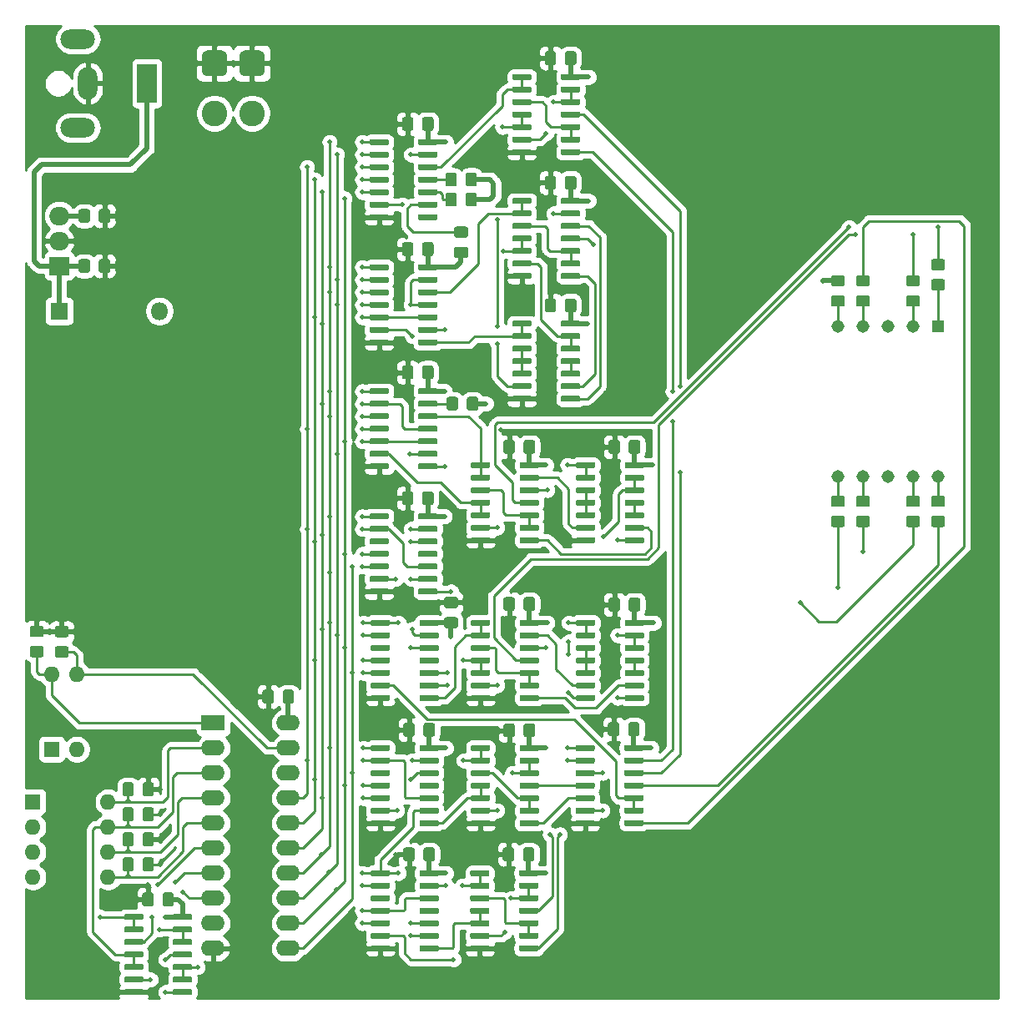
<source format=gbr>
G04 #@! TF.GenerationSoftware,KiCad,Pcbnew,(5.1.5)-3*
G04 #@! TF.CreationDate,2020-12-03T02:51:26-05:00*
G04 #@! TF.ProjectId,7447_Replica,37343437-5f52-4657-906c-6963612e6b69,rev?*
G04 #@! TF.SameCoordinates,Original*
G04 #@! TF.FileFunction,Copper,L1,Top*
G04 #@! TF.FilePolarity,Positive*
%FSLAX46Y46*%
G04 Gerber Fmt 4.6, Leading zero omitted, Abs format (unit mm)*
G04 Created by KiCad (PCBNEW (5.1.5)-3) date 2020-12-03 02:51:26*
%MOMM*%
%LPD*%
G04 APERTURE LIST*
%ADD10C,0.100000*%
%ADD11C,1.308000*%
%ADD12R,1.308000X1.308000*%
%ADD13C,2.600000*%
%ADD14O,2.400000X1.600000*%
%ADD15R,2.400000X1.600000*%
%ADD16O,1.800000X1.800000*%
%ADD17R,1.800000X1.800000*%
%ADD18O,2.000000X1.905000*%
%ADD19R,2.000000X1.905000*%
%ADD20O,1.600000X1.600000*%
%ADD21R,1.600000X1.600000*%
%ADD22O,3.500000X2.000000*%
%ADD23O,2.000000X3.300000*%
%ADD24R,2.000000X4.000000*%
%ADD25C,0.508000*%
%ADD26C,0.254000*%
%ADD27C,0.508000*%
G04 APERTURE END LIST*
G04 #@! TA.AperFunction,SMDPad,CuDef*
D10*
G36*
X79770005Y-34924704D02*
G01*
X79794273Y-34928304D01*
X79818072Y-34934265D01*
X79841171Y-34942530D01*
X79863350Y-34953020D01*
X79884393Y-34965632D01*
X79904099Y-34980247D01*
X79922277Y-34996723D01*
X79938753Y-35014901D01*
X79953368Y-35034607D01*
X79965980Y-35055650D01*
X79976470Y-35077829D01*
X79984735Y-35100928D01*
X79990696Y-35124727D01*
X79994296Y-35148995D01*
X79995500Y-35173499D01*
X79995500Y-36073501D01*
X79994296Y-36098005D01*
X79990696Y-36122273D01*
X79984735Y-36146072D01*
X79976470Y-36169171D01*
X79965980Y-36191350D01*
X79953368Y-36212393D01*
X79938753Y-36232099D01*
X79922277Y-36250277D01*
X79904099Y-36266753D01*
X79884393Y-36281368D01*
X79863350Y-36293980D01*
X79841171Y-36304470D01*
X79818072Y-36312735D01*
X79794273Y-36318696D01*
X79770005Y-36322296D01*
X79745501Y-36323500D01*
X79095499Y-36323500D01*
X79070995Y-36322296D01*
X79046727Y-36318696D01*
X79022928Y-36312735D01*
X78999829Y-36304470D01*
X78977650Y-36293980D01*
X78956607Y-36281368D01*
X78936901Y-36266753D01*
X78918723Y-36250277D01*
X78902247Y-36232099D01*
X78887632Y-36212393D01*
X78875020Y-36191350D01*
X78864530Y-36169171D01*
X78856265Y-36146072D01*
X78850304Y-36122273D01*
X78846704Y-36098005D01*
X78845500Y-36073501D01*
X78845500Y-35173499D01*
X78846704Y-35148995D01*
X78850304Y-35124727D01*
X78856265Y-35100928D01*
X78864530Y-35077829D01*
X78875020Y-35055650D01*
X78887632Y-35034607D01*
X78902247Y-35014901D01*
X78918723Y-34996723D01*
X78936901Y-34980247D01*
X78956607Y-34965632D01*
X78977650Y-34953020D01*
X78999829Y-34942530D01*
X79022928Y-34934265D01*
X79046727Y-34928304D01*
X79070995Y-34924704D01*
X79095499Y-34923500D01*
X79745501Y-34923500D01*
X79770005Y-34924704D01*
G37*
G04 #@! TD.AperFunction*
G04 #@! TA.AperFunction,SMDPad,CuDef*
G36*
X81820005Y-34924704D02*
G01*
X81844273Y-34928304D01*
X81868072Y-34934265D01*
X81891171Y-34942530D01*
X81913350Y-34953020D01*
X81934393Y-34965632D01*
X81954099Y-34980247D01*
X81972277Y-34996723D01*
X81988753Y-35014901D01*
X82003368Y-35034607D01*
X82015980Y-35055650D01*
X82026470Y-35077829D01*
X82034735Y-35100928D01*
X82040696Y-35124727D01*
X82044296Y-35148995D01*
X82045500Y-35173499D01*
X82045500Y-36073501D01*
X82044296Y-36098005D01*
X82040696Y-36122273D01*
X82034735Y-36146072D01*
X82026470Y-36169171D01*
X82015980Y-36191350D01*
X82003368Y-36212393D01*
X81988753Y-36232099D01*
X81972277Y-36250277D01*
X81954099Y-36266753D01*
X81934393Y-36281368D01*
X81913350Y-36293980D01*
X81891171Y-36304470D01*
X81868072Y-36312735D01*
X81844273Y-36318696D01*
X81820005Y-36322296D01*
X81795501Y-36323500D01*
X81145499Y-36323500D01*
X81120995Y-36322296D01*
X81096727Y-36318696D01*
X81072928Y-36312735D01*
X81049829Y-36304470D01*
X81027650Y-36293980D01*
X81006607Y-36281368D01*
X80986901Y-36266753D01*
X80968723Y-36250277D01*
X80952247Y-36232099D01*
X80937632Y-36212393D01*
X80925020Y-36191350D01*
X80914530Y-36169171D01*
X80906265Y-36146072D01*
X80900304Y-36122273D01*
X80896704Y-36098005D01*
X80895500Y-36073501D01*
X80895500Y-35173499D01*
X80896704Y-35148995D01*
X80900304Y-35124727D01*
X80906265Y-35100928D01*
X80914530Y-35077829D01*
X80925020Y-35055650D01*
X80937632Y-35034607D01*
X80952247Y-35014901D01*
X80968723Y-34996723D01*
X80986901Y-34980247D01*
X81006607Y-34965632D01*
X81027650Y-34953020D01*
X81049829Y-34942530D01*
X81072928Y-34934265D01*
X81096727Y-34928304D01*
X81120995Y-34924704D01*
X81145499Y-34923500D01*
X81795501Y-34923500D01*
X81820005Y-34924704D01*
G37*
G04 #@! TD.AperFunction*
G04 #@! TA.AperFunction,SMDPad,CuDef*
G36*
X79770005Y-47624704D02*
G01*
X79794273Y-47628304D01*
X79818072Y-47634265D01*
X79841171Y-47642530D01*
X79863350Y-47653020D01*
X79884393Y-47665632D01*
X79904099Y-47680247D01*
X79922277Y-47696723D01*
X79938753Y-47714901D01*
X79953368Y-47734607D01*
X79965980Y-47755650D01*
X79976470Y-47777829D01*
X79984735Y-47800928D01*
X79990696Y-47824727D01*
X79994296Y-47848995D01*
X79995500Y-47873499D01*
X79995500Y-48773501D01*
X79994296Y-48798005D01*
X79990696Y-48822273D01*
X79984735Y-48846072D01*
X79976470Y-48869171D01*
X79965980Y-48891350D01*
X79953368Y-48912393D01*
X79938753Y-48932099D01*
X79922277Y-48950277D01*
X79904099Y-48966753D01*
X79884393Y-48981368D01*
X79863350Y-48993980D01*
X79841171Y-49004470D01*
X79818072Y-49012735D01*
X79794273Y-49018696D01*
X79770005Y-49022296D01*
X79745501Y-49023500D01*
X79095499Y-49023500D01*
X79070995Y-49022296D01*
X79046727Y-49018696D01*
X79022928Y-49012735D01*
X78999829Y-49004470D01*
X78977650Y-48993980D01*
X78956607Y-48981368D01*
X78936901Y-48966753D01*
X78918723Y-48950277D01*
X78902247Y-48932099D01*
X78887632Y-48912393D01*
X78875020Y-48891350D01*
X78864530Y-48869171D01*
X78856265Y-48846072D01*
X78850304Y-48822273D01*
X78846704Y-48798005D01*
X78845500Y-48773501D01*
X78845500Y-47873499D01*
X78846704Y-47848995D01*
X78850304Y-47824727D01*
X78856265Y-47800928D01*
X78864530Y-47777829D01*
X78875020Y-47755650D01*
X78887632Y-47734607D01*
X78902247Y-47714901D01*
X78918723Y-47696723D01*
X78936901Y-47680247D01*
X78956607Y-47665632D01*
X78977650Y-47653020D01*
X78999829Y-47642530D01*
X79022928Y-47634265D01*
X79046727Y-47628304D01*
X79070995Y-47624704D01*
X79095499Y-47623500D01*
X79745501Y-47623500D01*
X79770005Y-47624704D01*
G37*
G04 #@! TD.AperFunction*
G04 #@! TA.AperFunction,SMDPad,CuDef*
G36*
X81820005Y-47624704D02*
G01*
X81844273Y-47628304D01*
X81868072Y-47634265D01*
X81891171Y-47642530D01*
X81913350Y-47653020D01*
X81934393Y-47665632D01*
X81954099Y-47680247D01*
X81972277Y-47696723D01*
X81988753Y-47714901D01*
X82003368Y-47734607D01*
X82015980Y-47755650D01*
X82026470Y-47777829D01*
X82034735Y-47800928D01*
X82040696Y-47824727D01*
X82044296Y-47848995D01*
X82045500Y-47873499D01*
X82045500Y-48773501D01*
X82044296Y-48798005D01*
X82040696Y-48822273D01*
X82034735Y-48846072D01*
X82026470Y-48869171D01*
X82015980Y-48891350D01*
X82003368Y-48912393D01*
X81988753Y-48932099D01*
X81972277Y-48950277D01*
X81954099Y-48966753D01*
X81934393Y-48981368D01*
X81913350Y-48993980D01*
X81891171Y-49004470D01*
X81868072Y-49012735D01*
X81844273Y-49018696D01*
X81820005Y-49022296D01*
X81795501Y-49023500D01*
X81145499Y-49023500D01*
X81120995Y-49022296D01*
X81096727Y-49018696D01*
X81072928Y-49012735D01*
X81049829Y-49004470D01*
X81027650Y-48993980D01*
X81006607Y-48981368D01*
X80986901Y-48966753D01*
X80968723Y-48950277D01*
X80952247Y-48932099D01*
X80937632Y-48912393D01*
X80925020Y-48891350D01*
X80914530Y-48869171D01*
X80906265Y-48846072D01*
X80900304Y-48822273D01*
X80896704Y-48798005D01*
X80895500Y-48773501D01*
X80895500Y-47873499D01*
X80896704Y-47848995D01*
X80900304Y-47824727D01*
X80906265Y-47800928D01*
X80914530Y-47777829D01*
X80925020Y-47755650D01*
X80937632Y-47734607D01*
X80952247Y-47714901D01*
X80968723Y-47696723D01*
X80986901Y-47680247D01*
X81006607Y-47665632D01*
X81027650Y-47653020D01*
X81049829Y-47642530D01*
X81072928Y-47634265D01*
X81096727Y-47628304D01*
X81120995Y-47624704D01*
X81145499Y-47623500D01*
X81795501Y-47623500D01*
X81820005Y-47624704D01*
G37*
G04 #@! TD.AperFunction*
G04 #@! TA.AperFunction,SMDPad,CuDef*
G36*
X94248005Y-28257204D02*
G01*
X94272273Y-28260804D01*
X94296072Y-28266765D01*
X94319171Y-28275030D01*
X94341350Y-28285520D01*
X94362393Y-28298132D01*
X94382099Y-28312747D01*
X94400277Y-28329223D01*
X94416753Y-28347401D01*
X94431368Y-28367107D01*
X94443980Y-28388150D01*
X94454470Y-28410329D01*
X94462735Y-28433428D01*
X94468696Y-28457227D01*
X94472296Y-28481495D01*
X94473500Y-28505999D01*
X94473500Y-29406001D01*
X94472296Y-29430505D01*
X94468696Y-29454773D01*
X94462735Y-29478572D01*
X94454470Y-29501671D01*
X94443980Y-29523850D01*
X94431368Y-29544893D01*
X94416753Y-29564599D01*
X94400277Y-29582777D01*
X94382099Y-29599253D01*
X94362393Y-29613868D01*
X94341350Y-29626480D01*
X94319171Y-29636970D01*
X94296072Y-29645235D01*
X94272273Y-29651196D01*
X94248005Y-29654796D01*
X94223501Y-29656000D01*
X93573499Y-29656000D01*
X93548995Y-29654796D01*
X93524727Y-29651196D01*
X93500928Y-29645235D01*
X93477829Y-29636970D01*
X93455650Y-29626480D01*
X93434607Y-29613868D01*
X93414901Y-29599253D01*
X93396723Y-29582777D01*
X93380247Y-29564599D01*
X93365632Y-29544893D01*
X93353020Y-29523850D01*
X93342530Y-29501671D01*
X93334265Y-29478572D01*
X93328304Y-29454773D01*
X93324704Y-29430505D01*
X93323500Y-29406001D01*
X93323500Y-28505999D01*
X93324704Y-28481495D01*
X93328304Y-28457227D01*
X93334265Y-28433428D01*
X93342530Y-28410329D01*
X93353020Y-28388150D01*
X93365632Y-28367107D01*
X93380247Y-28347401D01*
X93396723Y-28329223D01*
X93414901Y-28312747D01*
X93434607Y-28298132D01*
X93455650Y-28285520D01*
X93477829Y-28275030D01*
X93500928Y-28266765D01*
X93524727Y-28260804D01*
X93548995Y-28257204D01*
X93573499Y-28256000D01*
X94223501Y-28256000D01*
X94248005Y-28257204D01*
G37*
G04 #@! TD.AperFunction*
G04 #@! TA.AperFunction,SMDPad,CuDef*
G36*
X96298005Y-28257204D02*
G01*
X96322273Y-28260804D01*
X96346072Y-28266765D01*
X96369171Y-28275030D01*
X96391350Y-28285520D01*
X96412393Y-28298132D01*
X96432099Y-28312747D01*
X96450277Y-28329223D01*
X96466753Y-28347401D01*
X96481368Y-28367107D01*
X96493980Y-28388150D01*
X96504470Y-28410329D01*
X96512735Y-28433428D01*
X96518696Y-28457227D01*
X96522296Y-28481495D01*
X96523500Y-28505999D01*
X96523500Y-29406001D01*
X96522296Y-29430505D01*
X96518696Y-29454773D01*
X96512735Y-29478572D01*
X96504470Y-29501671D01*
X96493980Y-29523850D01*
X96481368Y-29544893D01*
X96466753Y-29564599D01*
X96450277Y-29582777D01*
X96432099Y-29599253D01*
X96412393Y-29613868D01*
X96391350Y-29626480D01*
X96369171Y-29636970D01*
X96346072Y-29645235D01*
X96322273Y-29651196D01*
X96298005Y-29654796D01*
X96273501Y-29656000D01*
X95623499Y-29656000D01*
X95598995Y-29654796D01*
X95574727Y-29651196D01*
X95550928Y-29645235D01*
X95527829Y-29636970D01*
X95505650Y-29626480D01*
X95484607Y-29613868D01*
X95464901Y-29599253D01*
X95446723Y-29582777D01*
X95430247Y-29564599D01*
X95415632Y-29544893D01*
X95403020Y-29523850D01*
X95392530Y-29501671D01*
X95384265Y-29478572D01*
X95378304Y-29454773D01*
X95374704Y-29430505D01*
X95373500Y-29406001D01*
X95373500Y-28505999D01*
X95374704Y-28481495D01*
X95378304Y-28457227D01*
X95384265Y-28433428D01*
X95392530Y-28410329D01*
X95403020Y-28388150D01*
X95415632Y-28367107D01*
X95430247Y-28347401D01*
X95446723Y-28329223D01*
X95464901Y-28312747D01*
X95484607Y-28298132D01*
X95505650Y-28285520D01*
X95527829Y-28275030D01*
X95550928Y-28266765D01*
X95574727Y-28260804D01*
X95598995Y-28257204D01*
X95623499Y-28256000D01*
X96273501Y-28256000D01*
X96298005Y-28257204D01*
G37*
G04 #@! TD.AperFunction*
G04 #@! TA.AperFunction,SMDPad,CuDef*
G36*
X94248005Y-40893704D02*
G01*
X94272273Y-40897304D01*
X94296072Y-40903265D01*
X94319171Y-40911530D01*
X94341350Y-40922020D01*
X94362393Y-40934632D01*
X94382099Y-40949247D01*
X94400277Y-40965723D01*
X94416753Y-40983901D01*
X94431368Y-41003607D01*
X94443980Y-41024650D01*
X94454470Y-41046829D01*
X94462735Y-41069928D01*
X94468696Y-41093727D01*
X94472296Y-41117995D01*
X94473500Y-41142499D01*
X94473500Y-42042501D01*
X94472296Y-42067005D01*
X94468696Y-42091273D01*
X94462735Y-42115072D01*
X94454470Y-42138171D01*
X94443980Y-42160350D01*
X94431368Y-42181393D01*
X94416753Y-42201099D01*
X94400277Y-42219277D01*
X94382099Y-42235753D01*
X94362393Y-42250368D01*
X94341350Y-42262980D01*
X94319171Y-42273470D01*
X94296072Y-42281735D01*
X94272273Y-42287696D01*
X94248005Y-42291296D01*
X94223501Y-42292500D01*
X93573499Y-42292500D01*
X93548995Y-42291296D01*
X93524727Y-42287696D01*
X93500928Y-42281735D01*
X93477829Y-42273470D01*
X93455650Y-42262980D01*
X93434607Y-42250368D01*
X93414901Y-42235753D01*
X93396723Y-42219277D01*
X93380247Y-42201099D01*
X93365632Y-42181393D01*
X93353020Y-42160350D01*
X93342530Y-42138171D01*
X93334265Y-42115072D01*
X93328304Y-42091273D01*
X93324704Y-42067005D01*
X93323500Y-42042501D01*
X93323500Y-41142499D01*
X93324704Y-41117995D01*
X93328304Y-41093727D01*
X93334265Y-41069928D01*
X93342530Y-41046829D01*
X93353020Y-41024650D01*
X93365632Y-41003607D01*
X93380247Y-40983901D01*
X93396723Y-40965723D01*
X93414901Y-40949247D01*
X93434607Y-40934632D01*
X93455650Y-40922020D01*
X93477829Y-40911530D01*
X93500928Y-40903265D01*
X93524727Y-40897304D01*
X93548995Y-40893704D01*
X93573499Y-40892500D01*
X94223501Y-40892500D01*
X94248005Y-40893704D01*
G37*
G04 #@! TD.AperFunction*
G04 #@! TA.AperFunction,SMDPad,CuDef*
G36*
X96298005Y-40893704D02*
G01*
X96322273Y-40897304D01*
X96346072Y-40903265D01*
X96369171Y-40911530D01*
X96391350Y-40922020D01*
X96412393Y-40934632D01*
X96432099Y-40949247D01*
X96450277Y-40965723D01*
X96466753Y-40983901D01*
X96481368Y-41003607D01*
X96493980Y-41024650D01*
X96504470Y-41046829D01*
X96512735Y-41069928D01*
X96518696Y-41093727D01*
X96522296Y-41117995D01*
X96523500Y-41142499D01*
X96523500Y-42042501D01*
X96522296Y-42067005D01*
X96518696Y-42091273D01*
X96512735Y-42115072D01*
X96504470Y-42138171D01*
X96493980Y-42160350D01*
X96481368Y-42181393D01*
X96466753Y-42201099D01*
X96450277Y-42219277D01*
X96432099Y-42235753D01*
X96412393Y-42250368D01*
X96391350Y-42262980D01*
X96369171Y-42273470D01*
X96346072Y-42281735D01*
X96322273Y-42287696D01*
X96298005Y-42291296D01*
X96273501Y-42292500D01*
X95623499Y-42292500D01*
X95598995Y-42291296D01*
X95574727Y-42287696D01*
X95550928Y-42281735D01*
X95527829Y-42273470D01*
X95505650Y-42262980D01*
X95484607Y-42250368D01*
X95464901Y-42235753D01*
X95446723Y-42219277D01*
X95430247Y-42201099D01*
X95415632Y-42181393D01*
X95403020Y-42160350D01*
X95392530Y-42138171D01*
X95384265Y-42115072D01*
X95378304Y-42091273D01*
X95374704Y-42067005D01*
X95373500Y-42042501D01*
X95373500Y-41142499D01*
X95374704Y-41117995D01*
X95378304Y-41093727D01*
X95384265Y-41069928D01*
X95392530Y-41046829D01*
X95403020Y-41024650D01*
X95415632Y-41003607D01*
X95430247Y-40983901D01*
X95446723Y-40965723D01*
X95464901Y-40949247D01*
X95484607Y-40934632D01*
X95505650Y-40922020D01*
X95527829Y-40911530D01*
X95550928Y-40903265D01*
X95574727Y-40897304D01*
X95598995Y-40893704D01*
X95623499Y-40892500D01*
X96273501Y-40892500D01*
X96298005Y-40893704D01*
G37*
G04 #@! TD.AperFunction*
G04 #@! TA.AperFunction,SMDPad,CuDef*
G36*
X79770005Y-60134204D02*
G01*
X79794273Y-60137804D01*
X79818072Y-60143765D01*
X79841171Y-60152030D01*
X79863350Y-60162520D01*
X79884393Y-60175132D01*
X79904099Y-60189747D01*
X79922277Y-60206223D01*
X79938753Y-60224401D01*
X79953368Y-60244107D01*
X79965980Y-60265150D01*
X79976470Y-60287329D01*
X79984735Y-60310428D01*
X79990696Y-60334227D01*
X79994296Y-60358495D01*
X79995500Y-60382999D01*
X79995500Y-61283001D01*
X79994296Y-61307505D01*
X79990696Y-61331773D01*
X79984735Y-61355572D01*
X79976470Y-61378671D01*
X79965980Y-61400850D01*
X79953368Y-61421893D01*
X79938753Y-61441599D01*
X79922277Y-61459777D01*
X79904099Y-61476253D01*
X79884393Y-61490868D01*
X79863350Y-61503480D01*
X79841171Y-61513970D01*
X79818072Y-61522235D01*
X79794273Y-61528196D01*
X79770005Y-61531796D01*
X79745501Y-61533000D01*
X79095499Y-61533000D01*
X79070995Y-61531796D01*
X79046727Y-61528196D01*
X79022928Y-61522235D01*
X78999829Y-61513970D01*
X78977650Y-61503480D01*
X78956607Y-61490868D01*
X78936901Y-61476253D01*
X78918723Y-61459777D01*
X78902247Y-61441599D01*
X78887632Y-61421893D01*
X78875020Y-61400850D01*
X78864530Y-61378671D01*
X78856265Y-61355572D01*
X78850304Y-61331773D01*
X78846704Y-61307505D01*
X78845500Y-61283001D01*
X78845500Y-60382999D01*
X78846704Y-60358495D01*
X78850304Y-60334227D01*
X78856265Y-60310428D01*
X78864530Y-60287329D01*
X78875020Y-60265150D01*
X78887632Y-60244107D01*
X78902247Y-60224401D01*
X78918723Y-60206223D01*
X78936901Y-60189747D01*
X78956607Y-60175132D01*
X78977650Y-60162520D01*
X78999829Y-60152030D01*
X79022928Y-60143765D01*
X79046727Y-60137804D01*
X79070995Y-60134204D01*
X79095499Y-60133000D01*
X79745501Y-60133000D01*
X79770005Y-60134204D01*
G37*
G04 #@! TD.AperFunction*
G04 #@! TA.AperFunction,SMDPad,CuDef*
G36*
X81820005Y-60134204D02*
G01*
X81844273Y-60137804D01*
X81868072Y-60143765D01*
X81891171Y-60152030D01*
X81913350Y-60162520D01*
X81934393Y-60175132D01*
X81954099Y-60189747D01*
X81972277Y-60206223D01*
X81988753Y-60224401D01*
X82003368Y-60244107D01*
X82015980Y-60265150D01*
X82026470Y-60287329D01*
X82034735Y-60310428D01*
X82040696Y-60334227D01*
X82044296Y-60358495D01*
X82045500Y-60382999D01*
X82045500Y-61283001D01*
X82044296Y-61307505D01*
X82040696Y-61331773D01*
X82034735Y-61355572D01*
X82026470Y-61378671D01*
X82015980Y-61400850D01*
X82003368Y-61421893D01*
X81988753Y-61441599D01*
X81972277Y-61459777D01*
X81954099Y-61476253D01*
X81934393Y-61490868D01*
X81913350Y-61503480D01*
X81891171Y-61513970D01*
X81868072Y-61522235D01*
X81844273Y-61528196D01*
X81820005Y-61531796D01*
X81795501Y-61533000D01*
X81145499Y-61533000D01*
X81120995Y-61531796D01*
X81096727Y-61528196D01*
X81072928Y-61522235D01*
X81049829Y-61513970D01*
X81027650Y-61503480D01*
X81006607Y-61490868D01*
X80986901Y-61476253D01*
X80968723Y-61459777D01*
X80952247Y-61441599D01*
X80937632Y-61421893D01*
X80925020Y-61400850D01*
X80914530Y-61378671D01*
X80906265Y-61355572D01*
X80900304Y-61331773D01*
X80896704Y-61307505D01*
X80895500Y-61283001D01*
X80895500Y-60382999D01*
X80896704Y-60358495D01*
X80900304Y-60334227D01*
X80906265Y-60310428D01*
X80914530Y-60287329D01*
X80925020Y-60265150D01*
X80937632Y-60244107D01*
X80952247Y-60224401D01*
X80968723Y-60206223D01*
X80986901Y-60189747D01*
X81006607Y-60175132D01*
X81027650Y-60162520D01*
X81049829Y-60152030D01*
X81072928Y-60143765D01*
X81096727Y-60137804D01*
X81120995Y-60134204D01*
X81145499Y-60133000D01*
X81795501Y-60133000D01*
X81820005Y-60134204D01*
G37*
G04 #@! TD.AperFunction*
G04 #@! TA.AperFunction,SMDPad,CuDef*
G36*
X94248005Y-53339704D02*
G01*
X94272273Y-53343304D01*
X94296072Y-53349265D01*
X94319171Y-53357530D01*
X94341350Y-53368020D01*
X94362393Y-53380632D01*
X94382099Y-53395247D01*
X94400277Y-53411723D01*
X94416753Y-53429901D01*
X94431368Y-53449607D01*
X94443980Y-53470650D01*
X94454470Y-53492829D01*
X94462735Y-53515928D01*
X94468696Y-53539727D01*
X94472296Y-53563995D01*
X94473500Y-53588499D01*
X94473500Y-54488501D01*
X94472296Y-54513005D01*
X94468696Y-54537273D01*
X94462735Y-54561072D01*
X94454470Y-54584171D01*
X94443980Y-54606350D01*
X94431368Y-54627393D01*
X94416753Y-54647099D01*
X94400277Y-54665277D01*
X94382099Y-54681753D01*
X94362393Y-54696368D01*
X94341350Y-54708980D01*
X94319171Y-54719470D01*
X94296072Y-54727735D01*
X94272273Y-54733696D01*
X94248005Y-54737296D01*
X94223501Y-54738500D01*
X93573499Y-54738500D01*
X93548995Y-54737296D01*
X93524727Y-54733696D01*
X93500928Y-54727735D01*
X93477829Y-54719470D01*
X93455650Y-54708980D01*
X93434607Y-54696368D01*
X93414901Y-54681753D01*
X93396723Y-54665277D01*
X93380247Y-54647099D01*
X93365632Y-54627393D01*
X93353020Y-54606350D01*
X93342530Y-54584171D01*
X93334265Y-54561072D01*
X93328304Y-54537273D01*
X93324704Y-54513005D01*
X93323500Y-54488501D01*
X93323500Y-53588499D01*
X93324704Y-53563995D01*
X93328304Y-53539727D01*
X93334265Y-53515928D01*
X93342530Y-53492829D01*
X93353020Y-53470650D01*
X93365632Y-53449607D01*
X93380247Y-53429901D01*
X93396723Y-53411723D01*
X93414901Y-53395247D01*
X93434607Y-53380632D01*
X93455650Y-53368020D01*
X93477829Y-53357530D01*
X93500928Y-53349265D01*
X93524727Y-53343304D01*
X93548995Y-53339704D01*
X93573499Y-53338500D01*
X94223501Y-53338500D01*
X94248005Y-53339704D01*
G37*
G04 #@! TD.AperFunction*
G04 #@! TA.AperFunction,SMDPad,CuDef*
G36*
X96298005Y-53339704D02*
G01*
X96322273Y-53343304D01*
X96346072Y-53349265D01*
X96369171Y-53357530D01*
X96391350Y-53368020D01*
X96412393Y-53380632D01*
X96432099Y-53395247D01*
X96450277Y-53411723D01*
X96466753Y-53429901D01*
X96481368Y-53449607D01*
X96493980Y-53470650D01*
X96504470Y-53492829D01*
X96512735Y-53515928D01*
X96518696Y-53539727D01*
X96522296Y-53563995D01*
X96523500Y-53588499D01*
X96523500Y-54488501D01*
X96522296Y-54513005D01*
X96518696Y-54537273D01*
X96512735Y-54561072D01*
X96504470Y-54584171D01*
X96493980Y-54606350D01*
X96481368Y-54627393D01*
X96466753Y-54647099D01*
X96450277Y-54665277D01*
X96432099Y-54681753D01*
X96412393Y-54696368D01*
X96391350Y-54708980D01*
X96369171Y-54719470D01*
X96346072Y-54727735D01*
X96322273Y-54733696D01*
X96298005Y-54737296D01*
X96273501Y-54738500D01*
X95623499Y-54738500D01*
X95598995Y-54737296D01*
X95574727Y-54733696D01*
X95550928Y-54727735D01*
X95527829Y-54719470D01*
X95505650Y-54708980D01*
X95484607Y-54696368D01*
X95464901Y-54681753D01*
X95446723Y-54665277D01*
X95430247Y-54647099D01*
X95415632Y-54627393D01*
X95403020Y-54606350D01*
X95392530Y-54584171D01*
X95384265Y-54561072D01*
X95378304Y-54537273D01*
X95374704Y-54513005D01*
X95373500Y-54488501D01*
X95373500Y-53588499D01*
X95374704Y-53563995D01*
X95378304Y-53539727D01*
X95384265Y-53515928D01*
X95392530Y-53492829D01*
X95403020Y-53470650D01*
X95415632Y-53449607D01*
X95430247Y-53429901D01*
X95446723Y-53411723D01*
X95464901Y-53395247D01*
X95484607Y-53380632D01*
X95505650Y-53368020D01*
X95527829Y-53357530D01*
X95550928Y-53349265D01*
X95574727Y-53343304D01*
X95598995Y-53339704D01*
X95623499Y-53338500D01*
X96273501Y-53338500D01*
X96298005Y-53339704D01*
G37*
G04 #@! TD.AperFunction*
G04 #@! TA.AperFunction,SMDPad,CuDef*
G36*
X90057005Y-67690704D02*
G01*
X90081273Y-67694304D01*
X90105072Y-67700265D01*
X90128171Y-67708530D01*
X90150350Y-67719020D01*
X90171393Y-67731632D01*
X90191099Y-67746247D01*
X90209277Y-67762723D01*
X90225753Y-67780901D01*
X90240368Y-67800607D01*
X90252980Y-67821650D01*
X90263470Y-67843829D01*
X90271735Y-67866928D01*
X90277696Y-67890727D01*
X90281296Y-67914995D01*
X90282500Y-67939499D01*
X90282500Y-68839501D01*
X90281296Y-68864005D01*
X90277696Y-68888273D01*
X90271735Y-68912072D01*
X90263470Y-68935171D01*
X90252980Y-68957350D01*
X90240368Y-68978393D01*
X90225753Y-68998099D01*
X90209277Y-69016277D01*
X90191099Y-69032753D01*
X90171393Y-69047368D01*
X90150350Y-69059980D01*
X90128171Y-69070470D01*
X90105072Y-69078735D01*
X90081273Y-69084696D01*
X90057005Y-69088296D01*
X90032501Y-69089500D01*
X89382499Y-69089500D01*
X89357995Y-69088296D01*
X89333727Y-69084696D01*
X89309928Y-69078735D01*
X89286829Y-69070470D01*
X89264650Y-69059980D01*
X89243607Y-69047368D01*
X89223901Y-69032753D01*
X89205723Y-69016277D01*
X89189247Y-68998099D01*
X89174632Y-68978393D01*
X89162020Y-68957350D01*
X89151530Y-68935171D01*
X89143265Y-68912072D01*
X89137304Y-68888273D01*
X89133704Y-68864005D01*
X89132500Y-68839501D01*
X89132500Y-67939499D01*
X89133704Y-67914995D01*
X89137304Y-67890727D01*
X89143265Y-67866928D01*
X89151530Y-67843829D01*
X89162020Y-67821650D01*
X89174632Y-67800607D01*
X89189247Y-67780901D01*
X89205723Y-67762723D01*
X89223901Y-67746247D01*
X89243607Y-67731632D01*
X89264650Y-67719020D01*
X89286829Y-67708530D01*
X89309928Y-67700265D01*
X89333727Y-67694304D01*
X89357995Y-67690704D01*
X89382499Y-67689500D01*
X90032501Y-67689500D01*
X90057005Y-67690704D01*
G37*
G04 #@! TD.AperFunction*
G04 #@! TA.AperFunction,SMDPad,CuDef*
G36*
X92107005Y-67690704D02*
G01*
X92131273Y-67694304D01*
X92155072Y-67700265D01*
X92178171Y-67708530D01*
X92200350Y-67719020D01*
X92221393Y-67731632D01*
X92241099Y-67746247D01*
X92259277Y-67762723D01*
X92275753Y-67780901D01*
X92290368Y-67800607D01*
X92302980Y-67821650D01*
X92313470Y-67843829D01*
X92321735Y-67866928D01*
X92327696Y-67890727D01*
X92331296Y-67914995D01*
X92332500Y-67939499D01*
X92332500Y-68839501D01*
X92331296Y-68864005D01*
X92327696Y-68888273D01*
X92321735Y-68912072D01*
X92313470Y-68935171D01*
X92302980Y-68957350D01*
X92290368Y-68978393D01*
X92275753Y-68998099D01*
X92259277Y-69016277D01*
X92241099Y-69032753D01*
X92221393Y-69047368D01*
X92200350Y-69059980D01*
X92178171Y-69070470D01*
X92155072Y-69078735D01*
X92131273Y-69084696D01*
X92107005Y-69088296D01*
X92082501Y-69089500D01*
X91432499Y-69089500D01*
X91407995Y-69088296D01*
X91383727Y-69084696D01*
X91359928Y-69078735D01*
X91336829Y-69070470D01*
X91314650Y-69059980D01*
X91293607Y-69047368D01*
X91273901Y-69032753D01*
X91255723Y-69016277D01*
X91239247Y-68998099D01*
X91224632Y-68978393D01*
X91212020Y-68957350D01*
X91201530Y-68935171D01*
X91193265Y-68912072D01*
X91187304Y-68888273D01*
X91183704Y-68864005D01*
X91182500Y-68839501D01*
X91182500Y-67939499D01*
X91183704Y-67914995D01*
X91187304Y-67890727D01*
X91193265Y-67866928D01*
X91201530Y-67843829D01*
X91212020Y-67821650D01*
X91224632Y-67800607D01*
X91239247Y-67780901D01*
X91255723Y-67762723D01*
X91273901Y-67746247D01*
X91293607Y-67731632D01*
X91314650Y-67719020D01*
X91336829Y-67708530D01*
X91359928Y-67700265D01*
X91383727Y-67694304D01*
X91407995Y-67690704D01*
X91432499Y-67689500D01*
X92082501Y-67689500D01*
X92107005Y-67690704D01*
G37*
G04 #@! TD.AperFunction*
G04 #@! TA.AperFunction,SMDPad,CuDef*
G36*
X100725005Y-67690704D02*
G01*
X100749273Y-67694304D01*
X100773072Y-67700265D01*
X100796171Y-67708530D01*
X100818350Y-67719020D01*
X100839393Y-67731632D01*
X100859099Y-67746247D01*
X100877277Y-67762723D01*
X100893753Y-67780901D01*
X100908368Y-67800607D01*
X100920980Y-67821650D01*
X100931470Y-67843829D01*
X100939735Y-67866928D01*
X100945696Y-67890727D01*
X100949296Y-67914995D01*
X100950500Y-67939499D01*
X100950500Y-68839501D01*
X100949296Y-68864005D01*
X100945696Y-68888273D01*
X100939735Y-68912072D01*
X100931470Y-68935171D01*
X100920980Y-68957350D01*
X100908368Y-68978393D01*
X100893753Y-68998099D01*
X100877277Y-69016277D01*
X100859099Y-69032753D01*
X100839393Y-69047368D01*
X100818350Y-69059980D01*
X100796171Y-69070470D01*
X100773072Y-69078735D01*
X100749273Y-69084696D01*
X100725005Y-69088296D01*
X100700501Y-69089500D01*
X100050499Y-69089500D01*
X100025995Y-69088296D01*
X100001727Y-69084696D01*
X99977928Y-69078735D01*
X99954829Y-69070470D01*
X99932650Y-69059980D01*
X99911607Y-69047368D01*
X99891901Y-69032753D01*
X99873723Y-69016277D01*
X99857247Y-68998099D01*
X99842632Y-68978393D01*
X99830020Y-68957350D01*
X99819530Y-68935171D01*
X99811265Y-68912072D01*
X99805304Y-68888273D01*
X99801704Y-68864005D01*
X99800500Y-68839501D01*
X99800500Y-67939499D01*
X99801704Y-67914995D01*
X99805304Y-67890727D01*
X99811265Y-67866928D01*
X99819530Y-67843829D01*
X99830020Y-67821650D01*
X99842632Y-67800607D01*
X99857247Y-67780901D01*
X99873723Y-67762723D01*
X99891901Y-67746247D01*
X99911607Y-67731632D01*
X99932650Y-67719020D01*
X99954829Y-67708530D01*
X99977928Y-67700265D01*
X100001727Y-67694304D01*
X100025995Y-67690704D01*
X100050499Y-67689500D01*
X100700501Y-67689500D01*
X100725005Y-67690704D01*
G37*
G04 #@! TD.AperFunction*
G04 #@! TA.AperFunction,SMDPad,CuDef*
G36*
X102775005Y-67690704D02*
G01*
X102799273Y-67694304D01*
X102823072Y-67700265D01*
X102846171Y-67708530D01*
X102868350Y-67719020D01*
X102889393Y-67731632D01*
X102909099Y-67746247D01*
X102927277Y-67762723D01*
X102943753Y-67780901D01*
X102958368Y-67800607D01*
X102970980Y-67821650D01*
X102981470Y-67843829D01*
X102989735Y-67866928D01*
X102995696Y-67890727D01*
X102999296Y-67914995D01*
X103000500Y-67939499D01*
X103000500Y-68839501D01*
X102999296Y-68864005D01*
X102995696Y-68888273D01*
X102989735Y-68912072D01*
X102981470Y-68935171D01*
X102970980Y-68957350D01*
X102958368Y-68978393D01*
X102943753Y-68998099D01*
X102927277Y-69016277D01*
X102909099Y-69032753D01*
X102889393Y-69047368D01*
X102868350Y-69059980D01*
X102846171Y-69070470D01*
X102823072Y-69078735D01*
X102799273Y-69084696D01*
X102775005Y-69088296D01*
X102750501Y-69089500D01*
X102100499Y-69089500D01*
X102075995Y-69088296D01*
X102051727Y-69084696D01*
X102027928Y-69078735D01*
X102004829Y-69070470D01*
X101982650Y-69059980D01*
X101961607Y-69047368D01*
X101941901Y-69032753D01*
X101923723Y-69016277D01*
X101907247Y-68998099D01*
X101892632Y-68978393D01*
X101880020Y-68957350D01*
X101869530Y-68935171D01*
X101861265Y-68912072D01*
X101855304Y-68888273D01*
X101851704Y-68864005D01*
X101850500Y-68839501D01*
X101850500Y-67939499D01*
X101851704Y-67914995D01*
X101855304Y-67890727D01*
X101861265Y-67866928D01*
X101869530Y-67843829D01*
X101880020Y-67821650D01*
X101892632Y-67800607D01*
X101907247Y-67780901D01*
X101923723Y-67762723D01*
X101941901Y-67746247D01*
X101961607Y-67731632D01*
X101982650Y-67719020D01*
X102004829Y-67708530D01*
X102027928Y-67700265D01*
X102051727Y-67694304D01*
X102075995Y-67690704D01*
X102100499Y-67689500D01*
X102750501Y-67689500D01*
X102775005Y-67690704D01*
G37*
G04 #@! TD.AperFunction*
G04 #@! TA.AperFunction,SMDPad,CuDef*
G36*
X82308703Y-75138722D02*
G01*
X82323264Y-75140882D01*
X82337543Y-75144459D01*
X82351403Y-75149418D01*
X82364710Y-75155712D01*
X82377336Y-75163280D01*
X82389159Y-75172048D01*
X82400066Y-75181934D01*
X82409952Y-75192841D01*
X82418720Y-75204664D01*
X82426288Y-75217290D01*
X82432582Y-75230597D01*
X82437541Y-75244457D01*
X82441118Y-75258736D01*
X82443278Y-75273297D01*
X82444000Y-75288000D01*
X82444000Y-75588000D01*
X82443278Y-75602703D01*
X82441118Y-75617264D01*
X82437541Y-75631543D01*
X82432582Y-75645403D01*
X82426288Y-75658710D01*
X82418720Y-75671336D01*
X82409952Y-75683159D01*
X82400066Y-75694066D01*
X82389159Y-75703952D01*
X82377336Y-75712720D01*
X82364710Y-75720288D01*
X82351403Y-75726582D01*
X82337543Y-75731541D01*
X82323264Y-75735118D01*
X82308703Y-75737278D01*
X82294000Y-75738000D01*
X80644000Y-75738000D01*
X80629297Y-75737278D01*
X80614736Y-75735118D01*
X80600457Y-75731541D01*
X80586597Y-75726582D01*
X80573290Y-75720288D01*
X80560664Y-75712720D01*
X80548841Y-75703952D01*
X80537934Y-75694066D01*
X80528048Y-75683159D01*
X80519280Y-75671336D01*
X80511712Y-75658710D01*
X80505418Y-75645403D01*
X80500459Y-75631543D01*
X80496882Y-75617264D01*
X80494722Y-75602703D01*
X80494000Y-75588000D01*
X80494000Y-75288000D01*
X80494722Y-75273297D01*
X80496882Y-75258736D01*
X80500459Y-75244457D01*
X80505418Y-75230597D01*
X80511712Y-75217290D01*
X80519280Y-75204664D01*
X80528048Y-75192841D01*
X80537934Y-75181934D01*
X80548841Y-75172048D01*
X80560664Y-75163280D01*
X80573290Y-75155712D01*
X80586597Y-75149418D01*
X80600457Y-75144459D01*
X80614736Y-75140882D01*
X80629297Y-75138722D01*
X80644000Y-75138000D01*
X82294000Y-75138000D01*
X82308703Y-75138722D01*
G37*
G04 #@! TD.AperFunction*
G04 #@! TA.AperFunction,SMDPad,CuDef*
G36*
X82308703Y-76408722D02*
G01*
X82323264Y-76410882D01*
X82337543Y-76414459D01*
X82351403Y-76419418D01*
X82364710Y-76425712D01*
X82377336Y-76433280D01*
X82389159Y-76442048D01*
X82400066Y-76451934D01*
X82409952Y-76462841D01*
X82418720Y-76474664D01*
X82426288Y-76487290D01*
X82432582Y-76500597D01*
X82437541Y-76514457D01*
X82441118Y-76528736D01*
X82443278Y-76543297D01*
X82444000Y-76558000D01*
X82444000Y-76858000D01*
X82443278Y-76872703D01*
X82441118Y-76887264D01*
X82437541Y-76901543D01*
X82432582Y-76915403D01*
X82426288Y-76928710D01*
X82418720Y-76941336D01*
X82409952Y-76953159D01*
X82400066Y-76964066D01*
X82389159Y-76973952D01*
X82377336Y-76982720D01*
X82364710Y-76990288D01*
X82351403Y-76996582D01*
X82337543Y-77001541D01*
X82323264Y-77005118D01*
X82308703Y-77007278D01*
X82294000Y-77008000D01*
X80644000Y-77008000D01*
X80629297Y-77007278D01*
X80614736Y-77005118D01*
X80600457Y-77001541D01*
X80586597Y-76996582D01*
X80573290Y-76990288D01*
X80560664Y-76982720D01*
X80548841Y-76973952D01*
X80537934Y-76964066D01*
X80528048Y-76953159D01*
X80519280Y-76941336D01*
X80511712Y-76928710D01*
X80505418Y-76915403D01*
X80500459Y-76901543D01*
X80496882Y-76887264D01*
X80494722Y-76872703D01*
X80494000Y-76858000D01*
X80494000Y-76558000D01*
X80494722Y-76543297D01*
X80496882Y-76528736D01*
X80500459Y-76514457D01*
X80505418Y-76500597D01*
X80511712Y-76487290D01*
X80519280Y-76474664D01*
X80528048Y-76462841D01*
X80537934Y-76451934D01*
X80548841Y-76442048D01*
X80560664Y-76433280D01*
X80573290Y-76425712D01*
X80586597Y-76419418D01*
X80600457Y-76414459D01*
X80614736Y-76410882D01*
X80629297Y-76408722D01*
X80644000Y-76408000D01*
X82294000Y-76408000D01*
X82308703Y-76408722D01*
G37*
G04 #@! TD.AperFunction*
G04 #@! TA.AperFunction,SMDPad,CuDef*
G36*
X82308703Y-77678722D02*
G01*
X82323264Y-77680882D01*
X82337543Y-77684459D01*
X82351403Y-77689418D01*
X82364710Y-77695712D01*
X82377336Y-77703280D01*
X82389159Y-77712048D01*
X82400066Y-77721934D01*
X82409952Y-77732841D01*
X82418720Y-77744664D01*
X82426288Y-77757290D01*
X82432582Y-77770597D01*
X82437541Y-77784457D01*
X82441118Y-77798736D01*
X82443278Y-77813297D01*
X82444000Y-77828000D01*
X82444000Y-78128000D01*
X82443278Y-78142703D01*
X82441118Y-78157264D01*
X82437541Y-78171543D01*
X82432582Y-78185403D01*
X82426288Y-78198710D01*
X82418720Y-78211336D01*
X82409952Y-78223159D01*
X82400066Y-78234066D01*
X82389159Y-78243952D01*
X82377336Y-78252720D01*
X82364710Y-78260288D01*
X82351403Y-78266582D01*
X82337543Y-78271541D01*
X82323264Y-78275118D01*
X82308703Y-78277278D01*
X82294000Y-78278000D01*
X80644000Y-78278000D01*
X80629297Y-78277278D01*
X80614736Y-78275118D01*
X80600457Y-78271541D01*
X80586597Y-78266582D01*
X80573290Y-78260288D01*
X80560664Y-78252720D01*
X80548841Y-78243952D01*
X80537934Y-78234066D01*
X80528048Y-78223159D01*
X80519280Y-78211336D01*
X80511712Y-78198710D01*
X80505418Y-78185403D01*
X80500459Y-78171543D01*
X80496882Y-78157264D01*
X80494722Y-78142703D01*
X80494000Y-78128000D01*
X80494000Y-77828000D01*
X80494722Y-77813297D01*
X80496882Y-77798736D01*
X80500459Y-77784457D01*
X80505418Y-77770597D01*
X80511712Y-77757290D01*
X80519280Y-77744664D01*
X80528048Y-77732841D01*
X80537934Y-77721934D01*
X80548841Y-77712048D01*
X80560664Y-77703280D01*
X80573290Y-77695712D01*
X80586597Y-77689418D01*
X80600457Y-77684459D01*
X80614736Y-77680882D01*
X80629297Y-77678722D01*
X80644000Y-77678000D01*
X82294000Y-77678000D01*
X82308703Y-77678722D01*
G37*
G04 #@! TD.AperFunction*
G04 #@! TA.AperFunction,SMDPad,CuDef*
G36*
X82308703Y-78948722D02*
G01*
X82323264Y-78950882D01*
X82337543Y-78954459D01*
X82351403Y-78959418D01*
X82364710Y-78965712D01*
X82377336Y-78973280D01*
X82389159Y-78982048D01*
X82400066Y-78991934D01*
X82409952Y-79002841D01*
X82418720Y-79014664D01*
X82426288Y-79027290D01*
X82432582Y-79040597D01*
X82437541Y-79054457D01*
X82441118Y-79068736D01*
X82443278Y-79083297D01*
X82444000Y-79098000D01*
X82444000Y-79398000D01*
X82443278Y-79412703D01*
X82441118Y-79427264D01*
X82437541Y-79441543D01*
X82432582Y-79455403D01*
X82426288Y-79468710D01*
X82418720Y-79481336D01*
X82409952Y-79493159D01*
X82400066Y-79504066D01*
X82389159Y-79513952D01*
X82377336Y-79522720D01*
X82364710Y-79530288D01*
X82351403Y-79536582D01*
X82337543Y-79541541D01*
X82323264Y-79545118D01*
X82308703Y-79547278D01*
X82294000Y-79548000D01*
X80644000Y-79548000D01*
X80629297Y-79547278D01*
X80614736Y-79545118D01*
X80600457Y-79541541D01*
X80586597Y-79536582D01*
X80573290Y-79530288D01*
X80560664Y-79522720D01*
X80548841Y-79513952D01*
X80537934Y-79504066D01*
X80528048Y-79493159D01*
X80519280Y-79481336D01*
X80511712Y-79468710D01*
X80505418Y-79455403D01*
X80500459Y-79441543D01*
X80496882Y-79427264D01*
X80494722Y-79412703D01*
X80494000Y-79398000D01*
X80494000Y-79098000D01*
X80494722Y-79083297D01*
X80496882Y-79068736D01*
X80500459Y-79054457D01*
X80505418Y-79040597D01*
X80511712Y-79027290D01*
X80519280Y-79014664D01*
X80528048Y-79002841D01*
X80537934Y-78991934D01*
X80548841Y-78982048D01*
X80560664Y-78973280D01*
X80573290Y-78965712D01*
X80586597Y-78959418D01*
X80600457Y-78954459D01*
X80614736Y-78950882D01*
X80629297Y-78948722D01*
X80644000Y-78948000D01*
X82294000Y-78948000D01*
X82308703Y-78948722D01*
G37*
G04 #@! TD.AperFunction*
G04 #@! TA.AperFunction,SMDPad,CuDef*
G36*
X82308703Y-80218722D02*
G01*
X82323264Y-80220882D01*
X82337543Y-80224459D01*
X82351403Y-80229418D01*
X82364710Y-80235712D01*
X82377336Y-80243280D01*
X82389159Y-80252048D01*
X82400066Y-80261934D01*
X82409952Y-80272841D01*
X82418720Y-80284664D01*
X82426288Y-80297290D01*
X82432582Y-80310597D01*
X82437541Y-80324457D01*
X82441118Y-80338736D01*
X82443278Y-80353297D01*
X82444000Y-80368000D01*
X82444000Y-80668000D01*
X82443278Y-80682703D01*
X82441118Y-80697264D01*
X82437541Y-80711543D01*
X82432582Y-80725403D01*
X82426288Y-80738710D01*
X82418720Y-80751336D01*
X82409952Y-80763159D01*
X82400066Y-80774066D01*
X82389159Y-80783952D01*
X82377336Y-80792720D01*
X82364710Y-80800288D01*
X82351403Y-80806582D01*
X82337543Y-80811541D01*
X82323264Y-80815118D01*
X82308703Y-80817278D01*
X82294000Y-80818000D01*
X80644000Y-80818000D01*
X80629297Y-80817278D01*
X80614736Y-80815118D01*
X80600457Y-80811541D01*
X80586597Y-80806582D01*
X80573290Y-80800288D01*
X80560664Y-80792720D01*
X80548841Y-80783952D01*
X80537934Y-80774066D01*
X80528048Y-80763159D01*
X80519280Y-80751336D01*
X80511712Y-80738710D01*
X80505418Y-80725403D01*
X80500459Y-80711543D01*
X80496882Y-80697264D01*
X80494722Y-80682703D01*
X80494000Y-80668000D01*
X80494000Y-80368000D01*
X80494722Y-80353297D01*
X80496882Y-80338736D01*
X80500459Y-80324457D01*
X80505418Y-80310597D01*
X80511712Y-80297290D01*
X80519280Y-80284664D01*
X80528048Y-80272841D01*
X80537934Y-80261934D01*
X80548841Y-80252048D01*
X80560664Y-80243280D01*
X80573290Y-80235712D01*
X80586597Y-80229418D01*
X80600457Y-80224459D01*
X80614736Y-80220882D01*
X80629297Y-80218722D01*
X80644000Y-80218000D01*
X82294000Y-80218000D01*
X82308703Y-80218722D01*
G37*
G04 #@! TD.AperFunction*
G04 #@! TA.AperFunction,SMDPad,CuDef*
G36*
X82308703Y-81488722D02*
G01*
X82323264Y-81490882D01*
X82337543Y-81494459D01*
X82351403Y-81499418D01*
X82364710Y-81505712D01*
X82377336Y-81513280D01*
X82389159Y-81522048D01*
X82400066Y-81531934D01*
X82409952Y-81542841D01*
X82418720Y-81554664D01*
X82426288Y-81567290D01*
X82432582Y-81580597D01*
X82437541Y-81594457D01*
X82441118Y-81608736D01*
X82443278Y-81623297D01*
X82444000Y-81638000D01*
X82444000Y-81938000D01*
X82443278Y-81952703D01*
X82441118Y-81967264D01*
X82437541Y-81981543D01*
X82432582Y-81995403D01*
X82426288Y-82008710D01*
X82418720Y-82021336D01*
X82409952Y-82033159D01*
X82400066Y-82044066D01*
X82389159Y-82053952D01*
X82377336Y-82062720D01*
X82364710Y-82070288D01*
X82351403Y-82076582D01*
X82337543Y-82081541D01*
X82323264Y-82085118D01*
X82308703Y-82087278D01*
X82294000Y-82088000D01*
X80644000Y-82088000D01*
X80629297Y-82087278D01*
X80614736Y-82085118D01*
X80600457Y-82081541D01*
X80586597Y-82076582D01*
X80573290Y-82070288D01*
X80560664Y-82062720D01*
X80548841Y-82053952D01*
X80537934Y-82044066D01*
X80528048Y-82033159D01*
X80519280Y-82021336D01*
X80511712Y-82008710D01*
X80505418Y-81995403D01*
X80500459Y-81981543D01*
X80496882Y-81967264D01*
X80494722Y-81952703D01*
X80494000Y-81938000D01*
X80494000Y-81638000D01*
X80494722Y-81623297D01*
X80496882Y-81608736D01*
X80500459Y-81594457D01*
X80505418Y-81580597D01*
X80511712Y-81567290D01*
X80519280Y-81554664D01*
X80528048Y-81542841D01*
X80537934Y-81531934D01*
X80548841Y-81522048D01*
X80560664Y-81513280D01*
X80573290Y-81505712D01*
X80586597Y-81499418D01*
X80600457Y-81494459D01*
X80614736Y-81490882D01*
X80629297Y-81488722D01*
X80644000Y-81488000D01*
X82294000Y-81488000D01*
X82308703Y-81488722D01*
G37*
G04 #@! TD.AperFunction*
G04 #@! TA.AperFunction,SMDPad,CuDef*
G36*
X82308703Y-82758722D02*
G01*
X82323264Y-82760882D01*
X82337543Y-82764459D01*
X82351403Y-82769418D01*
X82364710Y-82775712D01*
X82377336Y-82783280D01*
X82389159Y-82792048D01*
X82400066Y-82801934D01*
X82409952Y-82812841D01*
X82418720Y-82824664D01*
X82426288Y-82837290D01*
X82432582Y-82850597D01*
X82437541Y-82864457D01*
X82441118Y-82878736D01*
X82443278Y-82893297D01*
X82444000Y-82908000D01*
X82444000Y-83208000D01*
X82443278Y-83222703D01*
X82441118Y-83237264D01*
X82437541Y-83251543D01*
X82432582Y-83265403D01*
X82426288Y-83278710D01*
X82418720Y-83291336D01*
X82409952Y-83303159D01*
X82400066Y-83314066D01*
X82389159Y-83323952D01*
X82377336Y-83332720D01*
X82364710Y-83340288D01*
X82351403Y-83346582D01*
X82337543Y-83351541D01*
X82323264Y-83355118D01*
X82308703Y-83357278D01*
X82294000Y-83358000D01*
X80644000Y-83358000D01*
X80629297Y-83357278D01*
X80614736Y-83355118D01*
X80600457Y-83351541D01*
X80586597Y-83346582D01*
X80573290Y-83340288D01*
X80560664Y-83332720D01*
X80548841Y-83323952D01*
X80537934Y-83314066D01*
X80528048Y-83303159D01*
X80519280Y-83291336D01*
X80511712Y-83278710D01*
X80505418Y-83265403D01*
X80500459Y-83251543D01*
X80496882Y-83237264D01*
X80494722Y-83222703D01*
X80494000Y-83208000D01*
X80494000Y-82908000D01*
X80494722Y-82893297D01*
X80496882Y-82878736D01*
X80500459Y-82864457D01*
X80505418Y-82850597D01*
X80511712Y-82837290D01*
X80519280Y-82824664D01*
X80528048Y-82812841D01*
X80537934Y-82801934D01*
X80548841Y-82792048D01*
X80560664Y-82783280D01*
X80573290Y-82775712D01*
X80586597Y-82769418D01*
X80600457Y-82764459D01*
X80614736Y-82760882D01*
X80629297Y-82758722D01*
X80644000Y-82758000D01*
X82294000Y-82758000D01*
X82308703Y-82758722D01*
G37*
G04 #@! TD.AperFunction*
G04 #@! TA.AperFunction,SMDPad,CuDef*
G36*
X77358703Y-82758722D02*
G01*
X77373264Y-82760882D01*
X77387543Y-82764459D01*
X77401403Y-82769418D01*
X77414710Y-82775712D01*
X77427336Y-82783280D01*
X77439159Y-82792048D01*
X77450066Y-82801934D01*
X77459952Y-82812841D01*
X77468720Y-82824664D01*
X77476288Y-82837290D01*
X77482582Y-82850597D01*
X77487541Y-82864457D01*
X77491118Y-82878736D01*
X77493278Y-82893297D01*
X77494000Y-82908000D01*
X77494000Y-83208000D01*
X77493278Y-83222703D01*
X77491118Y-83237264D01*
X77487541Y-83251543D01*
X77482582Y-83265403D01*
X77476288Y-83278710D01*
X77468720Y-83291336D01*
X77459952Y-83303159D01*
X77450066Y-83314066D01*
X77439159Y-83323952D01*
X77427336Y-83332720D01*
X77414710Y-83340288D01*
X77401403Y-83346582D01*
X77387543Y-83351541D01*
X77373264Y-83355118D01*
X77358703Y-83357278D01*
X77344000Y-83358000D01*
X75694000Y-83358000D01*
X75679297Y-83357278D01*
X75664736Y-83355118D01*
X75650457Y-83351541D01*
X75636597Y-83346582D01*
X75623290Y-83340288D01*
X75610664Y-83332720D01*
X75598841Y-83323952D01*
X75587934Y-83314066D01*
X75578048Y-83303159D01*
X75569280Y-83291336D01*
X75561712Y-83278710D01*
X75555418Y-83265403D01*
X75550459Y-83251543D01*
X75546882Y-83237264D01*
X75544722Y-83222703D01*
X75544000Y-83208000D01*
X75544000Y-82908000D01*
X75544722Y-82893297D01*
X75546882Y-82878736D01*
X75550459Y-82864457D01*
X75555418Y-82850597D01*
X75561712Y-82837290D01*
X75569280Y-82824664D01*
X75578048Y-82812841D01*
X75587934Y-82801934D01*
X75598841Y-82792048D01*
X75610664Y-82783280D01*
X75623290Y-82775712D01*
X75636597Y-82769418D01*
X75650457Y-82764459D01*
X75664736Y-82760882D01*
X75679297Y-82758722D01*
X75694000Y-82758000D01*
X77344000Y-82758000D01*
X77358703Y-82758722D01*
G37*
G04 #@! TD.AperFunction*
G04 #@! TA.AperFunction,SMDPad,CuDef*
G36*
X77358703Y-81488722D02*
G01*
X77373264Y-81490882D01*
X77387543Y-81494459D01*
X77401403Y-81499418D01*
X77414710Y-81505712D01*
X77427336Y-81513280D01*
X77439159Y-81522048D01*
X77450066Y-81531934D01*
X77459952Y-81542841D01*
X77468720Y-81554664D01*
X77476288Y-81567290D01*
X77482582Y-81580597D01*
X77487541Y-81594457D01*
X77491118Y-81608736D01*
X77493278Y-81623297D01*
X77494000Y-81638000D01*
X77494000Y-81938000D01*
X77493278Y-81952703D01*
X77491118Y-81967264D01*
X77487541Y-81981543D01*
X77482582Y-81995403D01*
X77476288Y-82008710D01*
X77468720Y-82021336D01*
X77459952Y-82033159D01*
X77450066Y-82044066D01*
X77439159Y-82053952D01*
X77427336Y-82062720D01*
X77414710Y-82070288D01*
X77401403Y-82076582D01*
X77387543Y-82081541D01*
X77373264Y-82085118D01*
X77358703Y-82087278D01*
X77344000Y-82088000D01*
X75694000Y-82088000D01*
X75679297Y-82087278D01*
X75664736Y-82085118D01*
X75650457Y-82081541D01*
X75636597Y-82076582D01*
X75623290Y-82070288D01*
X75610664Y-82062720D01*
X75598841Y-82053952D01*
X75587934Y-82044066D01*
X75578048Y-82033159D01*
X75569280Y-82021336D01*
X75561712Y-82008710D01*
X75555418Y-81995403D01*
X75550459Y-81981543D01*
X75546882Y-81967264D01*
X75544722Y-81952703D01*
X75544000Y-81938000D01*
X75544000Y-81638000D01*
X75544722Y-81623297D01*
X75546882Y-81608736D01*
X75550459Y-81594457D01*
X75555418Y-81580597D01*
X75561712Y-81567290D01*
X75569280Y-81554664D01*
X75578048Y-81542841D01*
X75587934Y-81531934D01*
X75598841Y-81522048D01*
X75610664Y-81513280D01*
X75623290Y-81505712D01*
X75636597Y-81499418D01*
X75650457Y-81494459D01*
X75664736Y-81490882D01*
X75679297Y-81488722D01*
X75694000Y-81488000D01*
X77344000Y-81488000D01*
X77358703Y-81488722D01*
G37*
G04 #@! TD.AperFunction*
G04 #@! TA.AperFunction,SMDPad,CuDef*
G36*
X77358703Y-80218722D02*
G01*
X77373264Y-80220882D01*
X77387543Y-80224459D01*
X77401403Y-80229418D01*
X77414710Y-80235712D01*
X77427336Y-80243280D01*
X77439159Y-80252048D01*
X77450066Y-80261934D01*
X77459952Y-80272841D01*
X77468720Y-80284664D01*
X77476288Y-80297290D01*
X77482582Y-80310597D01*
X77487541Y-80324457D01*
X77491118Y-80338736D01*
X77493278Y-80353297D01*
X77494000Y-80368000D01*
X77494000Y-80668000D01*
X77493278Y-80682703D01*
X77491118Y-80697264D01*
X77487541Y-80711543D01*
X77482582Y-80725403D01*
X77476288Y-80738710D01*
X77468720Y-80751336D01*
X77459952Y-80763159D01*
X77450066Y-80774066D01*
X77439159Y-80783952D01*
X77427336Y-80792720D01*
X77414710Y-80800288D01*
X77401403Y-80806582D01*
X77387543Y-80811541D01*
X77373264Y-80815118D01*
X77358703Y-80817278D01*
X77344000Y-80818000D01*
X75694000Y-80818000D01*
X75679297Y-80817278D01*
X75664736Y-80815118D01*
X75650457Y-80811541D01*
X75636597Y-80806582D01*
X75623290Y-80800288D01*
X75610664Y-80792720D01*
X75598841Y-80783952D01*
X75587934Y-80774066D01*
X75578048Y-80763159D01*
X75569280Y-80751336D01*
X75561712Y-80738710D01*
X75555418Y-80725403D01*
X75550459Y-80711543D01*
X75546882Y-80697264D01*
X75544722Y-80682703D01*
X75544000Y-80668000D01*
X75544000Y-80368000D01*
X75544722Y-80353297D01*
X75546882Y-80338736D01*
X75550459Y-80324457D01*
X75555418Y-80310597D01*
X75561712Y-80297290D01*
X75569280Y-80284664D01*
X75578048Y-80272841D01*
X75587934Y-80261934D01*
X75598841Y-80252048D01*
X75610664Y-80243280D01*
X75623290Y-80235712D01*
X75636597Y-80229418D01*
X75650457Y-80224459D01*
X75664736Y-80220882D01*
X75679297Y-80218722D01*
X75694000Y-80218000D01*
X77344000Y-80218000D01*
X77358703Y-80218722D01*
G37*
G04 #@! TD.AperFunction*
G04 #@! TA.AperFunction,SMDPad,CuDef*
G36*
X77358703Y-78948722D02*
G01*
X77373264Y-78950882D01*
X77387543Y-78954459D01*
X77401403Y-78959418D01*
X77414710Y-78965712D01*
X77427336Y-78973280D01*
X77439159Y-78982048D01*
X77450066Y-78991934D01*
X77459952Y-79002841D01*
X77468720Y-79014664D01*
X77476288Y-79027290D01*
X77482582Y-79040597D01*
X77487541Y-79054457D01*
X77491118Y-79068736D01*
X77493278Y-79083297D01*
X77494000Y-79098000D01*
X77494000Y-79398000D01*
X77493278Y-79412703D01*
X77491118Y-79427264D01*
X77487541Y-79441543D01*
X77482582Y-79455403D01*
X77476288Y-79468710D01*
X77468720Y-79481336D01*
X77459952Y-79493159D01*
X77450066Y-79504066D01*
X77439159Y-79513952D01*
X77427336Y-79522720D01*
X77414710Y-79530288D01*
X77401403Y-79536582D01*
X77387543Y-79541541D01*
X77373264Y-79545118D01*
X77358703Y-79547278D01*
X77344000Y-79548000D01*
X75694000Y-79548000D01*
X75679297Y-79547278D01*
X75664736Y-79545118D01*
X75650457Y-79541541D01*
X75636597Y-79536582D01*
X75623290Y-79530288D01*
X75610664Y-79522720D01*
X75598841Y-79513952D01*
X75587934Y-79504066D01*
X75578048Y-79493159D01*
X75569280Y-79481336D01*
X75561712Y-79468710D01*
X75555418Y-79455403D01*
X75550459Y-79441543D01*
X75546882Y-79427264D01*
X75544722Y-79412703D01*
X75544000Y-79398000D01*
X75544000Y-79098000D01*
X75544722Y-79083297D01*
X75546882Y-79068736D01*
X75550459Y-79054457D01*
X75555418Y-79040597D01*
X75561712Y-79027290D01*
X75569280Y-79014664D01*
X75578048Y-79002841D01*
X75587934Y-78991934D01*
X75598841Y-78982048D01*
X75610664Y-78973280D01*
X75623290Y-78965712D01*
X75636597Y-78959418D01*
X75650457Y-78954459D01*
X75664736Y-78950882D01*
X75679297Y-78948722D01*
X75694000Y-78948000D01*
X77344000Y-78948000D01*
X77358703Y-78948722D01*
G37*
G04 #@! TD.AperFunction*
G04 #@! TA.AperFunction,SMDPad,CuDef*
G36*
X77358703Y-77678722D02*
G01*
X77373264Y-77680882D01*
X77387543Y-77684459D01*
X77401403Y-77689418D01*
X77414710Y-77695712D01*
X77427336Y-77703280D01*
X77439159Y-77712048D01*
X77450066Y-77721934D01*
X77459952Y-77732841D01*
X77468720Y-77744664D01*
X77476288Y-77757290D01*
X77482582Y-77770597D01*
X77487541Y-77784457D01*
X77491118Y-77798736D01*
X77493278Y-77813297D01*
X77494000Y-77828000D01*
X77494000Y-78128000D01*
X77493278Y-78142703D01*
X77491118Y-78157264D01*
X77487541Y-78171543D01*
X77482582Y-78185403D01*
X77476288Y-78198710D01*
X77468720Y-78211336D01*
X77459952Y-78223159D01*
X77450066Y-78234066D01*
X77439159Y-78243952D01*
X77427336Y-78252720D01*
X77414710Y-78260288D01*
X77401403Y-78266582D01*
X77387543Y-78271541D01*
X77373264Y-78275118D01*
X77358703Y-78277278D01*
X77344000Y-78278000D01*
X75694000Y-78278000D01*
X75679297Y-78277278D01*
X75664736Y-78275118D01*
X75650457Y-78271541D01*
X75636597Y-78266582D01*
X75623290Y-78260288D01*
X75610664Y-78252720D01*
X75598841Y-78243952D01*
X75587934Y-78234066D01*
X75578048Y-78223159D01*
X75569280Y-78211336D01*
X75561712Y-78198710D01*
X75555418Y-78185403D01*
X75550459Y-78171543D01*
X75546882Y-78157264D01*
X75544722Y-78142703D01*
X75544000Y-78128000D01*
X75544000Y-77828000D01*
X75544722Y-77813297D01*
X75546882Y-77798736D01*
X75550459Y-77784457D01*
X75555418Y-77770597D01*
X75561712Y-77757290D01*
X75569280Y-77744664D01*
X75578048Y-77732841D01*
X75587934Y-77721934D01*
X75598841Y-77712048D01*
X75610664Y-77703280D01*
X75623290Y-77695712D01*
X75636597Y-77689418D01*
X75650457Y-77684459D01*
X75664736Y-77680882D01*
X75679297Y-77678722D01*
X75694000Y-77678000D01*
X77344000Y-77678000D01*
X77358703Y-77678722D01*
G37*
G04 #@! TD.AperFunction*
G04 #@! TA.AperFunction,SMDPad,CuDef*
G36*
X77358703Y-76408722D02*
G01*
X77373264Y-76410882D01*
X77387543Y-76414459D01*
X77401403Y-76419418D01*
X77414710Y-76425712D01*
X77427336Y-76433280D01*
X77439159Y-76442048D01*
X77450066Y-76451934D01*
X77459952Y-76462841D01*
X77468720Y-76474664D01*
X77476288Y-76487290D01*
X77482582Y-76500597D01*
X77487541Y-76514457D01*
X77491118Y-76528736D01*
X77493278Y-76543297D01*
X77494000Y-76558000D01*
X77494000Y-76858000D01*
X77493278Y-76872703D01*
X77491118Y-76887264D01*
X77487541Y-76901543D01*
X77482582Y-76915403D01*
X77476288Y-76928710D01*
X77468720Y-76941336D01*
X77459952Y-76953159D01*
X77450066Y-76964066D01*
X77439159Y-76973952D01*
X77427336Y-76982720D01*
X77414710Y-76990288D01*
X77401403Y-76996582D01*
X77387543Y-77001541D01*
X77373264Y-77005118D01*
X77358703Y-77007278D01*
X77344000Y-77008000D01*
X75694000Y-77008000D01*
X75679297Y-77007278D01*
X75664736Y-77005118D01*
X75650457Y-77001541D01*
X75636597Y-76996582D01*
X75623290Y-76990288D01*
X75610664Y-76982720D01*
X75598841Y-76973952D01*
X75587934Y-76964066D01*
X75578048Y-76953159D01*
X75569280Y-76941336D01*
X75561712Y-76928710D01*
X75555418Y-76915403D01*
X75550459Y-76901543D01*
X75546882Y-76887264D01*
X75544722Y-76872703D01*
X75544000Y-76858000D01*
X75544000Y-76558000D01*
X75544722Y-76543297D01*
X75546882Y-76528736D01*
X75550459Y-76514457D01*
X75555418Y-76500597D01*
X75561712Y-76487290D01*
X75569280Y-76474664D01*
X75578048Y-76462841D01*
X75587934Y-76451934D01*
X75598841Y-76442048D01*
X75610664Y-76433280D01*
X75623290Y-76425712D01*
X75636597Y-76419418D01*
X75650457Y-76414459D01*
X75664736Y-76410882D01*
X75679297Y-76408722D01*
X75694000Y-76408000D01*
X77344000Y-76408000D01*
X77358703Y-76408722D01*
G37*
G04 #@! TD.AperFunction*
G04 #@! TA.AperFunction,SMDPad,CuDef*
G36*
X77358703Y-75138722D02*
G01*
X77373264Y-75140882D01*
X77387543Y-75144459D01*
X77401403Y-75149418D01*
X77414710Y-75155712D01*
X77427336Y-75163280D01*
X77439159Y-75172048D01*
X77450066Y-75181934D01*
X77459952Y-75192841D01*
X77468720Y-75204664D01*
X77476288Y-75217290D01*
X77482582Y-75230597D01*
X77487541Y-75244457D01*
X77491118Y-75258736D01*
X77493278Y-75273297D01*
X77494000Y-75288000D01*
X77494000Y-75588000D01*
X77493278Y-75602703D01*
X77491118Y-75617264D01*
X77487541Y-75631543D01*
X77482582Y-75645403D01*
X77476288Y-75658710D01*
X77468720Y-75671336D01*
X77459952Y-75683159D01*
X77450066Y-75694066D01*
X77439159Y-75703952D01*
X77427336Y-75712720D01*
X77414710Y-75720288D01*
X77401403Y-75726582D01*
X77387543Y-75731541D01*
X77373264Y-75735118D01*
X77358703Y-75737278D01*
X77344000Y-75738000D01*
X75694000Y-75738000D01*
X75679297Y-75737278D01*
X75664736Y-75735118D01*
X75650457Y-75731541D01*
X75636597Y-75726582D01*
X75623290Y-75720288D01*
X75610664Y-75712720D01*
X75598841Y-75703952D01*
X75587934Y-75694066D01*
X75578048Y-75683159D01*
X75569280Y-75671336D01*
X75561712Y-75658710D01*
X75555418Y-75645403D01*
X75550459Y-75631543D01*
X75546882Y-75617264D01*
X75544722Y-75602703D01*
X75544000Y-75588000D01*
X75544000Y-75288000D01*
X75544722Y-75273297D01*
X75546882Y-75258736D01*
X75550459Y-75244457D01*
X75555418Y-75230597D01*
X75561712Y-75217290D01*
X75569280Y-75204664D01*
X75578048Y-75192841D01*
X75587934Y-75181934D01*
X75598841Y-75172048D01*
X75610664Y-75163280D01*
X75623290Y-75155712D01*
X75636597Y-75149418D01*
X75650457Y-75144459D01*
X75664736Y-75140882D01*
X75679297Y-75138722D01*
X75694000Y-75138000D01*
X77344000Y-75138000D01*
X77358703Y-75138722D01*
G37*
G04 #@! TD.AperFunction*
D11*
X133223000Y-71374000D03*
X130683000Y-71374000D03*
X128143000Y-71374000D03*
X125603000Y-71374000D03*
X123063000Y-71374000D03*
X123063000Y-56134000D03*
X125603000Y-56134000D03*
X128143000Y-56134000D03*
X130683000Y-56134000D03*
D12*
X133223000Y-56134000D03*
G04 #@! TA.AperFunction,SMDPad,CuDef*
D10*
G36*
X96786703Y-30561722D02*
G01*
X96801264Y-30563882D01*
X96815543Y-30567459D01*
X96829403Y-30572418D01*
X96842710Y-30578712D01*
X96855336Y-30586280D01*
X96867159Y-30595048D01*
X96878066Y-30604934D01*
X96887952Y-30615841D01*
X96896720Y-30627664D01*
X96904288Y-30640290D01*
X96910582Y-30653597D01*
X96915541Y-30667457D01*
X96919118Y-30681736D01*
X96921278Y-30696297D01*
X96922000Y-30711000D01*
X96922000Y-31011000D01*
X96921278Y-31025703D01*
X96919118Y-31040264D01*
X96915541Y-31054543D01*
X96910582Y-31068403D01*
X96904288Y-31081710D01*
X96896720Y-31094336D01*
X96887952Y-31106159D01*
X96878066Y-31117066D01*
X96867159Y-31126952D01*
X96855336Y-31135720D01*
X96842710Y-31143288D01*
X96829403Y-31149582D01*
X96815543Y-31154541D01*
X96801264Y-31158118D01*
X96786703Y-31160278D01*
X96772000Y-31161000D01*
X95122000Y-31161000D01*
X95107297Y-31160278D01*
X95092736Y-31158118D01*
X95078457Y-31154541D01*
X95064597Y-31149582D01*
X95051290Y-31143288D01*
X95038664Y-31135720D01*
X95026841Y-31126952D01*
X95015934Y-31117066D01*
X95006048Y-31106159D01*
X94997280Y-31094336D01*
X94989712Y-31081710D01*
X94983418Y-31068403D01*
X94978459Y-31054543D01*
X94974882Y-31040264D01*
X94972722Y-31025703D01*
X94972000Y-31011000D01*
X94972000Y-30711000D01*
X94972722Y-30696297D01*
X94974882Y-30681736D01*
X94978459Y-30667457D01*
X94983418Y-30653597D01*
X94989712Y-30640290D01*
X94997280Y-30627664D01*
X95006048Y-30615841D01*
X95015934Y-30604934D01*
X95026841Y-30595048D01*
X95038664Y-30586280D01*
X95051290Y-30578712D01*
X95064597Y-30572418D01*
X95078457Y-30567459D01*
X95092736Y-30563882D01*
X95107297Y-30561722D01*
X95122000Y-30561000D01*
X96772000Y-30561000D01*
X96786703Y-30561722D01*
G37*
G04 #@! TD.AperFunction*
G04 #@! TA.AperFunction,SMDPad,CuDef*
G36*
X96786703Y-31831722D02*
G01*
X96801264Y-31833882D01*
X96815543Y-31837459D01*
X96829403Y-31842418D01*
X96842710Y-31848712D01*
X96855336Y-31856280D01*
X96867159Y-31865048D01*
X96878066Y-31874934D01*
X96887952Y-31885841D01*
X96896720Y-31897664D01*
X96904288Y-31910290D01*
X96910582Y-31923597D01*
X96915541Y-31937457D01*
X96919118Y-31951736D01*
X96921278Y-31966297D01*
X96922000Y-31981000D01*
X96922000Y-32281000D01*
X96921278Y-32295703D01*
X96919118Y-32310264D01*
X96915541Y-32324543D01*
X96910582Y-32338403D01*
X96904288Y-32351710D01*
X96896720Y-32364336D01*
X96887952Y-32376159D01*
X96878066Y-32387066D01*
X96867159Y-32396952D01*
X96855336Y-32405720D01*
X96842710Y-32413288D01*
X96829403Y-32419582D01*
X96815543Y-32424541D01*
X96801264Y-32428118D01*
X96786703Y-32430278D01*
X96772000Y-32431000D01*
X95122000Y-32431000D01*
X95107297Y-32430278D01*
X95092736Y-32428118D01*
X95078457Y-32424541D01*
X95064597Y-32419582D01*
X95051290Y-32413288D01*
X95038664Y-32405720D01*
X95026841Y-32396952D01*
X95015934Y-32387066D01*
X95006048Y-32376159D01*
X94997280Y-32364336D01*
X94989712Y-32351710D01*
X94983418Y-32338403D01*
X94978459Y-32324543D01*
X94974882Y-32310264D01*
X94972722Y-32295703D01*
X94972000Y-32281000D01*
X94972000Y-31981000D01*
X94972722Y-31966297D01*
X94974882Y-31951736D01*
X94978459Y-31937457D01*
X94983418Y-31923597D01*
X94989712Y-31910290D01*
X94997280Y-31897664D01*
X95006048Y-31885841D01*
X95015934Y-31874934D01*
X95026841Y-31865048D01*
X95038664Y-31856280D01*
X95051290Y-31848712D01*
X95064597Y-31842418D01*
X95078457Y-31837459D01*
X95092736Y-31833882D01*
X95107297Y-31831722D01*
X95122000Y-31831000D01*
X96772000Y-31831000D01*
X96786703Y-31831722D01*
G37*
G04 #@! TD.AperFunction*
G04 #@! TA.AperFunction,SMDPad,CuDef*
G36*
X96786703Y-33101722D02*
G01*
X96801264Y-33103882D01*
X96815543Y-33107459D01*
X96829403Y-33112418D01*
X96842710Y-33118712D01*
X96855336Y-33126280D01*
X96867159Y-33135048D01*
X96878066Y-33144934D01*
X96887952Y-33155841D01*
X96896720Y-33167664D01*
X96904288Y-33180290D01*
X96910582Y-33193597D01*
X96915541Y-33207457D01*
X96919118Y-33221736D01*
X96921278Y-33236297D01*
X96922000Y-33251000D01*
X96922000Y-33551000D01*
X96921278Y-33565703D01*
X96919118Y-33580264D01*
X96915541Y-33594543D01*
X96910582Y-33608403D01*
X96904288Y-33621710D01*
X96896720Y-33634336D01*
X96887952Y-33646159D01*
X96878066Y-33657066D01*
X96867159Y-33666952D01*
X96855336Y-33675720D01*
X96842710Y-33683288D01*
X96829403Y-33689582D01*
X96815543Y-33694541D01*
X96801264Y-33698118D01*
X96786703Y-33700278D01*
X96772000Y-33701000D01*
X95122000Y-33701000D01*
X95107297Y-33700278D01*
X95092736Y-33698118D01*
X95078457Y-33694541D01*
X95064597Y-33689582D01*
X95051290Y-33683288D01*
X95038664Y-33675720D01*
X95026841Y-33666952D01*
X95015934Y-33657066D01*
X95006048Y-33646159D01*
X94997280Y-33634336D01*
X94989712Y-33621710D01*
X94983418Y-33608403D01*
X94978459Y-33594543D01*
X94974882Y-33580264D01*
X94972722Y-33565703D01*
X94972000Y-33551000D01*
X94972000Y-33251000D01*
X94972722Y-33236297D01*
X94974882Y-33221736D01*
X94978459Y-33207457D01*
X94983418Y-33193597D01*
X94989712Y-33180290D01*
X94997280Y-33167664D01*
X95006048Y-33155841D01*
X95015934Y-33144934D01*
X95026841Y-33135048D01*
X95038664Y-33126280D01*
X95051290Y-33118712D01*
X95064597Y-33112418D01*
X95078457Y-33107459D01*
X95092736Y-33103882D01*
X95107297Y-33101722D01*
X95122000Y-33101000D01*
X96772000Y-33101000D01*
X96786703Y-33101722D01*
G37*
G04 #@! TD.AperFunction*
G04 #@! TA.AperFunction,SMDPad,CuDef*
G36*
X96786703Y-34371722D02*
G01*
X96801264Y-34373882D01*
X96815543Y-34377459D01*
X96829403Y-34382418D01*
X96842710Y-34388712D01*
X96855336Y-34396280D01*
X96867159Y-34405048D01*
X96878066Y-34414934D01*
X96887952Y-34425841D01*
X96896720Y-34437664D01*
X96904288Y-34450290D01*
X96910582Y-34463597D01*
X96915541Y-34477457D01*
X96919118Y-34491736D01*
X96921278Y-34506297D01*
X96922000Y-34521000D01*
X96922000Y-34821000D01*
X96921278Y-34835703D01*
X96919118Y-34850264D01*
X96915541Y-34864543D01*
X96910582Y-34878403D01*
X96904288Y-34891710D01*
X96896720Y-34904336D01*
X96887952Y-34916159D01*
X96878066Y-34927066D01*
X96867159Y-34936952D01*
X96855336Y-34945720D01*
X96842710Y-34953288D01*
X96829403Y-34959582D01*
X96815543Y-34964541D01*
X96801264Y-34968118D01*
X96786703Y-34970278D01*
X96772000Y-34971000D01*
X95122000Y-34971000D01*
X95107297Y-34970278D01*
X95092736Y-34968118D01*
X95078457Y-34964541D01*
X95064597Y-34959582D01*
X95051290Y-34953288D01*
X95038664Y-34945720D01*
X95026841Y-34936952D01*
X95015934Y-34927066D01*
X95006048Y-34916159D01*
X94997280Y-34904336D01*
X94989712Y-34891710D01*
X94983418Y-34878403D01*
X94978459Y-34864543D01*
X94974882Y-34850264D01*
X94972722Y-34835703D01*
X94972000Y-34821000D01*
X94972000Y-34521000D01*
X94972722Y-34506297D01*
X94974882Y-34491736D01*
X94978459Y-34477457D01*
X94983418Y-34463597D01*
X94989712Y-34450290D01*
X94997280Y-34437664D01*
X95006048Y-34425841D01*
X95015934Y-34414934D01*
X95026841Y-34405048D01*
X95038664Y-34396280D01*
X95051290Y-34388712D01*
X95064597Y-34382418D01*
X95078457Y-34377459D01*
X95092736Y-34373882D01*
X95107297Y-34371722D01*
X95122000Y-34371000D01*
X96772000Y-34371000D01*
X96786703Y-34371722D01*
G37*
G04 #@! TD.AperFunction*
G04 #@! TA.AperFunction,SMDPad,CuDef*
G36*
X96786703Y-35641722D02*
G01*
X96801264Y-35643882D01*
X96815543Y-35647459D01*
X96829403Y-35652418D01*
X96842710Y-35658712D01*
X96855336Y-35666280D01*
X96867159Y-35675048D01*
X96878066Y-35684934D01*
X96887952Y-35695841D01*
X96896720Y-35707664D01*
X96904288Y-35720290D01*
X96910582Y-35733597D01*
X96915541Y-35747457D01*
X96919118Y-35761736D01*
X96921278Y-35776297D01*
X96922000Y-35791000D01*
X96922000Y-36091000D01*
X96921278Y-36105703D01*
X96919118Y-36120264D01*
X96915541Y-36134543D01*
X96910582Y-36148403D01*
X96904288Y-36161710D01*
X96896720Y-36174336D01*
X96887952Y-36186159D01*
X96878066Y-36197066D01*
X96867159Y-36206952D01*
X96855336Y-36215720D01*
X96842710Y-36223288D01*
X96829403Y-36229582D01*
X96815543Y-36234541D01*
X96801264Y-36238118D01*
X96786703Y-36240278D01*
X96772000Y-36241000D01*
X95122000Y-36241000D01*
X95107297Y-36240278D01*
X95092736Y-36238118D01*
X95078457Y-36234541D01*
X95064597Y-36229582D01*
X95051290Y-36223288D01*
X95038664Y-36215720D01*
X95026841Y-36206952D01*
X95015934Y-36197066D01*
X95006048Y-36186159D01*
X94997280Y-36174336D01*
X94989712Y-36161710D01*
X94983418Y-36148403D01*
X94978459Y-36134543D01*
X94974882Y-36120264D01*
X94972722Y-36105703D01*
X94972000Y-36091000D01*
X94972000Y-35791000D01*
X94972722Y-35776297D01*
X94974882Y-35761736D01*
X94978459Y-35747457D01*
X94983418Y-35733597D01*
X94989712Y-35720290D01*
X94997280Y-35707664D01*
X95006048Y-35695841D01*
X95015934Y-35684934D01*
X95026841Y-35675048D01*
X95038664Y-35666280D01*
X95051290Y-35658712D01*
X95064597Y-35652418D01*
X95078457Y-35647459D01*
X95092736Y-35643882D01*
X95107297Y-35641722D01*
X95122000Y-35641000D01*
X96772000Y-35641000D01*
X96786703Y-35641722D01*
G37*
G04 #@! TD.AperFunction*
G04 #@! TA.AperFunction,SMDPad,CuDef*
G36*
X96786703Y-36911722D02*
G01*
X96801264Y-36913882D01*
X96815543Y-36917459D01*
X96829403Y-36922418D01*
X96842710Y-36928712D01*
X96855336Y-36936280D01*
X96867159Y-36945048D01*
X96878066Y-36954934D01*
X96887952Y-36965841D01*
X96896720Y-36977664D01*
X96904288Y-36990290D01*
X96910582Y-37003597D01*
X96915541Y-37017457D01*
X96919118Y-37031736D01*
X96921278Y-37046297D01*
X96922000Y-37061000D01*
X96922000Y-37361000D01*
X96921278Y-37375703D01*
X96919118Y-37390264D01*
X96915541Y-37404543D01*
X96910582Y-37418403D01*
X96904288Y-37431710D01*
X96896720Y-37444336D01*
X96887952Y-37456159D01*
X96878066Y-37467066D01*
X96867159Y-37476952D01*
X96855336Y-37485720D01*
X96842710Y-37493288D01*
X96829403Y-37499582D01*
X96815543Y-37504541D01*
X96801264Y-37508118D01*
X96786703Y-37510278D01*
X96772000Y-37511000D01*
X95122000Y-37511000D01*
X95107297Y-37510278D01*
X95092736Y-37508118D01*
X95078457Y-37504541D01*
X95064597Y-37499582D01*
X95051290Y-37493288D01*
X95038664Y-37485720D01*
X95026841Y-37476952D01*
X95015934Y-37467066D01*
X95006048Y-37456159D01*
X94997280Y-37444336D01*
X94989712Y-37431710D01*
X94983418Y-37418403D01*
X94978459Y-37404543D01*
X94974882Y-37390264D01*
X94972722Y-37375703D01*
X94972000Y-37361000D01*
X94972000Y-37061000D01*
X94972722Y-37046297D01*
X94974882Y-37031736D01*
X94978459Y-37017457D01*
X94983418Y-37003597D01*
X94989712Y-36990290D01*
X94997280Y-36977664D01*
X95006048Y-36965841D01*
X95015934Y-36954934D01*
X95026841Y-36945048D01*
X95038664Y-36936280D01*
X95051290Y-36928712D01*
X95064597Y-36922418D01*
X95078457Y-36917459D01*
X95092736Y-36913882D01*
X95107297Y-36911722D01*
X95122000Y-36911000D01*
X96772000Y-36911000D01*
X96786703Y-36911722D01*
G37*
G04 #@! TD.AperFunction*
G04 #@! TA.AperFunction,SMDPad,CuDef*
G36*
X96786703Y-38181722D02*
G01*
X96801264Y-38183882D01*
X96815543Y-38187459D01*
X96829403Y-38192418D01*
X96842710Y-38198712D01*
X96855336Y-38206280D01*
X96867159Y-38215048D01*
X96878066Y-38224934D01*
X96887952Y-38235841D01*
X96896720Y-38247664D01*
X96904288Y-38260290D01*
X96910582Y-38273597D01*
X96915541Y-38287457D01*
X96919118Y-38301736D01*
X96921278Y-38316297D01*
X96922000Y-38331000D01*
X96922000Y-38631000D01*
X96921278Y-38645703D01*
X96919118Y-38660264D01*
X96915541Y-38674543D01*
X96910582Y-38688403D01*
X96904288Y-38701710D01*
X96896720Y-38714336D01*
X96887952Y-38726159D01*
X96878066Y-38737066D01*
X96867159Y-38746952D01*
X96855336Y-38755720D01*
X96842710Y-38763288D01*
X96829403Y-38769582D01*
X96815543Y-38774541D01*
X96801264Y-38778118D01*
X96786703Y-38780278D01*
X96772000Y-38781000D01*
X95122000Y-38781000D01*
X95107297Y-38780278D01*
X95092736Y-38778118D01*
X95078457Y-38774541D01*
X95064597Y-38769582D01*
X95051290Y-38763288D01*
X95038664Y-38755720D01*
X95026841Y-38746952D01*
X95015934Y-38737066D01*
X95006048Y-38726159D01*
X94997280Y-38714336D01*
X94989712Y-38701710D01*
X94983418Y-38688403D01*
X94978459Y-38674543D01*
X94974882Y-38660264D01*
X94972722Y-38645703D01*
X94972000Y-38631000D01*
X94972000Y-38331000D01*
X94972722Y-38316297D01*
X94974882Y-38301736D01*
X94978459Y-38287457D01*
X94983418Y-38273597D01*
X94989712Y-38260290D01*
X94997280Y-38247664D01*
X95006048Y-38235841D01*
X95015934Y-38224934D01*
X95026841Y-38215048D01*
X95038664Y-38206280D01*
X95051290Y-38198712D01*
X95064597Y-38192418D01*
X95078457Y-38187459D01*
X95092736Y-38183882D01*
X95107297Y-38181722D01*
X95122000Y-38181000D01*
X96772000Y-38181000D01*
X96786703Y-38181722D01*
G37*
G04 #@! TD.AperFunction*
G04 #@! TA.AperFunction,SMDPad,CuDef*
G36*
X91836703Y-38181722D02*
G01*
X91851264Y-38183882D01*
X91865543Y-38187459D01*
X91879403Y-38192418D01*
X91892710Y-38198712D01*
X91905336Y-38206280D01*
X91917159Y-38215048D01*
X91928066Y-38224934D01*
X91937952Y-38235841D01*
X91946720Y-38247664D01*
X91954288Y-38260290D01*
X91960582Y-38273597D01*
X91965541Y-38287457D01*
X91969118Y-38301736D01*
X91971278Y-38316297D01*
X91972000Y-38331000D01*
X91972000Y-38631000D01*
X91971278Y-38645703D01*
X91969118Y-38660264D01*
X91965541Y-38674543D01*
X91960582Y-38688403D01*
X91954288Y-38701710D01*
X91946720Y-38714336D01*
X91937952Y-38726159D01*
X91928066Y-38737066D01*
X91917159Y-38746952D01*
X91905336Y-38755720D01*
X91892710Y-38763288D01*
X91879403Y-38769582D01*
X91865543Y-38774541D01*
X91851264Y-38778118D01*
X91836703Y-38780278D01*
X91822000Y-38781000D01*
X90172000Y-38781000D01*
X90157297Y-38780278D01*
X90142736Y-38778118D01*
X90128457Y-38774541D01*
X90114597Y-38769582D01*
X90101290Y-38763288D01*
X90088664Y-38755720D01*
X90076841Y-38746952D01*
X90065934Y-38737066D01*
X90056048Y-38726159D01*
X90047280Y-38714336D01*
X90039712Y-38701710D01*
X90033418Y-38688403D01*
X90028459Y-38674543D01*
X90024882Y-38660264D01*
X90022722Y-38645703D01*
X90022000Y-38631000D01*
X90022000Y-38331000D01*
X90022722Y-38316297D01*
X90024882Y-38301736D01*
X90028459Y-38287457D01*
X90033418Y-38273597D01*
X90039712Y-38260290D01*
X90047280Y-38247664D01*
X90056048Y-38235841D01*
X90065934Y-38224934D01*
X90076841Y-38215048D01*
X90088664Y-38206280D01*
X90101290Y-38198712D01*
X90114597Y-38192418D01*
X90128457Y-38187459D01*
X90142736Y-38183882D01*
X90157297Y-38181722D01*
X90172000Y-38181000D01*
X91822000Y-38181000D01*
X91836703Y-38181722D01*
G37*
G04 #@! TD.AperFunction*
G04 #@! TA.AperFunction,SMDPad,CuDef*
G36*
X91836703Y-36911722D02*
G01*
X91851264Y-36913882D01*
X91865543Y-36917459D01*
X91879403Y-36922418D01*
X91892710Y-36928712D01*
X91905336Y-36936280D01*
X91917159Y-36945048D01*
X91928066Y-36954934D01*
X91937952Y-36965841D01*
X91946720Y-36977664D01*
X91954288Y-36990290D01*
X91960582Y-37003597D01*
X91965541Y-37017457D01*
X91969118Y-37031736D01*
X91971278Y-37046297D01*
X91972000Y-37061000D01*
X91972000Y-37361000D01*
X91971278Y-37375703D01*
X91969118Y-37390264D01*
X91965541Y-37404543D01*
X91960582Y-37418403D01*
X91954288Y-37431710D01*
X91946720Y-37444336D01*
X91937952Y-37456159D01*
X91928066Y-37467066D01*
X91917159Y-37476952D01*
X91905336Y-37485720D01*
X91892710Y-37493288D01*
X91879403Y-37499582D01*
X91865543Y-37504541D01*
X91851264Y-37508118D01*
X91836703Y-37510278D01*
X91822000Y-37511000D01*
X90172000Y-37511000D01*
X90157297Y-37510278D01*
X90142736Y-37508118D01*
X90128457Y-37504541D01*
X90114597Y-37499582D01*
X90101290Y-37493288D01*
X90088664Y-37485720D01*
X90076841Y-37476952D01*
X90065934Y-37467066D01*
X90056048Y-37456159D01*
X90047280Y-37444336D01*
X90039712Y-37431710D01*
X90033418Y-37418403D01*
X90028459Y-37404543D01*
X90024882Y-37390264D01*
X90022722Y-37375703D01*
X90022000Y-37361000D01*
X90022000Y-37061000D01*
X90022722Y-37046297D01*
X90024882Y-37031736D01*
X90028459Y-37017457D01*
X90033418Y-37003597D01*
X90039712Y-36990290D01*
X90047280Y-36977664D01*
X90056048Y-36965841D01*
X90065934Y-36954934D01*
X90076841Y-36945048D01*
X90088664Y-36936280D01*
X90101290Y-36928712D01*
X90114597Y-36922418D01*
X90128457Y-36917459D01*
X90142736Y-36913882D01*
X90157297Y-36911722D01*
X90172000Y-36911000D01*
X91822000Y-36911000D01*
X91836703Y-36911722D01*
G37*
G04 #@! TD.AperFunction*
G04 #@! TA.AperFunction,SMDPad,CuDef*
G36*
X91836703Y-35641722D02*
G01*
X91851264Y-35643882D01*
X91865543Y-35647459D01*
X91879403Y-35652418D01*
X91892710Y-35658712D01*
X91905336Y-35666280D01*
X91917159Y-35675048D01*
X91928066Y-35684934D01*
X91937952Y-35695841D01*
X91946720Y-35707664D01*
X91954288Y-35720290D01*
X91960582Y-35733597D01*
X91965541Y-35747457D01*
X91969118Y-35761736D01*
X91971278Y-35776297D01*
X91972000Y-35791000D01*
X91972000Y-36091000D01*
X91971278Y-36105703D01*
X91969118Y-36120264D01*
X91965541Y-36134543D01*
X91960582Y-36148403D01*
X91954288Y-36161710D01*
X91946720Y-36174336D01*
X91937952Y-36186159D01*
X91928066Y-36197066D01*
X91917159Y-36206952D01*
X91905336Y-36215720D01*
X91892710Y-36223288D01*
X91879403Y-36229582D01*
X91865543Y-36234541D01*
X91851264Y-36238118D01*
X91836703Y-36240278D01*
X91822000Y-36241000D01*
X90172000Y-36241000D01*
X90157297Y-36240278D01*
X90142736Y-36238118D01*
X90128457Y-36234541D01*
X90114597Y-36229582D01*
X90101290Y-36223288D01*
X90088664Y-36215720D01*
X90076841Y-36206952D01*
X90065934Y-36197066D01*
X90056048Y-36186159D01*
X90047280Y-36174336D01*
X90039712Y-36161710D01*
X90033418Y-36148403D01*
X90028459Y-36134543D01*
X90024882Y-36120264D01*
X90022722Y-36105703D01*
X90022000Y-36091000D01*
X90022000Y-35791000D01*
X90022722Y-35776297D01*
X90024882Y-35761736D01*
X90028459Y-35747457D01*
X90033418Y-35733597D01*
X90039712Y-35720290D01*
X90047280Y-35707664D01*
X90056048Y-35695841D01*
X90065934Y-35684934D01*
X90076841Y-35675048D01*
X90088664Y-35666280D01*
X90101290Y-35658712D01*
X90114597Y-35652418D01*
X90128457Y-35647459D01*
X90142736Y-35643882D01*
X90157297Y-35641722D01*
X90172000Y-35641000D01*
X91822000Y-35641000D01*
X91836703Y-35641722D01*
G37*
G04 #@! TD.AperFunction*
G04 #@! TA.AperFunction,SMDPad,CuDef*
G36*
X91836703Y-34371722D02*
G01*
X91851264Y-34373882D01*
X91865543Y-34377459D01*
X91879403Y-34382418D01*
X91892710Y-34388712D01*
X91905336Y-34396280D01*
X91917159Y-34405048D01*
X91928066Y-34414934D01*
X91937952Y-34425841D01*
X91946720Y-34437664D01*
X91954288Y-34450290D01*
X91960582Y-34463597D01*
X91965541Y-34477457D01*
X91969118Y-34491736D01*
X91971278Y-34506297D01*
X91972000Y-34521000D01*
X91972000Y-34821000D01*
X91971278Y-34835703D01*
X91969118Y-34850264D01*
X91965541Y-34864543D01*
X91960582Y-34878403D01*
X91954288Y-34891710D01*
X91946720Y-34904336D01*
X91937952Y-34916159D01*
X91928066Y-34927066D01*
X91917159Y-34936952D01*
X91905336Y-34945720D01*
X91892710Y-34953288D01*
X91879403Y-34959582D01*
X91865543Y-34964541D01*
X91851264Y-34968118D01*
X91836703Y-34970278D01*
X91822000Y-34971000D01*
X90172000Y-34971000D01*
X90157297Y-34970278D01*
X90142736Y-34968118D01*
X90128457Y-34964541D01*
X90114597Y-34959582D01*
X90101290Y-34953288D01*
X90088664Y-34945720D01*
X90076841Y-34936952D01*
X90065934Y-34927066D01*
X90056048Y-34916159D01*
X90047280Y-34904336D01*
X90039712Y-34891710D01*
X90033418Y-34878403D01*
X90028459Y-34864543D01*
X90024882Y-34850264D01*
X90022722Y-34835703D01*
X90022000Y-34821000D01*
X90022000Y-34521000D01*
X90022722Y-34506297D01*
X90024882Y-34491736D01*
X90028459Y-34477457D01*
X90033418Y-34463597D01*
X90039712Y-34450290D01*
X90047280Y-34437664D01*
X90056048Y-34425841D01*
X90065934Y-34414934D01*
X90076841Y-34405048D01*
X90088664Y-34396280D01*
X90101290Y-34388712D01*
X90114597Y-34382418D01*
X90128457Y-34377459D01*
X90142736Y-34373882D01*
X90157297Y-34371722D01*
X90172000Y-34371000D01*
X91822000Y-34371000D01*
X91836703Y-34371722D01*
G37*
G04 #@! TD.AperFunction*
G04 #@! TA.AperFunction,SMDPad,CuDef*
G36*
X91836703Y-33101722D02*
G01*
X91851264Y-33103882D01*
X91865543Y-33107459D01*
X91879403Y-33112418D01*
X91892710Y-33118712D01*
X91905336Y-33126280D01*
X91917159Y-33135048D01*
X91928066Y-33144934D01*
X91937952Y-33155841D01*
X91946720Y-33167664D01*
X91954288Y-33180290D01*
X91960582Y-33193597D01*
X91965541Y-33207457D01*
X91969118Y-33221736D01*
X91971278Y-33236297D01*
X91972000Y-33251000D01*
X91972000Y-33551000D01*
X91971278Y-33565703D01*
X91969118Y-33580264D01*
X91965541Y-33594543D01*
X91960582Y-33608403D01*
X91954288Y-33621710D01*
X91946720Y-33634336D01*
X91937952Y-33646159D01*
X91928066Y-33657066D01*
X91917159Y-33666952D01*
X91905336Y-33675720D01*
X91892710Y-33683288D01*
X91879403Y-33689582D01*
X91865543Y-33694541D01*
X91851264Y-33698118D01*
X91836703Y-33700278D01*
X91822000Y-33701000D01*
X90172000Y-33701000D01*
X90157297Y-33700278D01*
X90142736Y-33698118D01*
X90128457Y-33694541D01*
X90114597Y-33689582D01*
X90101290Y-33683288D01*
X90088664Y-33675720D01*
X90076841Y-33666952D01*
X90065934Y-33657066D01*
X90056048Y-33646159D01*
X90047280Y-33634336D01*
X90039712Y-33621710D01*
X90033418Y-33608403D01*
X90028459Y-33594543D01*
X90024882Y-33580264D01*
X90022722Y-33565703D01*
X90022000Y-33551000D01*
X90022000Y-33251000D01*
X90022722Y-33236297D01*
X90024882Y-33221736D01*
X90028459Y-33207457D01*
X90033418Y-33193597D01*
X90039712Y-33180290D01*
X90047280Y-33167664D01*
X90056048Y-33155841D01*
X90065934Y-33144934D01*
X90076841Y-33135048D01*
X90088664Y-33126280D01*
X90101290Y-33118712D01*
X90114597Y-33112418D01*
X90128457Y-33107459D01*
X90142736Y-33103882D01*
X90157297Y-33101722D01*
X90172000Y-33101000D01*
X91822000Y-33101000D01*
X91836703Y-33101722D01*
G37*
G04 #@! TD.AperFunction*
G04 #@! TA.AperFunction,SMDPad,CuDef*
G36*
X91836703Y-31831722D02*
G01*
X91851264Y-31833882D01*
X91865543Y-31837459D01*
X91879403Y-31842418D01*
X91892710Y-31848712D01*
X91905336Y-31856280D01*
X91917159Y-31865048D01*
X91928066Y-31874934D01*
X91937952Y-31885841D01*
X91946720Y-31897664D01*
X91954288Y-31910290D01*
X91960582Y-31923597D01*
X91965541Y-31937457D01*
X91969118Y-31951736D01*
X91971278Y-31966297D01*
X91972000Y-31981000D01*
X91972000Y-32281000D01*
X91971278Y-32295703D01*
X91969118Y-32310264D01*
X91965541Y-32324543D01*
X91960582Y-32338403D01*
X91954288Y-32351710D01*
X91946720Y-32364336D01*
X91937952Y-32376159D01*
X91928066Y-32387066D01*
X91917159Y-32396952D01*
X91905336Y-32405720D01*
X91892710Y-32413288D01*
X91879403Y-32419582D01*
X91865543Y-32424541D01*
X91851264Y-32428118D01*
X91836703Y-32430278D01*
X91822000Y-32431000D01*
X90172000Y-32431000D01*
X90157297Y-32430278D01*
X90142736Y-32428118D01*
X90128457Y-32424541D01*
X90114597Y-32419582D01*
X90101290Y-32413288D01*
X90088664Y-32405720D01*
X90076841Y-32396952D01*
X90065934Y-32387066D01*
X90056048Y-32376159D01*
X90047280Y-32364336D01*
X90039712Y-32351710D01*
X90033418Y-32338403D01*
X90028459Y-32324543D01*
X90024882Y-32310264D01*
X90022722Y-32295703D01*
X90022000Y-32281000D01*
X90022000Y-31981000D01*
X90022722Y-31966297D01*
X90024882Y-31951736D01*
X90028459Y-31937457D01*
X90033418Y-31923597D01*
X90039712Y-31910290D01*
X90047280Y-31897664D01*
X90056048Y-31885841D01*
X90065934Y-31874934D01*
X90076841Y-31865048D01*
X90088664Y-31856280D01*
X90101290Y-31848712D01*
X90114597Y-31842418D01*
X90128457Y-31837459D01*
X90142736Y-31833882D01*
X90157297Y-31831722D01*
X90172000Y-31831000D01*
X91822000Y-31831000D01*
X91836703Y-31831722D01*
G37*
G04 #@! TD.AperFunction*
G04 #@! TA.AperFunction,SMDPad,CuDef*
G36*
X91836703Y-30561722D02*
G01*
X91851264Y-30563882D01*
X91865543Y-30567459D01*
X91879403Y-30572418D01*
X91892710Y-30578712D01*
X91905336Y-30586280D01*
X91917159Y-30595048D01*
X91928066Y-30604934D01*
X91937952Y-30615841D01*
X91946720Y-30627664D01*
X91954288Y-30640290D01*
X91960582Y-30653597D01*
X91965541Y-30667457D01*
X91969118Y-30681736D01*
X91971278Y-30696297D01*
X91972000Y-30711000D01*
X91972000Y-31011000D01*
X91971278Y-31025703D01*
X91969118Y-31040264D01*
X91965541Y-31054543D01*
X91960582Y-31068403D01*
X91954288Y-31081710D01*
X91946720Y-31094336D01*
X91937952Y-31106159D01*
X91928066Y-31117066D01*
X91917159Y-31126952D01*
X91905336Y-31135720D01*
X91892710Y-31143288D01*
X91879403Y-31149582D01*
X91865543Y-31154541D01*
X91851264Y-31158118D01*
X91836703Y-31160278D01*
X91822000Y-31161000D01*
X90172000Y-31161000D01*
X90157297Y-31160278D01*
X90142736Y-31158118D01*
X90128457Y-31154541D01*
X90114597Y-31149582D01*
X90101290Y-31143288D01*
X90088664Y-31135720D01*
X90076841Y-31126952D01*
X90065934Y-31117066D01*
X90056048Y-31106159D01*
X90047280Y-31094336D01*
X90039712Y-31081710D01*
X90033418Y-31068403D01*
X90028459Y-31054543D01*
X90024882Y-31040264D01*
X90022722Y-31025703D01*
X90022000Y-31011000D01*
X90022000Y-30711000D01*
X90022722Y-30696297D01*
X90024882Y-30681736D01*
X90028459Y-30667457D01*
X90033418Y-30653597D01*
X90039712Y-30640290D01*
X90047280Y-30627664D01*
X90056048Y-30615841D01*
X90065934Y-30604934D01*
X90076841Y-30595048D01*
X90088664Y-30586280D01*
X90101290Y-30578712D01*
X90114597Y-30572418D01*
X90128457Y-30567459D01*
X90142736Y-30563882D01*
X90157297Y-30561722D01*
X90172000Y-30561000D01*
X91822000Y-30561000D01*
X91836703Y-30561722D01*
G37*
G04 #@! TD.AperFunction*
G04 #@! TA.AperFunction,SMDPad,CuDef*
G36*
X96786703Y-55580722D02*
G01*
X96801264Y-55582882D01*
X96815543Y-55586459D01*
X96829403Y-55591418D01*
X96842710Y-55597712D01*
X96855336Y-55605280D01*
X96867159Y-55614048D01*
X96878066Y-55623934D01*
X96887952Y-55634841D01*
X96896720Y-55646664D01*
X96904288Y-55659290D01*
X96910582Y-55672597D01*
X96915541Y-55686457D01*
X96919118Y-55700736D01*
X96921278Y-55715297D01*
X96922000Y-55730000D01*
X96922000Y-56030000D01*
X96921278Y-56044703D01*
X96919118Y-56059264D01*
X96915541Y-56073543D01*
X96910582Y-56087403D01*
X96904288Y-56100710D01*
X96896720Y-56113336D01*
X96887952Y-56125159D01*
X96878066Y-56136066D01*
X96867159Y-56145952D01*
X96855336Y-56154720D01*
X96842710Y-56162288D01*
X96829403Y-56168582D01*
X96815543Y-56173541D01*
X96801264Y-56177118D01*
X96786703Y-56179278D01*
X96772000Y-56180000D01*
X95122000Y-56180000D01*
X95107297Y-56179278D01*
X95092736Y-56177118D01*
X95078457Y-56173541D01*
X95064597Y-56168582D01*
X95051290Y-56162288D01*
X95038664Y-56154720D01*
X95026841Y-56145952D01*
X95015934Y-56136066D01*
X95006048Y-56125159D01*
X94997280Y-56113336D01*
X94989712Y-56100710D01*
X94983418Y-56087403D01*
X94978459Y-56073543D01*
X94974882Y-56059264D01*
X94972722Y-56044703D01*
X94972000Y-56030000D01*
X94972000Y-55730000D01*
X94972722Y-55715297D01*
X94974882Y-55700736D01*
X94978459Y-55686457D01*
X94983418Y-55672597D01*
X94989712Y-55659290D01*
X94997280Y-55646664D01*
X95006048Y-55634841D01*
X95015934Y-55623934D01*
X95026841Y-55614048D01*
X95038664Y-55605280D01*
X95051290Y-55597712D01*
X95064597Y-55591418D01*
X95078457Y-55586459D01*
X95092736Y-55582882D01*
X95107297Y-55580722D01*
X95122000Y-55580000D01*
X96772000Y-55580000D01*
X96786703Y-55580722D01*
G37*
G04 #@! TD.AperFunction*
G04 #@! TA.AperFunction,SMDPad,CuDef*
G36*
X96786703Y-56850722D02*
G01*
X96801264Y-56852882D01*
X96815543Y-56856459D01*
X96829403Y-56861418D01*
X96842710Y-56867712D01*
X96855336Y-56875280D01*
X96867159Y-56884048D01*
X96878066Y-56893934D01*
X96887952Y-56904841D01*
X96896720Y-56916664D01*
X96904288Y-56929290D01*
X96910582Y-56942597D01*
X96915541Y-56956457D01*
X96919118Y-56970736D01*
X96921278Y-56985297D01*
X96922000Y-57000000D01*
X96922000Y-57300000D01*
X96921278Y-57314703D01*
X96919118Y-57329264D01*
X96915541Y-57343543D01*
X96910582Y-57357403D01*
X96904288Y-57370710D01*
X96896720Y-57383336D01*
X96887952Y-57395159D01*
X96878066Y-57406066D01*
X96867159Y-57415952D01*
X96855336Y-57424720D01*
X96842710Y-57432288D01*
X96829403Y-57438582D01*
X96815543Y-57443541D01*
X96801264Y-57447118D01*
X96786703Y-57449278D01*
X96772000Y-57450000D01*
X95122000Y-57450000D01*
X95107297Y-57449278D01*
X95092736Y-57447118D01*
X95078457Y-57443541D01*
X95064597Y-57438582D01*
X95051290Y-57432288D01*
X95038664Y-57424720D01*
X95026841Y-57415952D01*
X95015934Y-57406066D01*
X95006048Y-57395159D01*
X94997280Y-57383336D01*
X94989712Y-57370710D01*
X94983418Y-57357403D01*
X94978459Y-57343543D01*
X94974882Y-57329264D01*
X94972722Y-57314703D01*
X94972000Y-57300000D01*
X94972000Y-57000000D01*
X94972722Y-56985297D01*
X94974882Y-56970736D01*
X94978459Y-56956457D01*
X94983418Y-56942597D01*
X94989712Y-56929290D01*
X94997280Y-56916664D01*
X95006048Y-56904841D01*
X95015934Y-56893934D01*
X95026841Y-56884048D01*
X95038664Y-56875280D01*
X95051290Y-56867712D01*
X95064597Y-56861418D01*
X95078457Y-56856459D01*
X95092736Y-56852882D01*
X95107297Y-56850722D01*
X95122000Y-56850000D01*
X96772000Y-56850000D01*
X96786703Y-56850722D01*
G37*
G04 #@! TD.AperFunction*
G04 #@! TA.AperFunction,SMDPad,CuDef*
G36*
X96786703Y-58120722D02*
G01*
X96801264Y-58122882D01*
X96815543Y-58126459D01*
X96829403Y-58131418D01*
X96842710Y-58137712D01*
X96855336Y-58145280D01*
X96867159Y-58154048D01*
X96878066Y-58163934D01*
X96887952Y-58174841D01*
X96896720Y-58186664D01*
X96904288Y-58199290D01*
X96910582Y-58212597D01*
X96915541Y-58226457D01*
X96919118Y-58240736D01*
X96921278Y-58255297D01*
X96922000Y-58270000D01*
X96922000Y-58570000D01*
X96921278Y-58584703D01*
X96919118Y-58599264D01*
X96915541Y-58613543D01*
X96910582Y-58627403D01*
X96904288Y-58640710D01*
X96896720Y-58653336D01*
X96887952Y-58665159D01*
X96878066Y-58676066D01*
X96867159Y-58685952D01*
X96855336Y-58694720D01*
X96842710Y-58702288D01*
X96829403Y-58708582D01*
X96815543Y-58713541D01*
X96801264Y-58717118D01*
X96786703Y-58719278D01*
X96772000Y-58720000D01*
X95122000Y-58720000D01*
X95107297Y-58719278D01*
X95092736Y-58717118D01*
X95078457Y-58713541D01*
X95064597Y-58708582D01*
X95051290Y-58702288D01*
X95038664Y-58694720D01*
X95026841Y-58685952D01*
X95015934Y-58676066D01*
X95006048Y-58665159D01*
X94997280Y-58653336D01*
X94989712Y-58640710D01*
X94983418Y-58627403D01*
X94978459Y-58613543D01*
X94974882Y-58599264D01*
X94972722Y-58584703D01*
X94972000Y-58570000D01*
X94972000Y-58270000D01*
X94972722Y-58255297D01*
X94974882Y-58240736D01*
X94978459Y-58226457D01*
X94983418Y-58212597D01*
X94989712Y-58199290D01*
X94997280Y-58186664D01*
X95006048Y-58174841D01*
X95015934Y-58163934D01*
X95026841Y-58154048D01*
X95038664Y-58145280D01*
X95051290Y-58137712D01*
X95064597Y-58131418D01*
X95078457Y-58126459D01*
X95092736Y-58122882D01*
X95107297Y-58120722D01*
X95122000Y-58120000D01*
X96772000Y-58120000D01*
X96786703Y-58120722D01*
G37*
G04 #@! TD.AperFunction*
G04 #@! TA.AperFunction,SMDPad,CuDef*
G36*
X96786703Y-59390722D02*
G01*
X96801264Y-59392882D01*
X96815543Y-59396459D01*
X96829403Y-59401418D01*
X96842710Y-59407712D01*
X96855336Y-59415280D01*
X96867159Y-59424048D01*
X96878066Y-59433934D01*
X96887952Y-59444841D01*
X96896720Y-59456664D01*
X96904288Y-59469290D01*
X96910582Y-59482597D01*
X96915541Y-59496457D01*
X96919118Y-59510736D01*
X96921278Y-59525297D01*
X96922000Y-59540000D01*
X96922000Y-59840000D01*
X96921278Y-59854703D01*
X96919118Y-59869264D01*
X96915541Y-59883543D01*
X96910582Y-59897403D01*
X96904288Y-59910710D01*
X96896720Y-59923336D01*
X96887952Y-59935159D01*
X96878066Y-59946066D01*
X96867159Y-59955952D01*
X96855336Y-59964720D01*
X96842710Y-59972288D01*
X96829403Y-59978582D01*
X96815543Y-59983541D01*
X96801264Y-59987118D01*
X96786703Y-59989278D01*
X96772000Y-59990000D01*
X95122000Y-59990000D01*
X95107297Y-59989278D01*
X95092736Y-59987118D01*
X95078457Y-59983541D01*
X95064597Y-59978582D01*
X95051290Y-59972288D01*
X95038664Y-59964720D01*
X95026841Y-59955952D01*
X95015934Y-59946066D01*
X95006048Y-59935159D01*
X94997280Y-59923336D01*
X94989712Y-59910710D01*
X94983418Y-59897403D01*
X94978459Y-59883543D01*
X94974882Y-59869264D01*
X94972722Y-59854703D01*
X94972000Y-59840000D01*
X94972000Y-59540000D01*
X94972722Y-59525297D01*
X94974882Y-59510736D01*
X94978459Y-59496457D01*
X94983418Y-59482597D01*
X94989712Y-59469290D01*
X94997280Y-59456664D01*
X95006048Y-59444841D01*
X95015934Y-59433934D01*
X95026841Y-59424048D01*
X95038664Y-59415280D01*
X95051290Y-59407712D01*
X95064597Y-59401418D01*
X95078457Y-59396459D01*
X95092736Y-59392882D01*
X95107297Y-59390722D01*
X95122000Y-59390000D01*
X96772000Y-59390000D01*
X96786703Y-59390722D01*
G37*
G04 #@! TD.AperFunction*
G04 #@! TA.AperFunction,SMDPad,CuDef*
G36*
X96786703Y-60660722D02*
G01*
X96801264Y-60662882D01*
X96815543Y-60666459D01*
X96829403Y-60671418D01*
X96842710Y-60677712D01*
X96855336Y-60685280D01*
X96867159Y-60694048D01*
X96878066Y-60703934D01*
X96887952Y-60714841D01*
X96896720Y-60726664D01*
X96904288Y-60739290D01*
X96910582Y-60752597D01*
X96915541Y-60766457D01*
X96919118Y-60780736D01*
X96921278Y-60795297D01*
X96922000Y-60810000D01*
X96922000Y-61110000D01*
X96921278Y-61124703D01*
X96919118Y-61139264D01*
X96915541Y-61153543D01*
X96910582Y-61167403D01*
X96904288Y-61180710D01*
X96896720Y-61193336D01*
X96887952Y-61205159D01*
X96878066Y-61216066D01*
X96867159Y-61225952D01*
X96855336Y-61234720D01*
X96842710Y-61242288D01*
X96829403Y-61248582D01*
X96815543Y-61253541D01*
X96801264Y-61257118D01*
X96786703Y-61259278D01*
X96772000Y-61260000D01*
X95122000Y-61260000D01*
X95107297Y-61259278D01*
X95092736Y-61257118D01*
X95078457Y-61253541D01*
X95064597Y-61248582D01*
X95051290Y-61242288D01*
X95038664Y-61234720D01*
X95026841Y-61225952D01*
X95015934Y-61216066D01*
X95006048Y-61205159D01*
X94997280Y-61193336D01*
X94989712Y-61180710D01*
X94983418Y-61167403D01*
X94978459Y-61153543D01*
X94974882Y-61139264D01*
X94972722Y-61124703D01*
X94972000Y-61110000D01*
X94972000Y-60810000D01*
X94972722Y-60795297D01*
X94974882Y-60780736D01*
X94978459Y-60766457D01*
X94983418Y-60752597D01*
X94989712Y-60739290D01*
X94997280Y-60726664D01*
X95006048Y-60714841D01*
X95015934Y-60703934D01*
X95026841Y-60694048D01*
X95038664Y-60685280D01*
X95051290Y-60677712D01*
X95064597Y-60671418D01*
X95078457Y-60666459D01*
X95092736Y-60662882D01*
X95107297Y-60660722D01*
X95122000Y-60660000D01*
X96772000Y-60660000D01*
X96786703Y-60660722D01*
G37*
G04 #@! TD.AperFunction*
G04 #@! TA.AperFunction,SMDPad,CuDef*
G36*
X96786703Y-61930722D02*
G01*
X96801264Y-61932882D01*
X96815543Y-61936459D01*
X96829403Y-61941418D01*
X96842710Y-61947712D01*
X96855336Y-61955280D01*
X96867159Y-61964048D01*
X96878066Y-61973934D01*
X96887952Y-61984841D01*
X96896720Y-61996664D01*
X96904288Y-62009290D01*
X96910582Y-62022597D01*
X96915541Y-62036457D01*
X96919118Y-62050736D01*
X96921278Y-62065297D01*
X96922000Y-62080000D01*
X96922000Y-62380000D01*
X96921278Y-62394703D01*
X96919118Y-62409264D01*
X96915541Y-62423543D01*
X96910582Y-62437403D01*
X96904288Y-62450710D01*
X96896720Y-62463336D01*
X96887952Y-62475159D01*
X96878066Y-62486066D01*
X96867159Y-62495952D01*
X96855336Y-62504720D01*
X96842710Y-62512288D01*
X96829403Y-62518582D01*
X96815543Y-62523541D01*
X96801264Y-62527118D01*
X96786703Y-62529278D01*
X96772000Y-62530000D01*
X95122000Y-62530000D01*
X95107297Y-62529278D01*
X95092736Y-62527118D01*
X95078457Y-62523541D01*
X95064597Y-62518582D01*
X95051290Y-62512288D01*
X95038664Y-62504720D01*
X95026841Y-62495952D01*
X95015934Y-62486066D01*
X95006048Y-62475159D01*
X94997280Y-62463336D01*
X94989712Y-62450710D01*
X94983418Y-62437403D01*
X94978459Y-62423543D01*
X94974882Y-62409264D01*
X94972722Y-62394703D01*
X94972000Y-62380000D01*
X94972000Y-62080000D01*
X94972722Y-62065297D01*
X94974882Y-62050736D01*
X94978459Y-62036457D01*
X94983418Y-62022597D01*
X94989712Y-62009290D01*
X94997280Y-61996664D01*
X95006048Y-61984841D01*
X95015934Y-61973934D01*
X95026841Y-61964048D01*
X95038664Y-61955280D01*
X95051290Y-61947712D01*
X95064597Y-61941418D01*
X95078457Y-61936459D01*
X95092736Y-61932882D01*
X95107297Y-61930722D01*
X95122000Y-61930000D01*
X96772000Y-61930000D01*
X96786703Y-61930722D01*
G37*
G04 #@! TD.AperFunction*
G04 #@! TA.AperFunction,SMDPad,CuDef*
G36*
X96786703Y-63200722D02*
G01*
X96801264Y-63202882D01*
X96815543Y-63206459D01*
X96829403Y-63211418D01*
X96842710Y-63217712D01*
X96855336Y-63225280D01*
X96867159Y-63234048D01*
X96878066Y-63243934D01*
X96887952Y-63254841D01*
X96896720Y-63266664D01*
X96904288Y-63279290D01*
X96910582Y-63292597D01*
X96915541Y-63306457D01*
X96919118Y-63320736D01*
X96921278Y-63335297D01*
X96922000Y-63350000D01*
X96922000Y-63650000D01*
X96921278Y-63664703D01*
X96919118Y-63679264D01*
X96915541Y-63693543D01*
X96910582Y-63707403D01*
X96904288Y-63720710D01*
X96896720Y-63733336D01*
X96887952Y-63745159D01*
X96878066Y-63756066D01*
X96867159Y-63765952D01*
X96855336Y-63774720D01*
X96842710Y-63782288D01*
X96829403Y-63788582D01*
X96815543Y-63793541D01*
X96801264Y-63797118D01*
X96786703Y-63799278D01*
X96772000Y-63800000D01*
X95122000Y-63800000D01*
X95107297Y-63799278D01*
X95092736Y-63797118D01*
X95078457Y-63793541D01*
X95064597Y-63788582D01*
X95051290Y-63782288D01*
X95038664Y-63774720D01*
X95026841Y-63765952D01*
X95015934Y-63756066D01*
X95006048Y-63745159D01*
X94997280Y-63733336D01*
X94989712Y-63720710D01*
X94983418Y-63707403D01*
X94978459Y-63693543D01*
X94974882Y-63679264D01*
X94972722Y-63664703D01*
X94972000Y-63650000D01*
X94972000Y-63350000D01*
X94972722Y-63335297D01*
X94974882Y-63320736D01*
X94978459Y-63306457D01*
X94983418Y-63292597D01*
X94989712Y-63279290D01*
X94997280Y-63266664D01*
X95006048Y-63254841D01*
X95015934Y-63243934D01*
X95026841Y-63234048D01*
X95038664Y-63225280D01*
X95051290Y-63217712D01*
X95064597Y-63211418D01*
X95078457Y-63206459D01*
X95092736Y-63202882D01*
X95107297Y-63200722D01*
X95122000Y-63200000D01*
X96772000Y-63200000D01*
X96786703Y-63200722D01*
G37*
G04 #@! TD.AperFunction*
G04 #@! TA.AperFunction,SMDPad,CuDef*
G36*
X91836703Y-63200722D02*
G01*
X91851264Y-63202882D01*
X91865543Y-63206459D01*
X91879403Y-63211418D01*
X91892710Y-63217712D01*
X91905336Y-63225280D01*
X91917159Y-63234048D01*
X91928066Y-63243934D01*
X91937952Y-63254841D01*
X91946720Y-63266664D01*
X91954288Y-63279290D01*
X91960582Y-63292597D01*
X91965541Y-63306457D01*
X91969118Y-63320736D01*
X91971278Y-63335297D01*
X91972000Y-63350000D01*
X91972000Y-63650000D01*
X91971278Y-63664703D01*
X91969118Y-63679264D01*
X91965541Y-63693543D01*
X91960582Y-63707403D01*
X91954288Y-63720710D01*
X91946720Y-63733336D01*
X91937952Y-63745159D01*
X91928066Y-63756066D01*
X91917159Y-63765952D01*
X91905336Y-63774720D01*
X91892710Y-63782288D01*
X91879403Y-63788582D01*
X91865543Y-63793541D01*
X91851264Y-63797118D01*
X91836703Y-63799278D01*
X91822000Y-63800000D01*
X90172000Y-63800000D01*
X90157297Y-63799278D01*
X90142736Y-63797118D01*
X90128457Y-63793541D01*
X90114597Y-63788582D01*
X90101290Y-63782288D01*
X90088664Y-63774720D01*
X90076841Y-63765952D01*
X90065934Y-63756066D01*
X90056048Y-63745159D01*
X90047280Y-63733336D01*
X90039712Y-63720710D01*
X90033418Y-63707403D01*
X90028459Y-63693543D01*
X90024882Y-63679264D01*
X90022722Y-63664703D01*
X90022000Y-63650000D01*
X90022000Y-63350000D01*
X90022722Y-63335297D01*
X90024882Y-63320736D01*
X90028459Y-63306457D01*
X90033418Y-63292597D01*
X90039712Y-63279290D01*
X90047280Y-63266664D01*
X90056048Y-63254841D01*
X90065934Y-63243934D01*
X90076841Y-63234048D01*
X90088664Y-63225280D01*
X90101290Y-63217712D01*
X90114597Y-63211418D01*
X90128457Y-63206459D01*
X90142736Y-63202882D01*
X90157297Y-63200722D01*
X90172000Y-63200000D01*
X91822000Y-63200000D01*
X91836703Y-63200722D01*
G37*
G04 #@! TD.AperFunction*
G04 #@! TA.AperFunction,SMDPad,CuDef*
G36*
X91836703Y-61930722D02*
G01*
X91851264Y-61932882D01*
X91865543Y-61936459D01*
X91879403Y-61941418D01*
X91892710Y-61947712D01*
X91905336Y-61955280D01*
X91917159Y-61964048D01*
X91928066Y-61973934D01*
X91937952Y-61984841D01*
X91946720Y-61996664D01*
X91954288Y-62009290D01*
X91960582Y-62022597D01*
X91965541Y-62036457D01*
X91969118Y-62050736D01*
X91971278Y-62065297D01*
X91972000Y-62080000D01*
X91972000Y-62380000D01*
X91971278Y-62394703D01*
X91969118Y-62409264D01*
X91965541Y-62423543D01*
X91960582Y-62437403D01*
X91954288Y-62450710D01*
X91946720Y-62463336D01*
X91937952Y-62475159D01*
X91928066Y-62486066D01*
X91917159Y-62495952D01*
X91905336Y-62504720D01*
X91892710Y-62512288D01*
X91879403Y-62518582D01*
X91865543Y-62523541D01*
X91851264Y-62527118D01*
X91836703Y-62529278D01*
X91822000Y-62530000D01*
X90172000Y-62530000D01*
X90157297Y-62529278D01*
X90142736Y-62527118D01*
X90128457Y-62523541D01*
X90114597Y-62518582D01*
X90101290Y-62512288D01*
X90088664Y-62504720D01*
X90076841Y-62495952D01*
X90065934Y-62486066D01*
X90056048Y-62475159D01*
X90047280Y-62463336D01*
X90039712Y-62450710D01*
X90033418Y-62437403D01*
X90028459Y-62423543D01*
X90024882Y-62409264D01*
X90022722Y-62394703D01*
X90022000Y-62380000D01*
X90022000Y-62080000D01*
X90022722Y-62065297D01*
X90024882Y-62050736D01*
X90028459Y-62036457D01*
X90033418Y-62022597D01*
X90039712Y-62009290D01*
X90047280Y-61996664D01*
X90056048Y-61984841D01*
X90065934Y-61973934D01*
X90076841Y-61964048D01*
X90088664Y-61955280D01*
X90101290Y-61947712D01*
X90114597Y-61941418D01*
X90128457Y-61936459D01*
X90142736Y-61932882D01*
X90157297Y-61930722D01*
X90172000Y-61930000D01*
X91822000Y-61930000D01*
X91836703Y-61930722D01*
G37*
G04 #@! TD.AperFunction*
G04 #@! TA.AperFunction,SMDPad,CuDef*
G36*
X91836703Y-60660722D02*
G01*
X91851264Y-60662882D01*
X91865543Y-60666459D01*
X91879403Y-60671418D01*
X91892710Y-60677712D01*
X91905336Y-60685280D01*
X91917159Y-60694048D01*
X91928066Y-60703934D01*
X91937952Y-60714841D01*
X91946720Y-60726664D01*
X91954288Y-60739290D01*
X91960582Y-60752597D01*
X91965541Y-60766457D01*
X91969118Y-60780736D01*
X91971278Y-60795297D01*
X91972000Y-60810000D01*
X91972000Y-61110000D01*
X91971278Y-61124703D01*
X91969118Y-61139264D01*
X91965541Y-61153543D01*
X91960582Y-61167403D01*
X91954288Y-61180710D01*
X91946720Y-61193336D01*
X91937952Y-61205159D01*
X91928066Y-61216066D01*
X91917159Y-61225952D01*
X91905336Y-61234720D01*
X91892710Y-61242288D01*
X91879403Y-61248582D01*
X91865543Y-61253541D01*
X91851264Y-61257118D01*
X91836703Y-61259278D01*
X91822000Y-61260000D01*
X90172000Y-61260000D01*
X90157297Y-61259278D01*
X90142736Y-61257118D01*
X90128457Y-61253541D01*
X90114597Y-61248582D01*
X90101290Y-61242288D01*
X90088664Y-61234720D01*
X90076841Y-61225952D01*
X90065934Y-61216066D01*
X90056048Y-61205159D01*
X90047280Y-61193336D01*
X90039712Y-61180710D01*
X90033418Y-61167403D01*
X90028459Y-61153543D01*
X90024882Y-61139264D01*
X90022722Y-61124703D01*
X90022000Y-61110000D01*
X90022000Y-60810000D01*
X90022722Y-60795297D01*
X90024882Y-60780736D01*
X90028459Y-60766457D01*
X90033418Y-60752597D01*
X90039712Y-60739290D01*
X90047280Y-60726664D01*
X90056048Y-60714841D01*
X90065934Y-60703934D01*
X90076841Y-60694048D01*
X90088664Y-60685280D01*
X90101290Y-60677712D01*
X90114597Y-60671418D01*
X90128457Y-60666459D01*
X90142736Y-60662882D01*
X90157297Y-60660722D01*
X90172000Y-60660000D01*
X91822000Y-60660000D01*
X91836703Y-60660722D01*
G37*
G04 #@! TD.AperFunction*
G04 #@! TA.AperFunction,SMDPad,CuDef*
G36*
X91836703Y-59390722D02*
G01*
X91851264Y-59392882D01*
X91865543Y-59396459D01*
X91879403Y-59401418D01*
X91892710Y-59407712D01*
X91905336Y-59415280D01*
X91917159Y-59424048D01*
X91928066Y-59433934D01*
X91937952Y-59444841D01*
X91946720Y-59456664D01*
X91954288Y-59469290D01*
X91960582Y-59482597D01*
X91965541Y-59496457D01*
X91969118Y-59510736D01*
X91971278Y-59525297D01*
X91972000Y-59540000D01*
X91972000Y-59840000D01*
X91971278Y-59854703D01*
X91969118Y-59869264D01*
X91965541Y-59883543D01*
X91960582Y-59897403D01*
X91954288Y-59910710D01*
X91946720Y-59923336D01*
X91937952Y-59935159D01*
X91928066Y-59946066D01*
X91917159Y-59955952D01*
X91905336Y-59964720D01*
X91892710Y-59972288D01*
X91879403Y-59978582D01*
X91865543Y-59983541D01*
X91851264Y-59987118D01*
X91836703Y-59989278D01*
X91822000Y-59990000D01*
X90172000Y-59990000D01*
X90157297Y-59989278D01*
X90142736Y-59987118D01*
X90128457Y-59983541D01*
X90114597Y-59978582D01*
X90101290Y-59972288D01*
X90088664Y-59964720D01*
X90076841Y-59955952D01*
X90065934Y-59946066D01*
X90056048Y-59935159D01*
X90047280Y-59923336D01*
X90039712Y-59910710D01*
X90033418Y-59897403D01*
X90028459Y-59883543D01*
X90024882Y-59869264D01*
X90022722Y-59854703D01*
X90022000Y-59840000D01*
X90022000Y-59540000D01*
X90022722Y-59525297D01*
X90024882Y-59510736D01*
X90028459Y-59496457D01*
X90033418Y-59482597D01*
X90039712Y-59469290D01*
X90047280Y-59456664D01*
X90056048Y-59444841D01*
X90065934Y-59433934D01*
X90076841Y-59424048D01*
X90088664Y-59415280D01*
X90101290Y-59407712D01*
X90114597Y-59401418D01*
X90128457Y-59396459D01*
X90142736Y-59392882D01*
X90157297Y-59390722D01*
X90172000Y-59390000D01*
X91822000Y-59390000D01*
X91836703Y-59390722D01*
G37*
G04 #@! TD.AperFunction*
G04 #@! TA.AperFunction,SMDPad,CuDef*
G36*
X91836703Y-58120722D02*
G01*
X91851264Y-58122882D01*
X91865543Y-58126459D01*
X91879403Y-58131418D01*
X91892710Y-58137712D01*
X91905336Y-58145280D01*
X91917159Y-58154048D01*
X91928066Y-58163934D01*
X91937952Y-58174841D01*
X91946720Y-58186664D01*
X91954288Y-58199290D01*
X91960582Y-58212597D01*
X91965541Y-58226457D01*
X91969118Y-58240736D01*
X91971278Y-58255297D01*
X91972000Y-58270000D01*
X91972000Y-58570000D01*
X91971278Y-58584703D01*
X91969118Y-58599264D01*
X91965541Y-58613543D01*
X91960582Y-58627403D01*
X91954288Y-58640710D01*
X91946720Y-58653336D01*
X91937952Y-58665159D01*
X91928066Y-58676066D01*
X91917159Y-58685952D01*
X91905336Y-58694720D01*
X91892710Y-58702288D01*
X91879403Y-58708582D01*
X91865543Y-58713541D01*
X91851264Y-58717118D01*
X91836703Y-58719278D01*
X91822000Y-58720000D01*
X90172000Y-58720000D01*
X90157297Y-58719278D01*
X90142736Y-58717118D01*
X90128457Y-58713541D01*
X90114597Y-58708582D01*
X90101290Y-58702288D01*
X90088664Y-58694720D01*
X90076841Y-58685952D01*
X90065934Y-58676066D01*
X90056048Y-58665159D01*
X90047280Y-58653336D01*
X90039712Y-58640710D01*
X90033418Y-58627403D01*
X90028459Y-58613543D01*
X90024882Y-58599264D01*
X90022722Y-58584703D01*
X90022000Y-58570000D01*
X90022000Y-58270000D01*
X90022722Y-58255297D01*
X90024882Y-58240736D01*
X90028459Y-58226457D01*
X90033418Y-58212597D01*
X90039712Y-58199290D01*
X90047280Y-58186664D01*
X90056048Y-58174841D01*
X90065934Y-58163934D01*
X90076841Y-58154048D01*
X90088664Y-58145280D01*
X90101290Y-58137712D01*
X90114597Y-58131418D01*
X90128457Y-58126459D01*
X90142736Y-58122882D01*
X90157297Y-58120722D01*
X90172000Y-58120000D01*
X91822000Y-58120000D01*
X91836703Y-58120722D01*
G37*
G04 #@! TD.AperFunction*
G04 #@! TA.AperFunction,SMDPad,CuDef*
G36*
X91836703Y-56850722D02*
G01*
X91851264Y-56852882D01*
X91865543Y-56856459D01*
X91879403Y-56861418D01*
X91892710Y-56867712D01*
X91905336Y-56875280D01*
X91917159Y-56884048D01*
X91928066Y-56893934D01*
X91937952Y-56904841D01*
X91946720Y-56916664D01*
X91954288Y-56929290D01*
X91960582Y-56942597D01*
X91965541Y-56956457D01*
X91969118Y-56970736D01*
X91971278Y-56985297D01*
X91972000Y-57000000D01*
X91972000Y-57300000D01*
X91971278Y-57314703D01*
X91969118Y-57329264D01*
X91965541Y-57343543D01*
X91960582Y-57357403D01*
X91954288Y-57370710D01*
X91946720Y-57383336D01*
X91937952Y-57395159D01*
X91928066Y-57406066D01*
X91917159Y-57415952D01*
X91905336Y-57424720D01*
X91892710Y-57432288D01*
X91879403Y-57438582D01*
X91865543Y-57443541D01*
X91851264Y-57447118D01*
X91836703Y-57449278D01*
X91822000Y-57450000D01*
X90172000Y-57450000D01*
X90157297Y-57449278D01*
X90142736Y-57447118D01*
X90128457Y-57443541D01*
X90114597Y-57438582D01*
X90101290Y-57432288D01*
X90088664Y-57424720D01*
X90076841Y-57415952D01*
X90065934Y-57406066D01*
X90056048Y-57395159D01*
X90047280Y-57383336D01*
X90039712Y-57370710D01*
X90033418Y-57357403D01*
X90028459Y-57343543D01*
X90024882Y-57329264D01*
X90022722Y-57314703D01*
X90022000Y-57300000D01*
X90022000Y-57000000D01*
X90022722Y-56985297D01*
X90024882Y-56970736D01*
X90028459Y-56956457D01*
X90033418Y-56942597D01*
X90039712Y-56929290D01*
X90047280Y-56916664D01*
X90056048Y-56904841D01*
X90065934Y-56893934D01*
X90076841Y-56884048D01*
X90088664Y-56875280D01*
X90101290Y-56867712D01*
X90114597Y-56861418D01*
X90128457Y-56856459D01*
X90142736Y-56852882D01*
X90157297Y-56850722D01*
X90172000Y-56850000D01*
X91822000Y-56850000D01*
X91836703Y-56850722D01*
G37*
G04 #@! TD.AperFunction*
G04 #@! TA.AperFunction,SMDPad,CuDef*
G36*
X91836703Y-55580722D02*
G01*
X91851264Y-55582882D01*
X91865543Y-55586459D01*
X91879403Y-55591418D01*
X91892710Y-55597712D01*
X91905336Y-55605280D01*
X91917159Y-55614048D01*
X91928066Y-55623934D01*
X91937952Y-55634841D01*
X91946720Y-55646664D01*
X91954288Y-55659290D01*
X91960582Y-55672597D01*
X91965541Y-55686457D01*
X91969118Y-55700736D01*
X91971278Y-55715297D01*
X91972000Y-55730000D01*
X91972000Y-56030000D01*
X91971278Y-56044703D01*
X91969118Y-56059264D01*
X91965541Y-56073543D01*
X91960582Y-56087403D01*
X91954288Y-56100710D01*
X91946720Y-56113336D01*
X91937952Y-56125159D01*
X91928066Y-56136066D01*
X91917159Y-56145952D01*
X91905336Y-56154720D01*
X91892710Y-56162288D01*
X91879403Y-56168582D01*
X91865543Y-56173541D01*
X91851264Y-56177118D01*
X91836703Y-56179278D01*
X91822000Y-56180000D01*
X90172000Y-56180000D01*
X90157297Y-56179278D01*
X90142736Y-56177118D01*
X90128457Y-56173541D01*
X90114597Y-56168582D01*
X90101290Y-56162288D01*
X90088664Y-56154720D01*
X90076841Y-56145952D01*
X90065934Y-56136066D01*
X90056048Y-56125159D01*
X90047280Y-56113336D01*
X90039712Y-56100710D01*
X90033418Y-56087403D01*
X90028459Y-56073543D01*
X90024882Y-56059264D01*
X90022722Y-56044703D01*
X90022000Y-56030000D01*
X90022000Y-55730000D01*
X90022722Y-55715297D01*
X90024882Y-55700736D01*
X90028459Y-55686457D01*
X90033418Y-55672597D01*
X90039712Y-55659290D01*
X90047280Y-55646664D01*
X90056048Y-55634841D01*
X90065934Y-55623934D01*
X90076841Y-55614048D01*
X90088664Y-55605280D01*
X90101290Y-55597712D01*
X90114597Y-55591418D01*
X90128457Y-55586459D01*
X90142736Y-55582882D01*
X90157297Y-55580722D01*
X90172000Y-55580000D01*
X91822000Y-55580000D01*
X91836703Y-55580722D01*
G37*
G04 #@! TD.AperFunction*
G04 #@! TA.AperFunction,SMDPad,CuDef*
G36*
X96786703Y-43134722D02*
G01*
X96801264Y-43136882D01*
X96815543Y-43140459D01*
X96829403Y-43145418D01*
X96842710Y-43151712D01*
X96855336Y-43159280D01*
X96867159Y-43168048D01*
X96878066Y-43177934D01*
X96887952Y-43188841D01*
X96896720Y-43200664D01*
X96904288Y-43213290D01*
X96910582Y-43226597D01*
X96915541Y-43240457D01*
X96919118Y-43254736D01*
X96921278Y-43269297D01*
X96922000Y-43284000D01*
X96922000Y-43584000D01*
X96921278Y-43598703D01*
X96919118Y-43613264D01*
X96915541Y-43627543D01*
X96910582Y-43641403D01*
X96904288Y-43654710D01*
X96896720Y-43667336D01*
X96887952Y-43679159D01*
X96878066Y-43690066D01*
X96867159Y-43699952D01*
X96855336Y-43708720D01*
X96842710Y-43716288D01*
X96829403Y-43722582D01*
X96815543Y-43727541D01*
X96801264Y-43731118D01*
X96786703Y-43733278D01*
X96772000Y-43734000D01*
X95122000Y-43734000D01*
X95107297Y-43733278D01*
X95092736Y-43731118D01*
X95078457Y-43727541D01*
X95064597Y-43722582D01*
X95051290Y-43716288D01*
X95038664Y-43708720D01*
X95026841Y-43699952D01*
X95015934Y-43690066D01*
X95006048Y-43679159D01*
X94997280Y-43667336D01*
X94989712Y-43654710D01*
X94983418Y-43641403D01*
X94978459Y-43627543D01*
X94974882Y-43613264D01*
X94972722Y-43598703D01*
X94972000Y-43584000D01*
X94972000Y-43284000D01*
X94972722Y-43269297D01*
X94974882Y-43254736D01*
X94978459Y-43240457D01*
X94983418Y-43226597D01*
X94989712Y-43213290D01*
X94997280Y-43200664D01*
X95006048Y-43188841D01*
X95015934Y-43177934D01*
X95026841Y-43168048D01*
X95038664Y-43159280D01*
X95051290Y-43151712D01*
X95064597Y-43145418D01*
X95078457Y-43140459D01*
X95092736Y-43136882D01*
X95107297Y-43134722D01*
X95122000Y-43134000D01*
X96772000Y-43134000D01*
X96786703Y-43134722D01*
G37*
G04 #@! TD.AperFunction*
G04 #@! TA.AperFunction,SMDPad,CuDef*
G36*
X96786703Y-44404722D02*
G01*
X96801264Y-44406882D01*
X96815543Y-44410459D01*
X96829403Y-44415418D01*
X96842710Y-44421712D01*
X96855336Y-44429280D01*
X96867159Y-44438048D01*
X96878066Y-44447934D01*
X96887952Y-44458841D01*
X96896720Y-44470664D01*
X96904288Y-44483290D01*
X96910582Y-44496597D01*
X96915541Y-44510457D01*
X96919118Y-44524736D01*
X96921278Y-44539297D01*
X96922000Y-44554000D01*
X96922000Y-44854000D01*
X96921278Y-44868703D01*
X96919118Y-44883264D01*
X96915541Y-44897543D01*
X96910582Y-44911403D01*
X96904288Y-44924710D01*
X96896720Y-44937336D01*
X96887952Y-44949159D01*
X96878066Y-44960066D01*
X96867159Y-44969952D01*
X96855336Y-44978720D01*
X96842710Y-44986288D01*
X96829403Y-44992582D01*
X96815543Y-44997541D01*
X96801264Y-45001118D01*
X96786703Y-45003278D01*
X96772000Y-45004000D01*
X95122000Y-45004000D01*
X95107297Y-45003278D01*
X95092736Y-45001118D01*
X95078457Y-44997541D01*
X95064597Y-44992582D01*
X95051290Y-44986288D01*
X95038664Y-44978720D01*
X95026841Y-44969952D01*
X95015934Y-44960066D01*
X95006048Y-44949159D01*
X94997280Y-44937336D01*
X94989712Y-44924710D01*
X94983418Y-44911403D01*
X94978459Y-44897543D01*
X94974882Y-44883264D01*
X94972722Y-44868703D01*
X94972000Y-44854000D01*
X94972000Y-44554000D01*
X94972722Y-44539297D01*
X94974882Y-44524736D01*
X94978459Y-44510457D01*
X94983418Y-44496597D01*
X94989712Y-44483290D01*
X94997280Y-44470664D01*
X95006048Y-44458841D01*
X95015934Y-44447934D01*
X95026841Y-44438048D01*
X95038664Y-44429280D01*
X95051290Y-44421712D01*
X95064597Y-44415418D01*
X95078457Y-44410459D01*
X95092736Y-44406882D01*
X95107297Y-44404722D01*
X95122000Y-44404000D01*
X96772000Y-44404000D01*
X96786703Y-44404722D01*
G37*
G04 #@! TD.AperFunction*
G04 #@! TA.AperFunction,SMDPad,CuDef*
G36*
X96786703Y-45674722D02*
G01*
X96801264Y-45676882D01*
X96815543Y-45680459D01*
X96829403Y-45685418D01*
X96842710Y-45691712D01*
X96855336Y-45699280D01*
X96867159Y-45708048D01*
X96878066Y-45717934D01*
X96887952Y-45728841D01*
X96896720Y-45740664D01*
X96904288Y-45753290D01*
X96910582Y-45766597D01*
X96915541Y-45780457D01*
X96919118Y-45794736D01*
X96921278Y-45809297D01*
X96922000Y-45824000D01*
X96922000Y-46124000D01*
X96921278Y-46138703D01*
X96919118Y-46153264D01*
X96915541Y-46167543D01*
X96910582Y-46181403D01*
X96904288Y-46194710D01*
X96896720Y-46207336D01*
X96887952Y-46219159D01*
X96878066Y-46230066D01*
X96867159Y-46239952D01*
X96855336Y-46248720D01*
X96842710Y-46256288D01*
X96829403Y-46262582D01*
X96815543Y-46267541D01*
X96801264Y-46271118D01*
X96786703Y-46273278D01*
X96772000Y-46274000D01*
X95122000Y-46274000D01*
X95107297Y-46273278D01*
X95092736Y-46271118D01*
X95078457Y-46267541D01*
X95064597Y-46262582D01*
X95051290Y-46256288D01*
X95038664Y-46248720D01*
X95026841Y-46239952D01*
X95015934Y-46230066D01*
X95006048Y-46219159D01*
X94997280Y-46207336D01*
X94989712Y-46194710D01*
X94983418Y-46181403D01*
X94978459Y-46167543D01*
X94974882Y-46153264D01*
X94972722Y-46138703D01*
X94972000Y-46124000D01*
X94972000Y-45824000D01*
X94972722Y-45809297D01*
X94974882Y-45794736D01*
X94978459Y-45780457D01*
X94983418Y-45766597D01*
X94989712Y-45753290D01*
X94997280Y-45740664D01*
X95006048Y-45728841D01*
X95015934Y-45717934D01*
X95026841Y-45708048D01*
X95038664Y-45699280D01*
X95051290Y-45691712D01*
X95064597Y-45685418D01*
X95078457Y-45680459D01*
X95092736Y-45676882D01*
X95107297Y-45674722D01*
X95122000Y-45674000D01*
X96772000Y-45674000D01*
X96786703Y-45674722D01*
G37*
G04 #@! TD.AperFunction*
G04 #@! TA.AperFunction,SMDPad,CuDef*
G36*
X96786703Y-46944722D02*
G01*
X96801264Y-46946882D01*
X96815543Y-46950459D01*
X96829403Y-46955418D01*
X96842710Y-46961712D01*
X96855336Y-46969280D01*
X96867159Y-46978048D01*
X96878066Y-46987934D01*
X96887952Y-46998841D01*
X96896720Y-47010664D01*
X96904288Y-47023290D01*
X96910582Y-47036597D01*
X96915541Y-47050457D01*
X96919118Y-47064736D01*
X96921278Y-47079297D01*
X96922000Y-47094000D01*
X96922000Y-47394000D01*
X96921278Y-47408703D01*
X96919118Y-47423264D01*
X96915541Y-47437543D01*
X96910582Y-47451403D01*
X96904288Y-47464710D01*
X96896720Y-47477336D01*
X96887952Y-47489159D01*
X96878066Y-47500066D01*
X96867159Y-47509952D01*
X96855336Y-47518720D01*
X96842710Y-47526288D01*
X96829403Y-47532582D01*
X96815543Y-47537541D01*
X96801264Y-47541118D01*
X96786703Y-47543278D01*
X96772000Y-47544000D01*
X95122000Y-47544000D01*
X95107297Y-47543278D01*
X95092736Y-47541118D01*
X95078457Y-47537541D01*
X95064597Y-47532582D01*
X95051290Y-47526288D01*
X95038664Y-47518720D01*
X95026841Y-47509952D01*
X95015934Y-47500066D01*
X95006048Y-47489159D01*
X94997280Y-47477336D01*
X94989712Y-47464710D01*
X94983418Y-47451403D01*
X94978459Y-47437543D01*
X94974882Y-47423264D01*
X94972722Y-47408703D01*
X94972000Y-47394000D01*
X94972000Y-47094000D01*
X94972722Y-47079297D01*
X94974882Y-47064736D01*
X94978459Y-47050457D01*
X94983418Y-47036597D01*
X94989712Y-47023290D01*
X94997280Y-47010664D01*
X95006048Y-46998841D01*
X95015934Y-46987934D01*
X95026841Y-46978048D01*
X95038664Y-46969280D01*
X95051290Y-46961712D01*
X95064597Y-46955418D01*
X95078457Y-46950459D01*
X95092736Y-46946882D01*
X95107297Y-46944722D01*
X95122000Y-46944000D01*
X96772000Y-46944000D01*
X96786703Y-46944722D01*
G37*
G04 #@! TD.AperFunction*
G04 #@! TA.AperFunction,SMDPad,CuDef*
G36*
X96786703Y-48214722D02*
G01*
X96801264Y-48216882D01*
X96815543Y-48220459D01*
X96829403Y-48225418D01*
X96842710Y-48231712D01*
X96855336Y-48239280D01*
X96867159Y-48248048D01*
X96878066Y-48257934D01*
X96887952Y-48268841D01*
X96896720Y-48280664D01*
X96904288Y-48293290D01*
X96910582Y-48306597D01*
X96915541Y-48320457D01*
X96919118Y-48334736D01*
X96921278Y-48349297D01*
X96922000Y-48364000D01*
X96922000Y-48664000D01*
X96921278Y-48678703D01*
X96919118Y-48693264D01*
X96915541Y-48707543D01*
X96910582Y-48721403D01*
X96904288Y-48734710D01*
X96896720Y-48747336D01*
X96887952Y-48759159D01*
X96878066Y-48770066D01*
X96867159Y-48779952D01*
X96855336Y-48788720D01*
X96842710Y-48796288D01*
X96829403Y-48802582D01*
X96815543Y-48807541D01*
X96801264Y-48811118D01*
X96786703Y-48813278D01*
X96772000Y-48814000D01*
X95122000Y-48814000D01*
X95107297Y-48813278D01*
X95092736Y-48811118D01*
X95078457Y-48807541D01*
X95064597Y-48802582D01*
X95051290Y-48796288D01*
X95038664Y-48788720D01*
X95026841Y-48779952D01*
X95015934Y-48770066D01*
X95006048Y-48759159D01*
X94997280Y-48747336D01*
X94989712Y-48734710D01*
X94983418Y-48721403D01*
X94978459Y-48707543D01*
X94974882Y-48693264D01*
X94972722Y-48678703D01*
X94972000Y-48664000D01*
X94972000Y-48364000D01*
X94972722Y-48349297D01*
X94974882Y-48334736D01*
X94978459Y-48320457D01*
X94983418Y-48306597D01*
X94989712Y-48293290D01*
X94997280Y-48280664D01*
X95006048Y-48268841D01*
X95015934Y-48257934D01*
X95026841Y-48248048D01*
X95038664Y-48239280D01*
X95051290Y-48231712D01*
X95064597Y-48225418D01*
X95078457Y-48220459D01*
X95092736Y-48216882D01*
X95107297Y-48214722D01*
X95122000Y-48214000D01*
X96772000Y-48214000D01*
X96786703Y-48214722D01*
G37*
G04 #@! TD.AperFunction*
G04 #@! TA.AperFunction,SMDPad,CuDef*
G36*
X96786703Y-49484722D02*
G01*
X96801264Y-49486882D01*
X96815543Y-49490459D01*
X96829403Y-49495418D01*
X96842710Y-49501712D01*
X96855336Y-49509280D01*
X96867159Y-49518048D01*
X96878066Y-49527934D01*
X96887952Y-49538841D01*
X96896720Y-49550664D01*
X96904288Y-49563290D01*
X96910582Y-49576597D01*
X96915541Y-49590457D01*
X96919118Y-49604736D01*
X96921278Y-49619297D01*
X96922000Y-49634000D01*
X96922000Y-49934000D01*
X96921278Y-49948703D01*
X96919118Y-49963264D01*
X96915541Y-49977543D01*
X96910582Y-49991403D01*
X96904288Y-50004710D01*
X96896720Y-50017336D01*
X96887952Y-50029159D01*
X96878066Y-50040066D01*
X96867159Y-50049952D01*
X96855336Y-50058720D01*
X96842710Y-50066288D01*
X96829403Y-50072582D01*
X96815543Y-50077541D01*
X96801264Y-50081118D01*
X96786703Y-50083278D01*
X96772000Y-50084000D01*
X95122000Y-50084000D01*
X95107297Y-50083278D01*
X95092736Y-50081118D01*
X95078457Y-50077541D01*
X95064597Y-50072582D01*
X95051290Y-50066288D01*
X95038664Y-50058720D01*
X95026841Y-50049952D01*
X95015934Y-50040066D01*
X95006048Y-50029159D01*
X94997280Y-50017336D01*
X94989712Y-50004710D01*
X94983418Y-49991403D01*
X94978459Y-49977543D01*
X94974882Y-49963264D01*
X94972722Y-49948703D01*
X94972000Y-49934000D01*
X94972000Y-49634000D01*
X94972722Y-49619297D01*
X94974882Y-49604736D01*
X94978459Y-49590457D01*
X94983418Y-49576597D01*
X94989712Y-49563290D01*
X94997280Y-49550664D01*
X95006048Y-49538841D01*
X95015934Y-49527934D01*
X95026841Y-49518048D01*
X95038664Y-49509280D01*
X95051290Y-49501712D01*
X95064597Y-49495418D01*
X95078457Y-49490459D01*
X95092736Y-49486882D01*
X95107297Y-49484722D01*
X95122000Y-49484000D01*
X96772000Y-49484000D01*
X96786703Y-49484722D01*
G37*
G04 #@! TD.AperFunction*
G04 #@! TA.AperFunction,SMDPad,CuDef*
G36*
X96786703Y-50754722D02*
G01*
X96801264Y-50756882D01*
X96815543Y-50760459D01*
X96829403Y-50765418D01*
X96842710Y-50771712D01*
X96855336Y-50779280D01*
X96867159Y-50788048D01*
X96878066Y-50797934D01*
X96887952Y-50808841D01*
X96896720Y-50820664D01*
X96904288Y-50833290D01*
X96910582Y-50846597D01*
X96915541Y-50860457D01*
X96919118Y-50874736D01*
X96921278Y-50889297D01*
X96922000Y-50904000D01*
X96922000Y-51204000D01*
X96921278Y-51218703D01*
X96919118Y-51233264D01*
X96915541Y-51247543D01*
X96910582Y-51261403D01*
X96904288Y-51274710D01*
X96896720Y-51287336D01*
X96887952Y-51299159D01*
X96878066Y-51310066D01*
X96867159Y-51319952D01*
X96855336Y-51328720D01*
X96842710Y-51336288D01*
X96829403Y-51342582D01*
X96815543Y-51347541D01*
X96801264Y-51351118D01*
X96786703Y-51353278D01*
X96772000Y-51354000D01*
X95122000Y-51354000D01*
X95107297Y-51353278D01*
X95092736Y-51351118D01*
X95078457Y-51347541D01*
X95064597Y-51342582D01*
X95051290Y-51336288D01*
X95038664Y-51328720D01*
X95026841Y-51319952D01*
X95015934Y-51310066D01*
X95006048Y-51299159D01*
X94997280Y-51287336D01*
X94989712Y-51274710D01*
X94983418Y-51261403D01*
X94978459Y-51247543D01*
X94974882Y-51233264D01*
X94972722Y-51218703D01*
X94972000Y-51204000D01*
X94972000Y-50904000D01*
X94972722Y-50889297D01*
X94974882Y-50874736D01*
X94978459Y-50860457D01*
X94983418Y-50846597D01*
X94989712Y-50833290D01*
X94997280Y-50820664D01*
X95006048Y-50808841D01*
X95015934Y-50797934D01*
X95026841Y-50788048D01*
X95038664Y-50779280D01*
X95051290Y-50771712D01*
X95064597Y-50765418D01*
X95078457Y-50760459D01*
X95092736Y-50756882D01*
X95107297Y-50754722D01*
X95122000Y-50754000D01*
X96772000Y-50754000D01*
X96786703Y-50754722D01*
G37*
G04 #@! TD.AperFunction*
G04 #@! TA.AperFunction,SMDPad,CuDef*
G36*
X91836703Y-50754722D02*
G01*
X91851264Y-50756882D01*
X91865543Y-50760459D01*
X91879403Y-50765418D01*
X91892710Y-50771712D01*
X91905336Y-50779280D01*
X91917159Y-50788048D01*
X91928066Y-50797934D01*
X91937952Y-50808841D01*
X91946720Y-50820664D01*
X91954288Y-50833290D01*
X91960582Y-50846597D01*
X91965541Y-50860457D01*
X91969118Y-50874736D01*
X91971278Y-50889297D01*
X91972000Y-50904000D01*
X91972000Y-51204000D01*
X91971278Y-51218703D01*
X91969118Y-51233264D01*
X91965541Y-51247543D01*
X91960582Y-51261403D01*
X91954288Y-51274710D01*
X91946720Y-51287336D01*
X91937952Y-51299159D01*
X91928066Y-51310066D01*
X91917159Y-51319952D01*
X91905336Y-51328720D01*
X91892710Y-51336288D01*
X91879403Y-51342582D01*
X91865543Y-51347541D01*
X91851264Y-51351118D01*
X91836703Y-51353278D01*
X91822000Y-51354000D01*
X90172000Y-51354000D01*
X90157297Y-51353278D01*
X90142736Y-51351118D01*
X90128457Y-51347541D01*
X90114597Y-51342582D01*
X90101290Y-51336288D01*
X90088664Y-51328720D01*
X90076841Y-51319952D01*
X90065934Y-51310066D01*
X90056048Y-51299159D01*
X90047280Y-51287336D01*
X90039712Y-51274710D01*
X90033418Y-51261403D01*
X90028459Y-51247543D01*
X90024882Y-51233264D01*
X90022722Y-51218703D01*
X90022000Y-51204000D01*
X90022000Y-50904000D01*
X90022722Y-50889297D01*
X90024882Y-50874736D01*
X90028459Y-50860457D01*
X90033418Y-50846597D01*
X90039712Y-50833290D01*
X90047280Y-50820664D01*
X90056048Y-50808841D01*
X90065934Y-50797934D01*
X90076841Y-50788048D01*
X90088664Y-50779280D01*
X90101290Y-50771712D01*
X90114597Y-50765418D01*
X90128457Y-50760459D01*
X90142736Y-50756882D01*
X90157297Y-50754722D01*
X90172000Y-50754000D01*
X91822000Y-50754000D01*
X91836703Y-50754722D01*
G37*
G04 #@! TD.AperFunction*
G04 #@! TA.AperFunction,SMDPad,CuDef*
G36*
X91836703Y-49484722D02*
G01*
X91851264Y-49486882D01*
X91865543Y-49490459D01*
X91879403Y-49495418D01*
X91892710Y-49501712D01*
X91905336Y-49509280D01*
X91917159Y-49518048D01*
X91928066Y-49527934D01*
X91937952Y-49538841D01*
X91946720Y-49550664D01*
X91954288Y-49563290D01*
X91960582Y-49576597D01*
X91965541Y-49590457D01*
X91969118Y-49604736D01*
X91971278Y-49619297D01*
X91972000Y-49634000D01*
X91972000Y-49934000D01*
X91971278Y-49948703D01*
X91969118Y-49963264D01*
X91965541Y-49977543D01*
X91960582Y-49991403D01*
X91954288Y-50004710D01*
X91946720Y-50017336D01*
X91937952Y-50029159D01*
X91928066Y-50040066D01*
X91917159Y-50049952D01*
X91905336Y-50058720D01*
X91892710Y-50066288D01*
X91879403Y-50072582D01*
X91865543Y-50077541D01*
X91851264Y-50081118D01*
X91836703Y-50083278D01*
X91822000Y-50084000D01*
X90172000Y-50084000D01*
X90157297Y-50083278D01*
X90142736Y-50081118D01*
X90128457Y-50077541D01*
X90114597Y-50072582D01*
X90101290Y-50066288D01*
X90088664Y-50058720D01*
X90076841Y-50049952D01*
X90065934Y-50040066D01*
X90056048Y-50029159D01*
X90047280Y-50017336D01*
X90039712Y-50004710D01*
X90033418Y-49991403D01*
X90028459Y-49977543D01*
X90024882Y-49963264D01*
X90022722Y-49948703D01*
X90022000Y-49934000D01*
X90022000Y-49634000D01*
X90022722Y-49619297D01*
X90024882Y-49604736D01*
X90028459Y-49590457D01*
X90033418Y-49576597D01*
X90039712Y-49563290D01*
X90047280Y-49550664D01*
X90056048Y-49538841D01*
X90065934Y-49527934D01*
X90076841Y-49518048D01*
X90088664Y-49509280D01*
X90101290Y-49501712D01*
X90114597Y-49495418D01*
X90128457Y-49490459D01*
X90142736Y-49486882D01*
X90157297Y-49484722D01*
X90172000Y-49484000D01*
X91822000Y-49484000D01*
X91836703Y-49484722D01*
G37*
G04 #@! TD.AperFunction*
G04 #@! TA.AperFunction,SMDPad,CuDef*
G36*
X91836703Y-48214722D02*
G01*
X91851264Y-48216882D01*
X91865543Y-48220459D01*
X91879403Y-48225418D01*
X91892710Y-48231712D01*
X91905336Y-48239280D01*
X91917159Y-48248048D01*
X91928066Y-48257934D01*
X91937952Y-48268841D01*
X91946720Y-48280664D01*
X91954288Y-48293290D01*
X91960582Y-48306597D01*
X91965541Y-48320457D01*
X91969118Y-48334736D01*
X91971278Y-48349297D01*
X91972000Y-48364000D01*
X91972000Y-48664000D01*
X91971278Y-48678703D01*
X91969118Y-48693264D01*
X91965541Y-48707543D01*
X91960582Y-48721403D01*
X91954288Y-48734710D01*
X91946720Y-48747336D01*
X91937952Y-48759159D01*
X91928066Y-48770066D01*
X91917159Y-48779952D01*
X91905336Y-48788720D01*
X91892710Y-48796288D01*
X91879403Y-48802582D01*
X91865543Y-48807541D01*
X91851264Y-48811118D01*
X91836703Y-48813278D01*
X91822000Y-48814000D01*
X90172000Y-48814000D01*
X90157297Y-48813278D01*
X90142736Y-48811118D01*
X90128457Y-48807541D01*
X90114597Y-48802582D01*
X90101290Y-48796288D01*
X90088664Y-48788720D01*
X90076841Y-48779952D01*
X90065934Y-48770066D01*
X90056048Y-48759159D01*
X90047280Y-48747336D01*
X90039712Y-48734710D01*
X90033418Y-48721403D01*
X90028459Y-48707543D01*
X90024882Y-48693264D01*
X90022722Y-48678703D01*
X90022000Y-48664000D01*
X90022000Y-48364000D01*
X90022722Y-48349297D01*
X90024882Y-48334736D01*
X90028459Y-48320457D01*
X90033418Y-48306597D01*
X90039712Y-48293290D01*
X90047280Y-48280664D01*
X90056048Y-48268841D01*
X90065934Y-48257934D01*
X90076841Y-48248048D01*
X90088664Y-48239280D01*
X90101290Y-48231712D01*
X90114597Y-48225418D01*
X90128457Y-48220459D01*
X90142736Y-48216882D01*
X90157297Y-48214722D01*
X90172000Y-48214000D01*
X91822000Y-48214000D01*
X91836703Y-48214722D01*
G37*
G04 #@! TD.AperFunction*
G04 #@! TA.AperFunction,SMDPad,CuDef*
G36*
X91836703Y-46944722D02*
G01*
X91851264Y-46946882D01*
X91865543Y-46950459D01*
X91879403Y-46955418D01*
X91892710Y-46961712D01*
X91905336Y-46969280D01*
X91917159Y-46978048D01*
X91928066Y-46987934D01*
X91937952Y-46998841D01*
X91946720Y-47010664D01*
X91954288Y-47023290D01*
X91960582Y-47036597D01*
X91965541Y-47050457D01*
X91969118Y-47064736D01*
X91971278Y-47079297D01*
X91972000Y-47094000D01*
X91972000Y-47394000D01*
X91971278Y-47408703D01*
X91969118Y-47423264D01*
X91965541Y-47437543D01*
X91960582Y-47451403D01*
X91954288Y-47464710D01*
X91946720Y-47477336D01*
X91937952Y-47489159D01*
X91928066Y-47500066D01*
X91917159Y-47509952D01*
X91905336Y-47518720D01*
X91892710Y-47526288D01*
X91879403Y-47532582D01*
X91865543Y-47537541D01*
X91851264Y-47541118D01*
X91836703Y-47543278D01*
X91822000Y-47544000D01*
X90172000Y-47544000D01*
X90157297Y-47543278D01*
X90142736Y-47541118D01*
X90128457Y-47537541D01*
X90114597Y-47532582D01*
X90101290Y-47526288D01*
X90088664Y-47518720D01*
X90076841Y-47509952D01*
X90065934Y-47500066D01*
X90056048Y-47489159D01*
X90047280Y-47477336D01*
X90039712Y-47464710D01*
X90033418Y-47451403D01*
X90028459Y-47437543D01*
X90024882Y-47423264D01*
X90022722Y-47408703D01*
X90022000Y-47394000D01*
X90022000Y-47094000D01*
X90022722Y-47079297D01*
X90024882Y-47064736D01*
X90028459Y-47050457D01*
X90033418Y-47036597D01*
X90039712Y-47023290D01*
X90047280Y-47010664D01*
X90056048Y-46998841D01*
X90065934Y-46987934D01*
X90076841Y-46978048D01*
X90088664Y-46969280D01*
X90101290Y-46961712D01*
X90114597Y-46955418D01*
X90128457Y-46950459D01*
X90142736Y-46946882D01*
X90157297Y-46944722D01*
X90172000Y-46944000D01*
X91822000Y-46944000D01*
X91836703Y-46944722D01*
G37*
G04 #@! TD.AperFunction*
G04 #@! TA.AperFunction,SMDPad,CuDef*
G36*
X91836703Y-45674722D02*
G01*
X91851264Y-45676882D01*
X91865543Y-45680459D01*
X91879403Y-45685418D01*
X91892710Y-45691712D01*
X91905336Y-45699280D01*
X91917159Y-45708048D01*
X91928066Y-45717934D01*
X91937952Y-45728841D01*
X91946720Y-45740664D01*
X91954288Y-45753290D01*
X91960582Y-45766597D01*
X91965541Y-45780457D01*
X91969118Y-45794736D01*
X91971278Y-45809297D01*
X91972000Y-45824000D01*
X91972000Y-46124000D01*
X91971278Y-46138703D01*
X91969118Y-46153264D01*
X91965541Y-46167543D01*
X91960582Y-46181403D01*
X91954288Y-46194710D01*
X91946720Y-46207336D01*
X91937952Y-46219159D01*
X91928066Y-46230066D01*
X91917159Y-46239952D01*
X91905336Y-46248720D01*
X91892710Y-46256288D01*
X91879403Y-46262582D01*
X91865543Y-46267541D01*
X91851264Y-46271118D01*
X91836703Y-46273278D01*
X91822000Y-46274000D01*
X90172000Y-46274000D01*
X90157297Y-46273278D01*
X90142736Y-46271118D01*
X90128457Y-46267541D01*
X90114597Y-46262582D01*
X90101290Y-46256288D01*
X90088664Y-46248720D01*
X90076841Y-46239952D01*
X90065934Y-46230066D01*
X90056048Y-46219159D01*
X90047280Y-46207336D01*
X90039712Y-46194710D01*
X90033418Y-46181403D01*
X90028459Y-46167543D01*
X90024882Y-46153264D01*
X90022722Y-46138703D01*
X90022000Y-46124000D01*
X90022000Y-45824000D01*
X90022722Y-45809297D01*
X90024882Y-45794736D01*
X90028459Y-45780457D01*
X90033418Y-45766597D01*
X90039712Y-45753290D01*
X90047280Y-45740664D01*
X90056048Y-45728841D01*
X90065934Y-45717934D01*
X90076841Y-45708048D01*
X90088664Y-45699280D01*
X90101290Y-45691712D01*
X90114597Y-45685418D01*
X90128457Y-45680459D01*
X90142736Y-45676882D01*
X90157297Y-45674722D01*
X90172000Y-45674000D01*
X91822000Y-45674000D01*
X91836703Y-45674722D01*
G37*
G04 #@! TD.AperFunction*
G04 #@! TA.AperFunction,SMDPad,CuDef*
G36*
X91836703Y-44404722D02*
G01*
X91851264Y-44406882D01*
X91865543Y-44410459D01*
X91879403Y-44415418D01*
X91892710Y-44421712D01*
X91905336Y-44429280D01*
X91917159Y-44438048D01*
X91928066Y-44447934D01*
X91937952Y-44458841D01*
X91946720Y-44470664D01*
X91954288Y-44483290D01*
X91960582Y-44496597D01*
X91965541Y-44510457D01*
X91969118Y-44524736D01*
X91971278Y-44539297D01*
X91972000Y-44554000D01*
X91972000Y-44854000D01*
X91971278Y-44868703D01*
X91969118Y-44883264D01*
X91965541Y-44897543D01*
X91960582Y-44911403D01*
X91954288Y-44924710D01*
X91946720Y-44937336D01*
X91937952Y-44949159D01*
X91928066Y-44960066D01*
X91917159Y-44969952D01*
X91905336Y-44978720D01*
X91892710Y-44986288D01*
X91879403Y-44992582D01*
X91865543Y-44997541D01*
X91851264Y-45001118D01*
X91836703Y-45003278D01*
X91822000Y-45004000D01*
X90172000Y-45004000D01*
X90157297Y-45003278D01*
X90142736Y-45001118D01*
X90128457Y-44997541D01*
X90114597Y-44992582D01*
X90101290Y-44986288D01*
X90088664Y-44978720D01*
X90076841Y-44969952D01*
X90065934Y-44960066D01*
X90056048Y-44949159D01*
X90047280Y-44937336D01*
X90039712Y-44924710D01*
X90033418Y-44911403D01*
X90028459Y-44897543D01*
X90024882Y-44883264D01*
X90022722Y-44868703D01*
X90022000Y-44854000D01*
X90022000Y-44554000D01*
X90022722Y-44539297D01*
X90024882Y-44524736D01*
X90028459Y-44510457D01*
X90033418Y-44496597D01*
X90039712Y-44483290D01*
X90047280Y-44470664D01*
X90056048Y-44458841D01*
X90065934Y-44447934D01*
X90076841Y-44438048D01*
X90088664Y-44429280D01*
X90101290Y-44421712D01*
X90114597Y-44415418D01*
X90128457Y-44410459D01*
X90142736Y-44406882D01*
X90157297Y-44404722D01*
X90172000Y-44404000D01*
X91822000Y-44404000D01*
X91836703Y-44404722D01*
G37*
G04 #@! TD.AperFunction*
G04 #@! TA.AperFunction,SMDPad,CuDef*
G36*
X91836703Y-43134722D02*
G01*
X91851264Y-43136882D01*
X91865543Y-43140459D01*
X91879403Y-43145418D01*
X91892710Y-43151712D01*
X91905336Y-43159280D01*
X91917159Y-43168048D01*
X91928066Y-43177934D01*
X91937952Y-43188841D01*
X91946720Y-43200664D01*
X91954288Y-43213290D01*
X91960582Y-43226597D01*
X91965541Y-43240457D01*
X91969118Y-43254736D01*
X91971278Y-43269297D01*
X91972000Y-43284000D01*
X91972000Y-43584000D01*
X91971278Y-43598703D01*
X91969118Y-43613264D01*
X91965541Y-43627543D01*
X91960582Y-43641403D01*
X91954288Y-43654710D01*
X91946720Y-43667336D01*
X91937952Y-43679159D01*
X91928066Y-43690066D01*
X91917159Y-43699952D01*
X91905336Y-43708720D01*
X91892710Y-43716288D01*
X91879403Y-43722582D01*
X91865543Y-43727541D01*
X91851264Y-43731118D01*
X91836703Y-43733278D01*
X91822000Y-43734000D01*
X90172000Y-43734000D01*
X90157297Y-43733278D01*
X90142736Y-43731118D01*
X90128457Y-43727541D01*
X90114597Y-43722582D01*
X90101290Y-43716288D01*
X90088664Y-43708720D01*
X90076841Y-43699952D01*
X90065934Y-43690066D01*
X90056048Y-43679159D01*
X90047280Y-43667336D01*
X90039712Y-43654710D01*
X90033418Y-43641403D01*
X90028459Y-43627543D01*
X90024882Y-43613264D01*
X90022722Y-43598703D01*
X90022000Y-43584000D01*
X90022000Y-43284000D01*
X90022722Y-43269297D01*
X90024882Y-43254736D01*
X90028459Y-43240457D01*
X90033418Y-43226597D01*
X90039712Y-43213290D01*
X90047280Y-43200664D01*
X90056048Y-43188841D01*
X90065934Y-43177934D01*
X90076841Y-43168048D01*
X90088664Y-43159280D01*
X90101290Y-43151712D01*
X90114597Y-43145418D01*
X90128457Y-43140459D01*
X90142736Y-43136882D01*
X90157297Y-43134722D01*
X90172000Y-43134000D01*
X91822000Y-43134000D01*
X91836703Y-43134722D01*
G37*
G04 #@! TD.AperFunction*
G04 #@! TA.AperFunction,SMDPad,CuDef*
G36*
X82308703Y-37165722D02*
G01*
X82323264Y-37167882D01*
X82337543Y-37171459D01*
X82351403Y-37176418D01*
X82364710Y-37182712D01*
X82377336Y-37190280D01*
X82389159Y-37199048D01*
X82400066Y-37208934D01*
X82409952Y-37219841D01*
X82418720Y-37231664D01*
X82426288Y-37244290D01*
X82432582Y-37257597D01*
X82437541Y-37271457D01*
X82441118Y-37285736D01*
X82443278Y-37300297D01*
X82444000Y-37315000D01*
X82444000Y-37615000D01*
X82443278Y-37629703D01*
X82441118Y-37644264D01*
X82437541Y-37658543D01*
X82432582Y-37672403D01*
X82426288Y-37685710D01*
X82418720Y-37698336D01*
X82409952Y-37710159D01*
X82400066Y-37721066D01*
X82389159Y-37730952D01*
X82377336Y-37739720D01*
X82364710Y-37747288D01*
X82351403Y-37753582D01*
X82337543Y-37758541D01*
X82323264Y-37762118D01*
X82308703Y-37764278D01*
X82294000Y-37765000D01*
X80644000Y-37765000D01*
X80629297Y-37764278D01*
X80614736Y-37762118D01*
X80600457Y-37758541D01*
X80586597Y-37753582D01*
X80573290Y-37747288D01*
X80560664Y-37739720D01*
X80548841Y-37730952D01*
X80537934Y-37721066D01*
X80528048Y-37710159D01*
X80519280Y-37698336D01*
X80511712Y-37685710D01*
X80505418Y-37672403D01*
X80500459Y-37658543D01*
X80496882Y-37644264D01*
X80494722Y-37629703D01*
X80494000Y-37615000D01*
X80494000Y-37315000D01*
X80494722Y-37300297D01*
X80496882Y-37285736D01*
X80500459Y-37271457D01*
X80505418Y-37257597D01*
X80511712Y-37244290D01*
X80519280Y-37231664D01*
X80528048Y-37219841D01*
X80537934Y-37208934D01*
X80548841Y-37199048D01*
X80560664Y-37190280D01*
X80573290Y-37182712D01*
X80586597Y-37176418D01*
X80600457Y-37171459D01*
X80614736Y-37167882D01*
X80629297Y-37165722D01*
X80644000Y-37165000D01*
X82294000Y-37165000D01*
X82308703Y-37165722D01*
G37*
G04 #@! TD.AperFunction*
G04 #@! TA.AperFunction,SMDPad,CuDef*
G36*
X82308703Y-38435722D02*
G01*
X82323264Y-38437882D01*
X82337543Y-38441459D01*
X82351403Y-38446418D01*
X82364710Y-38452712D01*
X82377336Y-38460280D01*
X82389159Y-38469048D01*
X82400066Y-38478934D01*
X82409952Y-38489841D01*
X82418720Y-38501664D01*
X82426288Y-38514290D01*
X82432582Y-38527597D01*
X82437541Y-38541457D01*
X82441118Y-38555736D01*
X82443278Y-38570297D01*
X82444000Y-38585000D01*
X82444000Y-38885000D01*
X82443278Y-38899703D01*
X82441118Y-38914264D01*
X82437541Y-38928543D01*
X82432582Y-38942403D01*
X82426288Y-38955710D01*
X82418720Y-38968336D01*
X82409952Y-38980159D01*
X82400066Y-38991066D01*
X82389159Y-39000952D01*
X82377336Y-39009720D01*
X82364710Y-39017288D01*
X82351403Y-39023582D01*
X82337543Y-39028541D01*
X82323264Y-39032118D01*
X82308703Y-39034278D01*
X82294000Y-39035000D01*
X80644000Y-39035000D01*
X80629297Y-39034278D01*
X80614736Y-39032118D01*
X80600457Y-39028541D01*
X80586597Y-39023582D01*
X80573290Y-39017288D01*
X80560664Y-39009720D01*
X80548841Y-39000952D01*
X80537934Y-38991066D01*
X80528048Y-38980159D01*
X80519280Y-38968336D01*
X80511712Y-38955710D01*
X80505418Y-38942403D01*
X80500459Y-38928543D01*
X80496882Y-38914264D01*
X80494722Y-38899703D01*
X80494000Y-38885000D01*
X80494000Y-38585000D01*
X80494722Y-38570297D01*
X80496882Y-38555736D01*
X80500459Y-38541457D01*
X80505418Y-38527597D01*
X80511712Y-38514290D01*
X80519280Y-38501664D01*
X80528048Y-38489841D01*
X80537934Y-38478934D01*
X80548841Y-38469048D01*
X80560664Y-38460280D01*
X80573290Y-38452712D01*
X80586597Y-38446418D01*
X80600457Y-38441459D01*
X80614736Y-38437882D01*
X80629297Y-38435722D01*
X80644000Y-38435000D01*
X82294000Y-38435000D01*
X82308703Y-38435722D01*
G37*
G04 #@! TD.AperFunction*
G04 #@! TA.AperFunction,SMDPad,CuDef*
G36*
X82308703Y-39705722D02*
G01*
X82323264Y-39707882D01*
X82337543Y-39711459D01*
X82351403Y-39716418D01*
X82364710Y-39722712D01*
X82377336Y-39730280D01*
X82389159Y-39739048D01*
X82400066Y-39748934D01*
X82409952Y-39759841D01*
X82418720Y-39771664D01*
X82426288Y-39784290D01*
X82432582Y-39797597D01*
X82437541Y-39811457D01*
X82441118Y-39825736D01*
X82443278Y-39840297D01*
X82444000Y-39855000D01*
X82444000Y-40155000D01*
X82443278Y-40169703D01*
X82441118Y-40184264D01*
X82437541Y-40198543D01*
X82432582Y-40212403D01*
X82426288Y-40225710D01*
X82418720Y-40238336D01*
X82409952Y-40250159D01*
X82400066Y-40261066D01*
X82389159Y-40270952D01*
X82377336Y-40279720D01*
X82364710Y-40287288D01*
X82351403Y-40293582D01*
X82337543Y-40298541D01*
X82323264Y-40302118D01*
X82308703Y-40304278D01*
X82294000Y-40305000D01*
X80644000Y-40305000D01*
X80629297Y-40304278D01*
X80614736Y-40302118D01*
X80600457Y-40298541D01*
X80586597Y-40293582D01*
X80573290Y-40287288D01*
X80560664Y-40279720D01*
X80548841Y-40270952D01*
X80537934Y-40261066D01*
X80528048Y-40250159D01*
X80519280Y-40238336D01*
X80511712Y-40225710D01*
X80505418Y-40212403D01*
X80500459Y-40198543D01*
X80496882Y-40184264D01*
X80494722Y-40169703D01*
X80494000Y-40155000D01*
X80494000Y-39855000D01*
X80494722Y-39840297D01*
X80496882Y-39825736D01*
X80500459Y-39811457D01*
X80505418Y-39797597D01*
X80511712Y-39784290D01*
X80519280Y-39771664D01*
X80528048Y-39759841D01*
X80537934Y-39748934D01*
X80548841Y-39739048D01*
X80560664Y-39730280D01*
X80573290Y-39722712D01*
X80586597Y-39716418D01*
X80600457Y-39711459D01*
X80614736Y-39707882D01*
X80629297Y-39705722D01*
X80644000Y-39705000D01*
X82294000Y-39705000D01*
X82308703Y-39705722D01*
G37*
G04 #@! TD.AperFunction*
G04 #@! TA.AperFunction,SMDPad,CuDef*
G36*
X82308703Y-40975722D02*
G01*
X82323264Y-40977882D01*
X82337543Y-40981459D01*
X82351403Y-40986418D01*
X82364710Y-40992712D01*
X82377336Y-41000280D01*
X82389159Y-41009048D01*
X82400066Y-41018934D01*
X82409952Y-41029841D01*
X82418720Y-41041664D01*
X82426288Y-41054290D01*
X82432582Y-41067597D01*
X82437541Y-41081457D01*
X82441118Y-41095736D01*
X82443278Y-41110297D01*
X82444000Y-41125000D01*
X82444000Y-41425000D01*
X82443278Y-41439703D01*
X82441118Y-41454264D01*
X82437541Y-41468543D01*
X82432582Y-41482403D01*
X82426288Y-41495710D01*
X82418720Y-41508336D01*
X82409952Y-41520159D01*
X82400066Y-41531066D01*
X82389159Y-41540952D01*
X82377336Y-41549720D01*
X82364710Y-41557288D01*
X82351403Y-41563582D01*
X82337543Y-41568541D01*
X82323264Y-41572118D01*
X82308703Y-41574278D01*
X82294000Y-41575000D01*
X80644000Y-41575000D01*
X80629297Y-41574278D01*
X80614736Y-41572118D01*
X80600457Y-41568541D01*
X80586597Y-41563582D01*
X80573290Y-41557288D01*
X80560664Y-41549720D01*
X80548841Y-41540952D01*
X80537934Y-41531066D01*
X80528048Y-41520159D01*
X80519280Y-41508336D01*
X80511712Y-41495710D01*
X80505418Y-41482403D01*
X80500459Y-41468543D01*
X80496882Y-41454264D01*
X80494722Y-41439703D01*
X80494000Y-41425000D01*
X80494000Y-41125000D01*
X80494722Y-41110297D01*
X80496882Y-41095736D01*
X80500459Y-41081457D01*
X80505418Y-41067597D01*
X80511712Y-41054290D01*
X80519280Y-41041664D01*
X80528048Y-41029841D01*
X80537934Y-41018934D01*
X80548841Y-41009048D01*
X80560664Y-41000280D01*
X80573290Y-40992712D01*
X80586597Y-40986418D01*
X80600457Y-40981459D01*
X80614736Y-40977882D01*
X80629297Y-40975722D01*
X80644000Y-40975000D01*
X82294000Y-40975000D01*
X82308703Y-40975722D01*
G37*
G04 #@! TD.AperFunction*
G04 #@! TA.AperFunction,SMDPad,CuDef*
G36*
X82308703Y-42245722D02*
G01*
X82323264Y-42247882D01*
X82337543Y-42251459D01*
X82351403Y-42256418D01*
X82364710Y-42262712D01*
X82377336Y-42270280D01*
X82389159Y-42279048D01*
X82400066Y-42288934D01*
X82409952Y-42299841D01*
X82418720Y-42311664D01*
X82426288Y-42324290D01*
X82432582Y-42337597D01*
X82437541Y-42351457D01*
X82441118Y-42365736D01*
X82443278Y-42380297D01*
X82444000Y-42395000D01*
X82444000Y-42695000D01*
X82443278Y-42709703D01*
X82441118Y-42724264D01*
X82437541Y-42738543D01*
X82432582Y-42752403D01*
X82426288Y-42765710D01*
X82418720Y-42778336D01*
X82409952Y-42790159D01*
X82400066Y-42801066D01*
X82389159Y-42810952D01*
X82377336Y-42819720D01*
X82364710Y-42827288D01*
X82351403Y-42833582D01*
X82337543Y-42838541D01*
X82323264Y-42842118D01*
X82308703Y-42844278D01*
X82294000Y-42845000D01*
X80644000Y-42845000D01*
X80629297Y-42844278D01*
X80614736Y-42842118D01*
X80600457Y-42838541D01*
X80586597Y-42833582D01*
X80573290Y-42827288D01*
X80560664Y-42819720D01*
X80548841Y-42810952D01*
X80537934Y-42801066D01*
X80528048Y-42790159D01*
X80519280Y-42778336D01*
X80511712Y-42765710D01*
X80505418Y-42752403D01*
X80500459Y-42738543D01*
X80496882Y-42724264D01*
X80494722Y-42709703D01*
X80494000Y-42695000D01*
X80494000Y-42395000D01*
X80494722Y-42380297D01*
X80496882Y-42365736D01*
X80500459Y-42351457D01*
X80505418Y-42337597D01*
X80511712Y-42324290D01*
X80519280Y-42311664D01*
X80528048Y-42299841D01*
X80537934Y-42288934D01*
X80548841Y-42279048D01*
X80560664Y-42270280D01*
X80573290Y-42262712D01*
X80586597Y-42256418D01*
X80600457Y-42251459D01*
X80614736Y-42247882D01*
X80629297Y-42245722D01*
X80644000Y-42245000D01*
X82294000Y-42245000D01*
X82308703Y-42245722D01*
G37*
G04 #@! TD.AperFunction*
G04 #@! TA.AperFunction,SMDPad,CuDef*
G36*
X82308703Y-43515722D02*
G01*
X82323264Y-43517882D01*
X82337543Y-43521459D01*
X82351403Y-43526418D01*
X82364710Y-43532712D01*
X82377336Y-43540280D01*
X82389159Y-43549048D01*
X82400066Y-43558934D01*
X82409952Y-43569841D01*
X82418720Y-43581664D01*
X82426288Y-43594290D01*
X82432582Y-43607597D01*
X82437541Y-43621457D01*
X82441118Y-43635736D01*
X82443278Y-43650297D01*
X82444000Y-43665000D01*
X82444000Y-43965000D01*
X82443278Y-43979703D01*
X82441118Y-43994264D01*
X82437541Y-44008543D01*
X82432582Y-44022403D01*
X82426288Y-44035710D01*
X82418720Y-44048336D01*
X82409952Y-44060159D01*
X82400066Y-44071066D01*
X82389159Y-44080952D01*
X82377336Y-44089720D01*
X82364710Y-44097288D01*
X82351403Y-44103582D01*
X82337543Y-44108541D01*
X82323264Y-44112118D01*
X82308703Y-44114278D01*
X82294000Y-44115000D01*
X80644000Y-44115000D01*
X80629297Y-44114278D01*
X80614736Y-44112118D01*
X80600457Y-44108541D01*
X80586597Y-44103582D01*
X80573290Y-44097288D01*
X80560664Y-44089720D01*
X80548841Y-44080952D01*
X80537934Y-44071066D01*
X80528048Y-44060159D01*
X80519280Y-44048336D01*
X80511712Y-44035710D01*
X80505418Y-44022403D01*
X80500459Y-44008543D01*
X80496882Y-43994264D01*
X80494722Y-43979703D01*
X80494000Y-43965000D01*
X80494000Y-43665000D01*
X80494722Y-43650297D01*
X80496882Y-43635736D01*
X80500459Y-43621457D01*
X80505418Y-43607597D01*
X80511712Y-43594290D01*
X80519280Y-43581664D01*
X80528048Y-43569841D01*
X80537934Y-43558934D01*
X80548841Y-43549048D01*
X80560664Y-43540280D01*
X80573290Y-43532712D01*
X80586597Y-43526418D01*
X80600457Y-43521459D01*
X80614736Y-43517882D01*
X80629297Y-43515722D01*
X80644000Y-43515000D01*
X82294000Y-43515000D01*
X82308703Y-43515722D01*
G37*
G04 #@! TD.AperFunction*
G04 #@! TA.AperFunction,SMDPad,CuDef*
G36*
X82308703Y-44785722D02*
G01*
X82323264Y-44787882D01*
X82337543Y-44791459D01*
X82351403Y-44796418D01*
X82364710Y-44802712D01*
X82377336Y-44810280D01*
X82389159Y-44819048D01*
X82400066Y-44828934D01*
X82409952Y-44839841D01*
X82418720Y-44851664D01*
X82426288Y-44864290D01*
X82432582Y-44877597D01*
X82437541Y-44891457D01*
X82441118Y-44905736D01*
X82443278Y-44920297D01*
X82444000Y-44935000D01*
X82444000Y-45235000D01*
X82443278Y-45249703D01*
X82441118Y-45264264D01*
X82437541Y-45278543D01*
X82432582Y-45292403D01*
X82426288Y-45305710D01*
X82418720Y-45318336D01*
X82409952Y-45330159D01*
X82400066Y-45341066D01*
X82389159Y-45350952D01*
X82377336Y-45359720D01*
X82364710Y-45367288D01*
X82351403Y-45373582D01*
X82337543Y-45378541D01*
X82323264Y-45382118D01*
X82308703Y-45384278D01*
X82294000Y-45385000D01*
X80644000Y-45385000D01*
X80629297Y-45384278D01*
X80614736Y-45382118D01*
X80600457Y-45378541D01*
X80586597Y-45373582D01*
X80573290Y-45367288D01*
X80560664Y-45359720D01*
X80548841Y-45350952D01*
X80537934Y-45341066D01*
X80528048Y-45330159D01*
X80519280Y-45318336D01*
X80511712Y-45305710D01*
X80505418Y-45292403D01*
X80500459Y-45278543D01*
X80496882Y-45264264D01*
X80494722Y-45249703D01*
X80494000Y-45235000D01*
X80494000Y-44935000D01*
X80494722Y-44920297D01*
X80496882Y-44905736D01*
X80500459Y-44891457D01*
X80505418Y-44877597D01*
X80511712Y-44864290D01*
X80519280Y-44851664D01*
X80528048Y-44839841D01*
X80537934Y-44828934D01*
X80548841Y-44819048D01*
X80560664Y-44810280D01*
X80573290Y-44802712D01*
X80586597Y-44796418D01*
X80600457Y-44791459D01*
X80614736Y-44787882D01*
X80629297Y-44785722D01*
X80644000Y-44785000D01*
X82294000Y-44785000D01*
X82308703Y-44785722D01*
G37*
G04 #@! TD.AperFunction*
G04 #@! TA.AperFunction,SMDPad,CuDef*
G36*
X77358703Y-44785722D02*
G01*
X77373264Y-44787882D01*
X77387543Y-44791459D01*
X77401403Y-44796418D01*
X77414710Y-44802712D01*
X77427336Y-44810280D01*
X77439159Y-44819048D01*
X77450066Y-44828934D01*
X77459952Y-44839841D01*
X77468720Y-44851664D01*
X77476288Y-44864290D01*
X77482582Y-44877597D01*
X77487541Y-44891457D01*
X77491118Y-44905736D01*
X77493278Y-44920297D01*
X77494000Y-44935000D01*
X77494000Y-45235000D01*
X77493278Y-45249703D01*
X77491118Y-45264264D01*
X77487541Y-45278543D01*
X77482582Y-45292403D01*
X77476288Y-45305710D01*
X77468720Y-45318336D01*
X77459952Y-45330159D01*
X77450066Y-45341066D01*
X77439159Y-45350952D01*
X77427336Y-45359720D01*
X77414710Y-45367288D01*
X77401403Y-45373582D01*
X77387543Y-45378541D01*
X77373264Y-45382118D01*
X77358703Y-45384278D01*
X77344000Y-45385000D01*
X75694000Y-45385000D01*
X75679297Y-45384278D01*
X75664736Y-45382118D01*
X75650457Y-45378541D01*
X75636597Y-45373582D01*
X75623290Y-45367288D01*
X75610664Y-45359720D01*
X75598841Y-45350952D01*
X75587934Y-45341066D01*
X75578048Y-45330159D01*
X75569280Y-45318336D01*
X75561712Y-45305710D01*
X75555418Y-45292403D01*
X75550459Y-45278543D01*
X75546882Y-45264264D01*
X75544722Y-45249703D01*
X75544000Y-45235000D01*
X75544000Y-44935000D01*
X75544722Y-44920297D01*
X75546882Y-44905736D01*
X75550459Y-44891457D01*
X75555418Y-44877597D01*
X75561712Y-44864290D01*
X75569280Y-44851664D01*
X75578048Y-44839841D01*
X75587934Y-44828934D01*
X75598841Y-44819048D01*
X75610664Y-44810280D01*
X75623290Y-44802712D01*
X75636597Y-44796418D01*
X75650457Y-44791459D01*
X75664736Y-44787882D01*
X75679297Y-44785722D01*
X75694000Y-44785000D01*
X77344000Y-44785000D01*
X77358703Y-44785722D01*
G37*
G04 #@! TD.AperFunction*
G04 #@! TA.AperFunction,SMDPad,CuDef*
G36*
X77358703Y-43515722D02*
G01*
X77373264Y-43517882D01*
X77387543Y-43521459D01*
X77401403Y-43526418D01*
X77414710Y-43532712D01*
X77427336Y-43540280D01*
X77439159Y-43549048D01*
X77450066Y-43558934D01*
X77459952Y-43569841D01*
X77468720Y-43581664D01*
X77476288Y-43594290D01*
X77482582Y-43607597D01*
X77487541Y-43621457D01*
X77491118Y-43635736D01*
X77493278Y-43650297D01*
X77494000Y-43665000D01*
X77494000Y-43965000D01*
X77493278Y-43979703D01*
X77491118Y-43994264D01*
X77487541Y-44008543D01*
X77482582Y-44022403D01*
X77476288Y-44035710D01*
X77468720Y-44048336D01*
X77459952Y-44060159D01*
X77450066Y-44071066D01*
X77439159Y-44080952D01*
X77427336Y-44089720D01*
X77414710Y-44097288D01*
X77401403Y-44103582D01*
X77387543Y-44108541D01*
X77373264Y-44112118D01*
X77358703Y-44114278D01*
X77344000Y-44115000D01*
X75694000Y-44115000D01*
X75679297Y-44114278D01*
X75664736Y-44112118D01*
X75650457Y-44108541D01*
X75636597Y-44103582D01*
X75623290Y-44097288D01*
X75610664Y-44089720D01*
X75598841Y-44080952D01*
X75587934Y-44071066D01*
X75578048Y-44060159D01*
X75569280Y-44048336D01*
X75561712Y-44035710D01*
X75555418Y-44022403D01*
X75550459Y-44008543D01*
X75546882Y-43994264D01*
X75544722Y-43979703D01*
X75544000Y-43965000D01*
X75544000Y-43665000D01*
X75544722Y-43650297D01*
X75546882Y-43635736D01*
X75550459Y-43621457D01*
X75555418Y-43607597D01*
X75561712Y-43594290D01*
X75569280Y-43581664D01*
X75578048Y-43569841D01*
X75587934Y-43558934D01*
X75598841Y-43549048D01*
X75610664Y-43540280D01*
X75623290Y-43532712D01*
X75636597Y-43526418D01*
X75650457Y-43521459D01*
X75664736Y-43517882D01*
X75679297Y-43515722D01*
X75694000Y-43515000D01*
X77344000Y-43515000D01*
X77358703Y-43515722D01*
G37*
G04 #@! TD.AperFunction*
G04 #@! TA.AperFunction,SMDPad,CuDef*
G36*
X77358703Y-42245722D02*
G01*
X77373264Y-42247882D01*
X77387543Y-42251459D01*
X77401403Y-42256418D01*
X77414710Y-42262712D01*
X77427336Y-42270280D01*
X77439159Y-42279048D01*
X77450066Y-42288934D01*
X77459952Y-42299841D01*
X77468720Y-42311664D01*
X77476288Y-42324290D01*
X77482582Y-42337597D01*
X77487541Y-42351457D01*
X77491118Y-42365736D01*
X77493278Y-42380297D01*
X77494000Y-42395000D01*
X77494000Y-42695000D01*
X77493278Y-42709703D01*
X77491118Y-42724264D01*
X77487541Y-42738543D01*
X77482582Y-42752403D01*
X77476288Y-42765710D01*
X77468720Y-42778336D01*
X77459952Y-42790159D01*
X77450066Y-42801066D01*
X77439159Y-42810952D01*
X77427336Y-42819720D01*
X77414710Y-42827288D01*
X77401403Y-42833582D01*
X77387543Y-42838541D01*
X77373264Y-42842118D01*
X77358703Y-42844278D01*
X77344000Y-42845000D01*
X75694000Y-42845000D01*
X75679297Y-42844278D01*
X75664736Y-42842118D01*
X75650457Y-42838541D01*
X75636597Y-42833582D01*
X75623290Y-42827288D01*
X75610664Y-42819720D01*
X75598841Y-42810952D01*
X75587934Y-42801066D01*
X75578048Y-42790159D01*
X75569280Y-42778336D01*
X75561712Y-42765710D01*
X75555418Y-42752403D01*
X75550459Y-42738543D01*
X75546882Y-42724264D01*
X75544722Y-42709703D01*
X75544000Y-42695000D01*
X75544000Y-42395000D01*
X75544722Y-42380297D01*
X75546882Y-42365736D01*
X75550459Y-42351457D01*
X75555418Y-42337597D01*
X75561712Y-42324290D01*
X75569280Y-42311664D01*
X75578048Y-42299841D01*
X75587934Y-42288934D01*
X75598841Y-42279048D01*
X75610664Y-42270280D01*
X75623290Y-42262712D01*
X75636597Y-42256418D01*
X75650457Y-42251459D01*
X75664736Y-42247882D01*
X75679297Y-42245722D01*
X75694000Y-42245000D01*
X77344000Y-42245000D01*
X77358703Y-42245722D01*
G37*
G04 #@! TD.AperFunction*
G04 #@! TA.AperFunction,SMDPad,CuDef*
G36*
X77358703Y-40975722D02*
G01*
X77373264Y-40977882D01*
X77387543Y-40981459D01*
X77401403Y-40986418D01*
X77414710Y-40992712D01*
X77427336Y-41000280D01*
X77439159Y-41009048D01*
X77450066Y-41018934D01*
X77459952Y-41029841D01*
X77468720Y-41041664D01*
X77476288Y-41054290D01*
X77482582Y-41067597D01*
X77487541Y-41081457D01*
X77491118Y-41095736D01*
X77493278Y-41110297D01*
X77494000Y-41125000D01*
X77494000Y-41425000D01*
X77493278Y-41439703D01*
X77491118Y-41454264D01*
X77487541Y-41468543D01*
X77482582Y-41482403D01*
X77476288Y-41495710D01*
X77468720Y-41508336D01*
X77459952Y-41520159D01*
X77450066Y-41531066D01*
X77439159Y-41540952D01*
X77427336Y-41549720D01*
X77414710Y-41557288D01*
X77401403Y-41563582D01*
X77387543Y-41568541D01*
X77373264Y-41572118D01*
X77358703Y-41574278D01*
X77344000Y-41575000D01*
X75694000Y-41575000D01*
X75679297Y-41574278D01*
X75664736Y-41572118D01*
X75650457Y-41568541D01*
X75636597Y-41563582D01*
X75623290Y-41557288D01*
X75610664Y-41549720D01*
X75598841Y-41540952D01*
X75587934Y-41531066D01*
X75578048Y-41520159D01*
X75569280Y-41508336D01*
X75561712Y-41495710D01*
X75555418Y-41482403D01*
X75550459Y-41468543D01*
X75546882Y-41454264D01*
X75544722Y-41439703D01*
X75544000Y-41425000D01*
X75544000Y-41125000D01*
X75544722Y-41110297D01*
X75546882Y-41095736D01*
X75550459Y-41081457D01*
X75555418Y-41067597D01*
X75561712Y-41054290D01*
X75569280Y-41041664D01*
X75578048Y-41029841D01*
X75587934Y-41018934D01*
X75598841Y-41009048D01*
X75610664Y-41000280D01*
X75623290Y-40992712D01*
X75636597Y-40986418D01*
X75650457Y-40981459D01*
X75664736Y-40977882D01*
X75679297Y-40975722D01*
X75694000Y-40975000D01*
X77344000Y-40975000D01*
X77358703Y-40975722D01*
G37*
G04 #@! TD.AperFunction*
G04 #@! TA.AperFunction,SMDPad,CuDef*
G36*
X77358703Y-39705722D02*
G01*
X77373264Y-39707882D01*
X77387543Y-39711459D01*
X77401403Y-39716418D01*
X77414710Y-39722712D01*
X77427336Y-39730280D01*
X77439159Y-39739048D01*
X77450066Y-39748934D01*
X77459952Y-39759841D01*
X77468720Y-39771664D01*
X77476288Y-39784290D01*
X77482582Y-39797597D01*
X77487541Y-39811457D01*
X77491118Y-39825736D01*
X77493278Y-39840297D01*
X77494000Y-39855000D01*
X77494000Y-40155000D01*
X77493278Y-40169703D01*
X77491118Y-40184264D01*
X77487541Y-40198543D01*
X77482582Y-40212403D01*
X77476288Y-40225710D01*
X77468720Y-40238336D01*
X77459952Y-40250159D01*
X77450066Y-40261066D01*
X77439159Y-40270952D01*
X77427336Y-40279720D01*
X77414710Y-40287288D01*
X77401403Y-40293582D01*
X77387543Y-40298541D01*
X77373264Y-40302118D01*
X77358703Y-40304278D01*
X77344000Y-40305000D01*
X75694000Y-40305000D01*
X75679297Y-40304278D01*
X75664736Y-40302118D01*
X75650457Y-40298541D01*
X75636597Y-40293582D01*
X75623290Y-40287288D01*
X75610664Y-40279720D01*
X75598841Y-40270952D01*
X75587934Y-40261066D01*
X75578048Y-40250159D01*
X75569280Y-40238336D01*
X75561712Y-40225710D01*
X75555418Y-40212403D01*
X75550459Y-40198543D01*
X75546882Y-40184264D01*
X75544722Y-40169703D01*
X75544000Y-40155000D01*
X75544000Y-39855000D01*
X75544722Y-39840297D01*
X75546882Y-39825736D01*
X75550459Y-39811457D01*
X75555418Y-39797597D01*
X75561712Y-39784290D01*
X75569280Y-39771664D01*
X75578048Y-39759841D01*
X75587934Y-39748934D01*
X75598841Y-39739048D01*
X75610664Y-39730280D01*
X75623290Y-39722712D01*
X75636597Y-39716418D01*
X75650457Y-39711459D01*
X75664736Y-39707882D01*
X75679297Y-39705722D01*
X75694000Y-39705000D01*
X77344000Y-39705000D01*
X77358703Y-39705722D01*
G37*
G04 #@! TD.AperFunction*
G04 #@! TA.AperFunction,SMDPad,CuDef*
G36*
X77358703Y-38435722D02*
G01*
X77373264Y-38437882D01*
X77387543Y-38441459D01*
X77401403Y-38446418D01*
X77414710Y-38452712D01*
X77427336Y-38460280D01*
X77439159Y-38469048D01*
X77450066Y-38478934D01*
X77459952Y-38489841D01*
X77468720Y-38501664D01*
X77476288Y-38514290D01*
X77482582Y-38527597D01*
X77487541Y-38541457D01*
X77491118Y-38555736D01*
X77493278Y-38570297D01*
X77494000Y-38585000D01*
X77494000Y-38885000D01*
X77493278Y-38899703D01*
X77491118Y-38914264D01*
X77487541Y-38928543D01*
X77482582Y-38942403D01*
X77476288Y-38955710D01*
X77468720Y-38968336D01*
X77459952Y-38980159D01*
X77450066Y-38991066D01*
X77439159Y-39000952D01*
X77427336Y-39009720D01*
X77414710Y-39017288D01*
X77401403Y-39023582D01*
X77387543Y-39028541D01*
X77373264Y-39032118D01*
X77358703Y-39034278D01*
X77344000Y-39035000D01*
X75694000Y-39035000D01*
X75679297Y-39034278D01*
X75664736Y-39032118D01*
X75650457Y-39028541D01*
X75636597Y-39023582D01*
X75623290Y-39017288D01*
X75610664Y-39009720D01*
X75598841Y-39000952D01*
X75587934Y-38991066D01*
X75578048Y-38980159D01*
X75569280Y-38968336D01*
X75561712Y-38955710D01*
X75555418Y-38942403D01*
X75550459Y-38928543D01*
X75546882Y-38914264D01*
X75544722Y-38899703D01*
X75544000Y-38885000D01*
X75544000Y-38585000D01*
X75544722Y-38570297D01*
X75546882Y-38555736D01*
X75550459Y-38541457D01*
X75555418Y-38527597D01*
X75561712Y-38514290D01*
X75569280Y-38501664D01*
X75578048Y-38489841D01*
X75587934Y-38478934D01*
X75598841Y-38469048D01*
X75610664Y-38460280D01*
X75623290Y-38452712D01*
X75636597Y-38446418D01*
X75650457Y-38441459D01*
X75664736Y-38437882D01*
X75679297Y-38435722D01*
X75694000Y-38435000D01*
X77344000Y-38435000D01*
X77358703Y-38435722D01*
G37*
G04 #@! TD.AperFunction*
G04 #@! TA.AperFunction,SMDPad,CuDef*
G36*
X77358703Y-37165722D02*
G01*
X77373264Y-37167882D01*
X77387543Y-37171459D01*
X77401403Y-37176418D01*
X77414710Y-37182712D01*
X77427336Y-37190280D01*
X77439159Y-37199048D01*
X77450066Y-37208934D01*
X77459952Y-37219841D01*
X77468720Y-37231664D01*
X77476288Y-37244290D01*
X77482582Y-37257597D01*
X77487541Y-37271457D01*
X77491118Y-37285736D01*
X77493278Y-37300297D01*
X77494000Y-37315000D01*
X77494000Y-37615000D01*
X77493278Y-37629703D01*
X77491118Y-37644264D01*
X77487541Y-37658543D01*
X77482582Y-37672403D01*
X77476288Y-37685710D01*
X77468720Y-37698336D01*
X77459952Y-37710159D01*
X77450066Y-37721066D01*
X77439159Y-37730952D01*
X77427336Y-37739720D01*
X77414710Y-37747288D01*
X77401403Y-37753582D01*
X77387543Y-37758541D01*
X77373264Y-37762118D01*
X77358703Y-37764278D01*
X77344000Y-37765000D01*
X75694000Y-37765000D01*
X75679297Y-37764278D01*
X75664736Y-37762118D01*
X75650457Y-37758541D01*
X75636597Y-37753582D01*
X75623290Y-37747288D01*
X75610664Y-37739720D01*
X75598841Y-37730952D01*
X75587934Y-37721066D01*
X75578048Y-37710159D01*
X75569280Y-37698336D01*
X75561712Y-37685710D01*
X75555418Y-37672403D01*
X75550459Y-37658543D01*
X75546882Y-37644264D01*
X75544722Y-37629703D01*
X75544000Y-37615000D01*
X75544000Y-37315000D01*
X75544722Y-37300297D01*
X75546882Y-37285736D01*
X75550459Y-37271457D01*
X75555418Y-37257597D01*
X75561712Y-37244290D01*
X75569280Y-37231664D01*
X75578048Y-37219841D01*
X75587934Y-37208934D01*
X75598841Y-37199048D01*
X75610664Y-37190280D01*
X75623290Y-37182712D01*
X75636597Y-37176418D01*
X75650457Y-37171459D01*
X75664736Y-37167882D01*
X75679297Y-37165722D01*
X75694000Y-37165000D01*
X77344000Y-37165000D01*
X77358703Y-37165722D01*
G37*
G04 #@! TD.AperFunction*
G04 #@! TA.AperFunction,SMDPad,CuDef*
G36*
X82308703Y-49865722D02*
G01*
X82323264Y-49867882D01*
X82337543Y-49871459D01*
X82351403Y-49876418D01*
X82364710Y-49882712D01*
X82377336Y-49890280D01*
X82389159Y-49899048D01*
X82400066Y-49908934D01*
X82409952Y-49919841D01*
X82418720Y-49931664D01*
X82426288Y-49944290D01*
X82432582Y-49957597D01*
X82437541Y-49971457D01*
X82441118Y-49985736D01*
X82443278Y-50000297D01*
X82444000Y-50015000D01*
X82444000Y-50315000D01*
X82443278Y-50329703D01*
X82441118Y-50344264D01*
X82437541Y-50358543D01*
X82432582Y-50372403D01*
X82426288Y-50385710D01*
X82418720Y-50398336D01*
X82409952Y-50410159D01*
X82400066Y-50421066D01*
X82389159Y-50430952D01*
X82377336Y-50439720D01*
X82364710Y-50447288D01*
X82351403Y-50453582D01*
X82337543Y-50458541D01*
X82323264Y-50462118D01*
X82308703Y-50464278D01*
X82294000Y-50465000D01*
X80644000Y-50465000D01*
X80629297Y-50464278D01*
X80614736Y-50462118D01*
X80600457Y-50458541D01*
X80586597Y-50453582D01*
X80573290Y-50447288D01*
X80560664Y-50439720D01*
X80548841Y-50430952D01*
X80537934Y-50421066D01*
X80528048Y-50410159D01*
X80519280Y-50398336D01*
X80511712Y-50385710D01*
X80505418Y-50372403D01*
X80500459Y-50358543D01*
X80496882Y-50344264D01*
X80494722Y-50329703D01*
X80494000Y-50315000D01*
X80494000Y-50015000D01*
X80494722Y-50000297D01*
X80496882Y-49985736D01*
X80500459Y-49971457D01*
X80505418Y-49957597D01*
X80511712Y-49944290D01*
X80519280Y-49931664D01*
X80528048Y-49919841D01*
X80537934Y-49908934D01*
X80548841Y-49899048D01*
X80560664Y-49890280D01*
X80573290Y-49882712D01*
X80586597Y-49876418D01*
X80600457Y-49871459D01*
X80614736Y-49867882D01*
X80629297Y-49865722D01*
X80644000Y-49865000D01*
X82294000Y-49865000D01*
X82308703Y-49865722D01*
G37*
G04 #@! TD.AperFunction*
G04 #@! TA.AperFunction,SMDPad,CuDef*
G36*
X82308703Y-51135722D02*
G01*
X82323264Y-51137882D01*
X82337543Y-51141459D01*
X82351403Y-51146418D01*
X82364710Y-51152712D01*
X82377336Y-51160280D01*
X82389159Y-51169048D01*
X82400066Y-51178934D01*
X82409952Y-51189841D01*
X82418720Y-51201664D01*
X82426288Y-51214290D01*
X82432582Y-51227597D01*
X82437541Y-51241457D01*
X82441118Y-51255736D01*
X82443278Y-51270297D01*
X82444000Y-51285000D01*
X82444000Y-51585000D01*
X82443278Y-51599703D01*
X82441118Y-51614264D01*
X82437541Y-51628543D01*
X82432582Y-51642403D01*
X82426288Y-51655710D01*
X82418720Y-51668336D01*
X82409952Y-51680159D01*
X82400066Y-51691066D01*
X82389159Y-51700952D01*
X82377336Y-51709720D01*
X82364710Y-51717288D01*
X82351403Y-51723582D01*
X82337543Y-51728541D01*
X82323264Y-51732118D01*
X82308703Y-51734278D01*
X82294000Y-51735000D01*
X80644000Y-51735000D01*
X80629297Y-51734278D01*
X80614736Y-51732118D01*
X80600457Y-51728541D01*
X80586597Y-51723582D01*
X80573290Y-51717288D01*
X80560664Y-51709720D01*
X80548841Y-51700952D01*
X80537934Y-51691066D01*
X80528048Y-51680159D01*
X80519280Y-51668336D01*
X80511712Y-51655710D01*
X80505418Y-51642403D01*
X80500459Y-51628543D01*
X80496882Y-51614264D01*
X80494722Y-51599703D01*
X80494000Y-51585000D01*
X80494000Y-51285000D01*
X80494722Y-51270297D01*
X80496882Y-51255736D01*
X80500459Y-51241457D01*
X80505418Y-51227597D01*
X80511712Y-51214290D01*
X80519280Y-51201664D01*
X80528048Y-51189841D01*
X80537934Y-51178934D01*
X80548841Y-51169048D01*
X80560664Y-51160280D01*
X80573290Y-51152712D01*
X80586597Y-51146418D01*
X80600457Y-51141459D01*
X80614736Y-51137882D01*
X80629297Y-51135722D01*
X80644000Y-51135000D01*
X82294000Y-51135000D01*
X82308703Y-51135722D01*
G37*
G04 #@! TD.AperFunction*
G04 #@! TA.AperFunction,SMDPad,CuDef*
G36*
X82308703Y-52405722D02*
G01*
X82323264Y-52407882D01*
X82337543Y-52411459D01*
X82351403Y-52416418D01*
X82364710Y-52422712D01*
X82377336Y-52430280D01*
X82389159Y-52439048D01*
X82400066Y-52448934D01*
X82409952Y-52459841D01*
X82418720Y-52471664D01*
X82426288Y-52484290D01*
X82432582Y-52497597D01*
X82437541Y-52511457D01*
X82441118Y-52525736D01*
X82443278Y-52540297D01*
X82444000Y-52555000D01*
X82444000Y-52855000D01*
X82443278Y-52869703D01*
X82441118Y-52884264D01*
X82437541Y-52898543D01*
X82432582Y-52912403D01*
X82426288Y-52925710D01*
X82418720Y-52938336D01*
X82409952Y-52950159D01*
X82400066Y-52961066D01*
X82389159Y-52970952D01*
X82377336Y-52979720D01*
X82364710Y-52987288D01*
X82351403Y-52993582D01*
X82337543Y-52998541D01*
X82323264Y-53002118D01*
X82308703Y-53004278D01*
X82294000Y-53005000D01*
X80644000Y-53005000D01*
X80629297Y-53004278D01*
X80614736Y-53002118D01*
X80600457Y-52998541D01*
X80586597Y-52993582D01*
X80573290Y-52987288D01*
X80560664Y-52979720D01*
X80548841Y-52970952D01*
X80537934Y-52961066D01*
X80528048Y-52950159D01*
X80519280Y-52938336D01*
X80511712Y-52925710D01*
X80505418Y-52912403D01*
X80500459Y-52898543D01*
X80496882Y-52884264D01*
X80494722Y-52869703D01*
X80494000Y-52855000D01*
X80494000Y-52555000D01*
X80494722Y-52540297D01*
X80496882Y-52525736D01*
X80500459Y-52511457D01*
X80505418Y-52497597D01*
X80511712Y-52484290D01*
X80519280Y-52471664D01*
X80528048Y-52459841D01*
X80537934Y-52448934D01*
X80548841Y-52439048D01*
X80560664Y-52430280D01*
X80573290Y-52422712D01*
X80586597Y-52416418D01*
X80600457Y-52411459D01*
X80614736Y-52407882D01*
X80629297Y-52405722D01*
X80644000Y-52405000D01*
X82294000Y-52405000D01*
X82308703Y-52405722D01*
G37*
G04 #@! TD.AperFunction*
G04 #@! TA.AperFunction,SMDPad,CuDef*
G36*
X82308703Y-53675722D02*
G01*
X82323264Y-53677882D01*
X82337543Y-53681459D01*
X82351403Y-53686418D01*
X82364710Y-53692712D01*
X82377336Y-53700280D01*
X82389159Y-53709048D01*
X82400066Y-53718934D01*
X82409952Y-53729841D01*
X82418720Y-53741664D01*
X82426288Y-53754290D01*
X82432582Y-53767597D01*
X82437541Y-53781457D01*
X82441118Y-53795736D01*
X82443278Y-53810297D01*
X82444000Y-53825000D01*
X82444000Y-54125000D01*
X82443278Y-54139703D01*
X82441118Y-54154264D01*
X82437541Y-54168543D01*
X82432582Y-54182403D01*
X82426288Y-54195710D01*
X82418720Y-54208336D01*
X82409952Y-54220159D01*
X82400066Y-54231066D01*
X82389159Y-54240952D01*
X82377336Y-54249720D01*
X82364710Y-54257288D01*
X82351403Y-54263582D01*
X82337543Y-54268541D01*
X82323264Y-54272118D01*
X82308703Y-54274278D01*
X82294000Y-54275000D01*
X80644000Y-54275000D01*
X80629297Y-54274278D01*
X80614736Y-54272118D01*
X80600457Y-54268541D01*
X80586597Y-54263582D01*
X80573290Y-54257288D01*
X80560664Y-54249720D01*
X80548841Y-54240952D01*
X80537934Y-54231066D01*
X80528048Y-54220159D01*
X80519280Y-54208336D01*
X80511712Y-54195710D01*
X80505418Y-54182403D01*
X80500459Y-54168543D01*
X80496882Y-54154264D01*
X80494722Y-54139703D01*
X80494000Y-54125000D01*
X80494000Y-53825000D01*
X80494722Y-53810297D01*
X80496882Y-53795736D01*
X80500459Y-53781457D01*
X80505418Y-53767597D01*
X80511712Y-53754290D01*
X80519280Y-53741664D01*
X80528048Y-53729841D01*
X80537934Y-53718934D01*
X80548841Y-53709048D01*
X80560664Y-53700280D01*
X80573290Y-53692712D01*
X80586597Y-53686418D01*
X80600457Y-53681459D01*
X80614736Y-53677882D01*
X80629297Y-53675722D01*
X80644000Y-53675000D01*
X82294000Y-53675000D01*
X82308703Y-53675722D01*
G37*
G04 #@! TD.AperFunction*
G04 #@! TA.AperFunction,SMDPad,CuDef*
G36*
X82308703Y-54945722D02*
G01*
X82323264Y-54947882D01*
X82337543Y-54951459D01*
X82351403Y-54956418D01*
X82364710Y-54962712D01*
X82377336Y-54970280D01*
X82389159Y-54979048D01*
X82400066Y-54988934D01*
X82409952Y-54999841D01*
X82418720Y-55011664D01*
X82426288Y-55024290D01*
X82432582Y-55037597D01*
X82437541Y-55051457D01*
X82441118Y-55065736D01*
X82443278Y-55080297D01*
X82444000Y-55095000D01*
X82444000Y-55395000D01*
X82443278Y-55409703D01*
X82441118Y-55424264D01*
X82437541Y-55438543D01*
X82432582Y-55452403D01*
X82426288Y-55465710D01*
X82418720Y-55478336D01*
X82409952Y-55490159D01*
X82400066Y-55501066D01*
X82389159Y-55510952D01*
X82377336Y-55519720D01*
X82364710Y-55527288D01*
X82351403Y-55533582D01*
X82337543Y-55538541D01*
X82323264Y-55542118D01*
X82308703Y-55544278D01*
X82294000Y-55545000D01*
X80644000Y-55545000D01*
X80629297Y-55544278D01*
X80614736Y-55542118D01*
X80600457Y-55538541D01*
X80586597Y-55533582D01*
X80573290Y-55527288D01*
X80560664Y-55519720D01*
X80548841Y-55510952D01*
X80537934Y-55501066D01*
X80528048Y-55490159D01*
X80519280Y-55478336D01*
X80511712Y-55465710D01*
X80505418Y-55452403D01*
X80500459Y-55438543D01*
X80496882Y-55424264D01*
X80494722Y-55409703D01*
X80494000Y-55395000D01*
X80494000Y-55095000D01*
X80494722Y-55080297D01*
X80496882Y-55065736D01*
X80500459Y-55051457D01*
X80505418Y-55037597D01*
X80511712Y-55024290D01*
X80519280Y-55011664D01*
X80528048Y-54999841D01*
X80537934Y-54988934D01*
X80548841Y-54979048D01*
X80560664Y-54970280D01*
X80573290Y-54962712D01*
X80586597Y-54956418D01*
X80600457Y-54951459D01*
X80614736Y-54947882D01*
X80629297Y-54945722D01*
X80644000Y-54945000D01*
X82294000Y-54945000D01*
X82308703Y-54945722D01*
G37*
G04 #@! TD.AperFunction*
G04 #@! TA.AperFunction,SMDPad,CuDef*
G36*
X82308703Y-56215722D02*
G01*
X82323264Y-56217882D01*
X82337543Y-56221459D01*
X82351403Y-56226418D01*
X82364710Y-56232712D01*
X82377336Y-56240280D01*
X82389159Y-56249048D01*
X82400066Y-56258934D01*
X82409952Y-56269841D01*
X82418720Y-56281664D01*
X82426288Y-56294290D01*
X82432582Y-56307597D01*
X82437541Y-56321457D01*
X82441118Y-56335736D01*
X82443278Y-56350297D01*
X82444000Y-56365000D01*
X82444000Y-56665000D01*
X82443278Y-56679703D01*
X82441118Y-56694264D01*
X82437541Y-56708543D01*
X82432582Y-56722403D01*
X82426288Y-56735710D01*
X82418720Y-56748336D01*
X82409952Y-56760159D01*
X82400066Y-56771066D01*
X82389159Y-56780952D01*
X82377336Y-56789720D01*
X82364710Y-56797288D01*
X82351403Y-56803582D01*
X82337543Y-56808541D01*
X82323264Y-56812118D01*
X82308703Y-56814278D01*
X82294000Y-56815000D01*
X80644000Y-56815000D01*
X80629297Y-56814278D01*
X80614736Y-56812118D01*
X80600457Y-56808541D01*
X80586597Y-56803582D01*
X80573290Y-56797288D01*
X80560664Y-56789720D01*
X80548841Y-56780952D01*
X80537934Y-56771066D01*
X80528048Y-56760159D01*
X80519280Y-56748336D01*
X80511712Y-56735710D01*
X80505418Y-56722403D01*
X80500459Y-56708543D01*
X80496882Y-56694264D01*
X80494722Y-56679703D01*
X80494000Y-56665000D01*
X80494000Y-56365000D01*
X80494722Y-56350297D01*
X80496882Y-56335736D01*
X80500459Y-56321457D01*
X80505418Y-56307597D01*
X80511712Y-56294290D01*
X80519280Y-56281664D01*
X80528048Y-56269841D01*
X80537934Y-56258934D01*
X80548841Y-56249048D01*
X80560664Y-56240280D01*
X80573290Y-56232712D01*
X80586597Y-56226418D01*
X80600457Y-56221459D01*
X80614736Y-56217882D01*
X80629297Y-56215722D01*
X80644000Y-56215000D01*
X82294000Y-56215000D01*
X82308703Y-56215722D01*
G37*
G04 #@! TD.AperFunction*
G04 #@! TA.AperFunction,SMDPad,CuDef*
G36*
X82308703Y-57485722D02*
G01*
X82323264Y-57487882D01*
X82337543Y-57491459D01*
X82351403Y-57496418D01*
X82364710Y-57502712D01*
X82377336Y-57510280D01*
X82389159Y-57519048D01*
X82400066Y-57528934D01*
X82409952Y-57539841D01*
X82418720Y-57551664D01*
X82426288Y-57564290D01*
X82432582Y-57577597D01*
X82437541Y-57591457D01*
X82441118Y-57605736D01*
X82443278Y-57620297D01*
X82444000Y-57635000D01*
X82444000Y-57935000D01*
X82443278Y-57949703D01*
X82441118Y-57964264D01*
X82437541Y-57978543D01*
X82432582Y-57992403D01*
X82426288Y-58005710D01*
X82418720Y-58018336D01*
X82409952Y-58030159D01*
X82400066Y-58041066D01*
X82389159Y-58050952D01*
X82377336Y-58059720D01*
X82364710Y-58067288D01*
X82351403Y-58073582D01*
X82337543Y-58078541D01*
X82323264Y-58082118D01*
X82308703Y-58084278D01*
X82294000Y-58085000D01*
X80644000Y-58085000D01*
X80629297Y-58084278D01*
X80614736Y-58082118D01*
X80600457Y-58078541D01*
X80586597Y-58073582D01*
X80573290Y-58067288D01*
X80560664Y-58059720D01*
X80548841Y-58050952D01*
X80537934Y-58041066D01*
X80528048Y-58030159D01*
X80519280Y-58018336D01*
X80511712Y-58005710D01*
X80505418Y-57992403D01*
X80500459Y-57978543D01*
X80496882Y-57964264D01*
X80494722Y-57949703D01*
X80494000Y-57935000D01*
X80494000Y-57635000D01*
X80494722Y-57620297D01*
X80496882Y-57605736D01*
X80500459Y-57591457D01*
X80505418Y-57577597D01*
X80511712Y-57564290D01*
X80519280Y-57551664D01*
X80528048Y-57539841D01*
X80537934Y-57528934D01*
X80548841Y-57519048D01*
X80560664Y-57510280D01*
X80573290Y-57502712D01*
X80586597Y-57496418D01*
X80600457Y-57491459D01*
X80614736Y-57487882D01*
X80629297Y-57485722D01*
X80644000Y-57485000D01*
X82294000Y-57485000D01*
X82308703Y-57485722D01*
G37*
G04 #@! TD.AperFunction*
G04 #@! TA.AperFunction,SMDPad,CuDef*
G36*
X77358703Y-57485722D02*
G01*
X77373264Y-57487882D01*
X77387543Y-57491459D01*
X77401403Y-57496418D01*
X77414710Y-57502712D01*
X77427336Y-57510280D01*
X77439159Y-57519048D01*
X77450066Y-57528934D01*
X77459952Y-57539841D01*
X77468720Y-57551664D01*
X77476288Y-57564290D01*
X77482582Y-57577597D01*
X77487541Y-57591457D01*
X77491118Y-57605736D01*
X77493278Y-57620297D01*
X77494000Y-57635000D01*
X77494000Y-57935000D01*
X77493278Y-57949703D01*
X77491118Y-57964264D01*
X77487541Y-57978543D01*
X77482582Y-57992403D01*
X77476288Y-58005710D01*
X77468720Y-58018336D01*
X77459952Y-58030159D01*
X77450066Y-58041066D01*
X77439159Y-58050952D01*
X77427336Y-58059720D01*
X77414710Y-58067288D01*
X77401403Y-58073582D01*
X77387543Y-58078541D01*
X77373264Y-58082118D01*
X77358703Y-58084278D01*
X77344000Y-58085000D01*
X75694000Y-58085000D01*
X75679297Y-58084278D01*
X75664736Y-58082118D01*
X75650457Y-58078541D01*
X75636597Y-58073582D01*
X75623290Y-58067288D01*
X75610664Y-58059720D01*
X75598841Y-58050952D01*
X75587934Y-58041066D01*
X75578048Y-58030159D01*
X75569280Y-58018336D01*
X75561712Y-58005710D01*
X75555418Y-57992403D01*
X75550459Y-57978543D01*
X75546882Y-57964264D01*
X75544722Y-57949703D01*
X75544000Y-57935000D01*
X75544000Y-57635000D01*
X75544722Y-57620297D01*
X75546882Y-57605736D01*
X75550459Y-57591457D01*
X75555418Y-57577597D01*
X75561712Y-57564290D01*
X75569280Y-57551664D01*
X75578048Y-57539841D01*
X75587934Y-57528934D01*
X75598841Y-57519048D01*
X75610664Y-57510280D01*
X75623290Y-57502712D01*
X75636597Y-57496418D01*
X75650457Y-57491459D01*
X75664736Y-57487882D01*
X75679297Y-57485722D01*
X75694000Y-57485000D01*
X77344000Y-57485000D01*
X77358703Y-57485722D01*
G37*
G04 #@! TD.AperFunction*
G04 #@! TA.AperFunction,SMDPad,CuDef*
G36*
X77358703Y-56215722D02*
G01*
X77373264Y-56217882D01*
X77387543Y-56221459D01*
X77401403Y-56226418D01*
X77414710Y-56232712D01*
X77427336Y-56240280D01*
X77439159Y-56249048D01*
X77450066Y-56258934D01*
X77459952Y-56269841D01*
X77468720Y-56281664D01*
X77476288Y-56294290D01*
X77482582Y-56307597D01*
X77487541Y-56321457D01*
X77491118Y-56335736D01*
X77493278Y-56350297D01*
X77494000Y-56365000D01*
X77494000Y-56665000D01*
X77493278Y-56679703D01*
X77491118Y-56694264D01*
X77487541Y-56708543D01*
X77482582Y-56722403D01*
X77476288Y-56735710D01*
X77468720Y-56748336D01*
X77459952Y-56760159D01*
X77450066Y-56771066D01*
X77439159Y-56780952D01*
X77427336Y-56789720D01*
X77414710Y-56797288D01*
X77401403Y-56803582D01*
X77387543Y-56808541D01*
X77373264Y-56812118D01*
X77358703Y-56814278D01*
X77344000Y-56815000D01*
X75694000Y-56815000D01*
X75679297Y-56814278D01*
X75664736Y-56812118D01*
X75650457Y-56808541D01*
X75636597Y-56803582D01*
X75623290Y-56797288D01*
X75610664Y-56789720D01*
X75598841Y-56780952D01*
X75587934Y-56771066D01*
X75578048Y-56760159D01*
X75569280Y-56748336D01*
X75561712Y-56735710D01*
X75555418Y-56722403D01*
X75550459Y-56708543D01*
X75546882Y-56694264D01*
X75544722Y-56679703D01*
X75544000Y-56665000D01*
X75544000Y-56365000D01*
X75544722Y-56350297D01*
X75546882Y-56335736D01*
X75550459Y-56321457D01*
X75555418Y-56307597D01*
X75561712Y-56294290D01*
X75569280Y-56281664D01*
X75578048Y-56269841D01*
X75587934Y-56258934D01*
X75598841Y-56249048D01*
X75610664Y-56240280D01*
X75623290Y-56232712D01*
X75636597Y-56226418D01*
X75650457Y-56221459D01*
X75664736Y-56217882D01*
X75679297Y-56215722D01*
X75694000Y-56215000D01*
X77344000Y-56215000D01*
X77358703Y-56215722D01*
G37*
G04 #@! TD.AperFunction*
G04 #@! TA.AperFunction,SMDPad,CuDef*
G36*
X77358703Y-54945722D02*
G01*
X77373264Y-54947882D01*
X77387543Y-54951459D01*
X77401403Y-54956418D01*
X77414710Y-54962712D01*
X77427336Y-54970280D01*
X77439159Y-54979048D01*
X77450066Y-54988934D01*
X77459952Y-54999841D01*
X77468720Y-55011664D01*
X77476288Y-55024290D01*
X77482582Y-55037597D01*
X77487541Y-55051457D01*
X77491118Y-55065736D01*
X77493278Y-55080297D01*
X77494000Y-55095000D01*
X77494000Y-55395000D01*
X77493278Y-55409703D01*
X77491118Y-55424264D01*
X77487541Y-55438543D01*
X77482582Y-55452403D01*
X77476288Y-55465710D01*
X77468720Y-55478336D01*
X77459952Y-55490159D01*
X77450066Y-55501066D01*
X77439159Y-55510952D01*
X77427336Y-55519720D01*
X77414710Y-55527288D01*
X77401403Y-55533582D01*
X77387543Y-55538541D01*
X77373264Y-55542118D01*
X77358703Y-55544278D01*
X77344000Y-55545000D01*
X75694000Y-55545000D01*
X75679297Y-55544278D01*
X75664736Y-55542118D01*
X75650457Y-55538541D01*
X75636597Y-55533582D01*
X75623290Y-55527288D01*
X75610664Y-55519720D01*
X75598841Y-55510952D01*
X75587934Y-55501066D01*
X75578048Y-55490159D01*
X75569280Y-55478336D01*
X75561712Y-55465710D01*
X75555418Y-55452403D01*
X75550459Y-55438543D01*
X75546882Y-55424264D01*
X75544722Y-55409703D01*
X75544000Y-55395000D01*
X75544000Y-55095000D01*
X75544722Y-55080297D01*
X75546882Y-55065736D01*
X75550459Y-55051457D01*
X75555418Y-55037597D01*
X75561712Y-55024290D01*
X75569280Y-55011664D01*
X75578048Y-54999841D01*
X75587934Y-54988934D01*
X75598841Y-54979048D01*
X75610664Y-54970280D01*
X75623290Y-54962712D01*
X75636597Y-54956418D01*
X75650457Y-54951459D01*
X75664736Y-54947882D01*
X75679297Y-54945722D01*
X75694000Y-54945000D01*
X77344000Y-54945000D01*
X77358703Y-54945722D01*
G37*
G04 #@! TD.AperFunction*
G04 #@! TA.AperFunction,SMDPad,CuDef*
G36*
X77358703Y-53675722D02*
G01*
X77373264Y-53677882D01*
X77387543Y-53681459D01*
X77401403Y-53686418D01*
X77414710Y-53692712D01*
X77427336Y-53700280D01*
X77439159Y-53709048D01*
X77450066Y-53718934D01*
X77459952Y-53729841D01*
X77468720Y-53741664D01*
X77476288Y-53754290D01*
X77482582Y-53767597D01*
X77487541Y-53781457D01*
X77491118Y-53795736D01*
X77493278Y-53810297D01*
X77494000Y-53825000D01*
X77494000Y-54125000D01*
X77493278Y-54139703D01*
X77491118Y-54154264D01*
X77487541Y-54168543D01*
X77482582Y-54182403D01*
X77476288Y-54195710D01*
X77468720Y-54208336D01*
X77459952Y-54220159D01*
X77450066Y-54231066D01*
X77439159Y-54240952D01*
X77427336Y-54249720D01*
X77414710Y-54257288D01*
X77401403Y-54263582D01*
X77387543Y-54268541D01*
X77373264Y-54272118D01*
X77358703Y-54274278D01*
X77344000Y-54275000D01*
X75694000Y-54275000D01*
X75679297Y-54274278D01*
X75664736Y-54272118D01*
X75650457Y-54268541D01*
X75636597Y-54263582D01*
X75623290Y-54257288D01*
X75610664Y-54249720D01*
X75598841Y-54240952D01*
X75587934Y-54231066D01*
X75578048Y-54220159D01*
X75569280Y-54208336D01*
X75561712Y-54195710D01*
X75555418Y-54182403D01*
X75550459Y-54168543D01*
X75546882Y-54154264D01*
X75544722Y-54139703D01*
X75544000Y-54125000D01*
X75544000Y-53825000D01*
X75544722Y-53810297D01*
X75546882Y-53795736D01*
X75550459Y-53781457D01*
X75555418Y-53767597D01*
X75561712Y-53754290D01*
X75569280Y-53741664D01*
X75578048Y-53729841D01*
X75587934Y-53718934D01*
X75598841Y-53709048D01*
X75610664Y-53700280D01*
X75623290Y-53692712D01*
X75636597Y-53686418D01*
X75650457Y-53681459D01*
X75664736Y-53677882D01*
X75679297Y-53675722D01*
X75694000Y-53675000D01*
X77344000Y-53675000D01*
X77358703Y-53675722D01*
G37*
G04 #@! TD.AperFunction*
G04 #@! TA.AperFunction,SMDPad,CuDef*
G36*
X77358703Y-52405722D02*
G01*
X77373264Y-52407882D01*
X77387543Y-52411459D01*
X77401403Y-52416418D01*
X77414710Y-52422712D01*
X77427336Y-52430280D01*
X77439159Y-52439048D01*
X77450066Y-52448934D01*
X77459952Y-52459841D01*
X77468720Y-52471664D01*
X77476288Y-52484290D01*
X77482582Y-52497597D01*
X77487541Y-52511457D01*
X77491118Y-52525736D01*
X77493278Y-52540297D01*
X77494000Y-52555000D01*
X77494000Y-52855000D01*
X77493278Y-52869703D01*
X77491118Y-52884264D01*
X77487541Y-52898543D01*
X77482582Y-52912403D01*
X77476288Y-52925710D01*
X77468720Y-52938336D01*
X77459952Y-52950159D01*
X77450066Y-52961066D01*
X77439159Y-52970952D01*
X77427336Y-52979720D01*
X77414710Y-52987288D01*
X77401403Y-52993582D01*
X77387543Y-52998541D01*
X77373264Y-53002118D01*
X77358703Y-53004278D01*
X77344000Y-53005000D01*
X75694000Y-53005000D01*
X75679297Y-53004278D01*
X75664736Y-53002118D01*
X75650457Y-52998541D01*
X75636597Y-52993582D01*
X75623290Y-52987288D01*
X75610664Y-52979720D01*
X75598841Y-52970952D01*
X75587934Y-52961066D01*
X75578048Y-52950159D01*
X75569280Y-52938336D01*
X75561712Y-52925710D01*
X75555418Y-52912403D01*
X75550459Y-52898543D01*
X75546882Y-52884264D01*
X75544722Y-52869703D01*
X75544000Y-52855000D01*
X75544000Y-52555000D01*
X75544722Y-52540297D01*
X75546882Y-52525736D01*
X75550459Y-52511457D01*
X75555418Y-52497597D01*
X75561712Y-52484290D01*
X75569280Y-52471664D01*
X75578048Y-52459841D01*
X75587934Y-52448934D01*
X75598841Y-52439048D01*
X75610664Y-52430280D01*
X75623290Y-52422712D01*
X75636597Y-52416418D01*
X75650457Y-52411459D01*
X75664736Y-52407882D01*
X75679297Y-52405722D01*
X75694000Y-52405000D01*
X77344000Y-52405000D01*
X77358703Y-52405722D01*
G37*
G04 #@! TD.AperFunction*
G04 #@! TA.AperFunction,SMDPad,CuDef*
G36*
X77358703Y-51135722D02*
G01*
X77373264Y-51137882D01*
X77387543Y-51141459D01*
X77401403Y-51146418D01*
X77414710Y-51152712D01*
X77427336Y-51160280D01*
X77439159Y-51169048D01*
X77450066Y-51178934D01*
X77459952Y-51189841D01*
X77468720Y-51201664D01*
X77476288Y-51214290D01*
X77482582Y-51227597D01*
X77487541Y-51241457D01*
X77491118Y-51255736D01*
X77493278Y-51270297D01*
X77494000Y-51285000D01*
X77494000Y-51585000D01*
X77493278Y-51599703D01*
X77491118Y-51614264D01*
X77487541Y-51628543D01*
X77482582Y-51642403D01*
X77476288Y-51655710D01*
X77468720Y-51668336D01*
X77459952Y-51680159D01*
X77450066Y-51691066D01*
X77439159Y-51700952D01*
X77427336Y-51709720D01*
X77414710Y-51717288D01*
X77401403Y-51723582D01*
X77387543Y-51728541D01*
X77373264Y-51732118D01*
X77358703Y-51734278D01*
X77344000Y-51735000D01*
X75694000Y-51735000D01*
X75679297Y-51734278D01*
X75664736Y-51732118D01*
X75650457Y-51728541D01*
X75636597Y-51723582D01*
X75623290Y-51717288D01*
X75610664Y-51709720D01*
X75598841Y-51700952D01*
X75587934Y-51691066D01*
X75578048Y-51680159D01*
X75569280Y-51668336D01*
X75561712Y-51655710D01*
X75555418Y-51642403D01*
X75550459Y-51628543D01*
X75546882Y-51614264D01*
X75544722Y-51599703D01*
X75544000Y-51585000D01*
X75544000Y-51285000D01*
X75544722Y-51270297D01*
X75546882Y-51255736D01*
X75550459Y-51241457D01*
X75555418Y-51227597D01*
X75561712Y-51214290D01*
X75569280Y-51201664D01*
X75578048Y-51189841D01*
X75587934Y-51178934D01*
X75598841Y-51169048D01*
X75610664Y-51160280D01*
X75623290Y-51152712D01*
X75636597Y-51146418D01*
X75650457Y-51141459D01*
X75664736Y-51137882D01*
X75679297Y-51135722D01*
X75694000Y-51135000D01*
X77344000Y-51135000D01*
X77358703Y-51135722D01*
G37*
G04 #@! TD.AperFunction*
G04 #@! TA.AperFunction,SMDPad,CuDef*
G36*
X77358703Y-49865722D02*
G01*
X77373264Y-49867882D01*
X77387543Y-49871459D01*
X77401403Y-49876418D01*
X77414710Y-49882712D01*
X77427336Y-49890280D01*
X77439159Y-49899048D01*
X77450066Y-49908934D01*
X77459952Y-49919841D01*
X77468720Y-49931664D01*
X77476288Y-49944290D01*
X77482582Y-49957597D01*
X77487541Y-49971457D01*
X77491118Y-49985736D01*
X77493278Y-50000297D01*
X77494000Y-50015000D01*
X77494000Y-50315000D01*
X77493278Y-50329703D01*
X77491118Y-50344264D01*
X77487541Y-50358543D01*
X77482582Y-50372403D01*
X77476288Y-50385710D01*
X77468720Y-50398336D01*
X77459952Y-50410159D01*
X77450066Y-50421066D01*
X77439159Y-50430952D01*
X77427336Y-50439720D01*
X77414710Y-50447288D01*
X77401403Y-50453582D01*
X77387543Y-50458541D01*
X77373264Y-50462118D01*
X77358703Y-50464278D01*
X77344000Y-50465000D01*
X75694000Y-50465000D01*
X75679297Y-50464278D01*
X75664736Y-50462118D01*
X75650457Y-50458541D01*
X75636597Y-50453582D01*
X75623290Y-50447288D01*
X75610664Y-50439720D01*
X75598841Y-50430952D01*
X75587934Y-50421066D01*
X75578048Y-50410159D01*
X75569280Y-50398336D01*
X75561712Y-50385710D01*
X75555418Y-50372403D01*
X75550459Y-50358543D01*
X75546882Y-50344264D01*
X75544722Y-50329703D01*
X75544000Y-50315000D01*
X75544000Y-50015000D01*
X75544722Y-50000297D01*
X75546882Y-49985736D01*
X75550459Y-49971457D01*
X75555418Y-49957597D01*
X75561712Y-49944290D01*
X75569280Y-49931664D01*
X75578048Y-49919841D01*
X75587934Y-49908934D01*
X75598841Y-49899048D01*
X75610664Y-49890280D01*
X75623290Y-49882712D01*
X75636597Y-49876418D01*
X75650457Y-49871459D01*
X75664736Y-49867882D01*
X75679297Y-49865722D01*
X75694000Y-49865000D01*
X77344000Y-49865000D01*
X77358703Y-49865722D01*
G37*
G04 #@! TD.AperFunction*
G04 #@! TA.AperFunction,SMDPad,CuDef*
G36*
X103263703Y-69931722D02*
G01*
X103278264Y-69933882D01*
X103292543Y-69937459D01*
X103306403Y-69942418D01*
X103319710Y-69948712D01*
X103332336Y-69956280D01*
X103344159Y-69965048D01*
X103355066Y-69974934D01*
X103364952Y-69985841D01*
X103373720Y-69997664D01*
X103381288Y-70010290D01*
X103387582Y-70023597D01*
X103392541Y-70037457D01*
X103396118Y-70051736D01*
X103398278Y-70066297D01*
X103399000Y-70081000D01*
X103399000Y-70381000D01*
X103398278Y-70395703D01*
X103396118Y-70410264D01*
X103392541Y-70424543D01*
X103387582Y-70438403D01*
X103381288Y-70451710D01*
X103373720Y-70464336D01*
X103364952Y-70476159D01*
X103355066Y-70487066D01*
X103344159Y-70496952D01*
X103332336Y-70505720D01*
X103319710Y-70513288D01*
X103306403Y-70519582D01*
X103292543Y-70524541D01*
X103278264Y-70528118D01*
X103263703Y-70530278D01*
X103249000Y-70531000D01*
X101599000Y-70531000D01*
X101584297Y-70530278D01*
X101569736Y-70528118D01*
X101555457Y-70524541D01*
X101541597Y-70519582D01*
X101528290Y-70513288D01*
X101515664Y-70505720D01*
X101503841Y-70496952D01*
X101492934Y-70487066D01*
X101483048Y-70476159D01*
X101474280Y-70464336D01*
X101466712Y-70451710D01*
X101460418Y-70438403D01*
X101455459Y-70424543D01*
X101451882Y-70410264D01*
X101449722Y-70395703D01*
X101449000Y-70381000D01*
X101449000Y-70081000D01*
X101449722Y-70066297D01*
X101451882Y-70051736D01*
X101455459Y-70037457D01*
X101460418Y-70023597D01*
X101466712Y-70010290D01*
X101474280Y-69997664D01*
X101483048Y-69985841D01*
X101492934Y-69974934D01*
X101503841Y-69965048D01*
X101515664Y-69956280D01*
X101528290Y-69948712D01*
X101541597Y-69942418D01*
X101555457Y-69937459D01*
X101569736Y-69933882D01*
X101584297Y-69931722D01*
X101599000Y-69931000D01*
X103249000Y-69931000D01*
X103263703Y-69931722D01*
G37*
G04 #@! TD.AperFunction*
G04 #@! TA.AperFunction,SMDPad,CuDef*
G36*
X103263703Y-71201722D02*
G01*
X103278264Y-71203882D01*
X103292543Y-71207459D01*
X103306403Y-71212418D01*
X103319710Y-71218712D01*
X103332336Y-71226280D01*
X103344159Y-71235048D01*
X103355066Y-71244934D01*
X103364952Y-71255841D01*
X103373720Y-71267664D01*
X103381288Y-71280290D01*
X103387582Y-71293597D01*
X103392541Y-71307457D01*
X103396118Y-71321736D01*
X103398278Y-71336297D01*
X103399000Y-71351000D01*
X103399000Y-71651000D01*
X103398278Y-71665703D01*
X103396118Y-71680264D01*
X103392541Y-71694543D01*
X103387582Y-71708403D01*
X103381288Y-71721710D01*
X103373720Y-71734336D01*
X103364952Y-71746159D01*
X103355066Y-71757066D01*
X103344159Y-71766952D01*
X103332336Y-71775720D01*
X103319710Y-71783288D01*
X103306403Y-71789582D01*
X103292543Y-71794541D01*
X103278264Y-71798118D01*
X103263703Y-71800278D01*
X103249000Y-71801000D01*
X101599000Y-71801000D01*
X101584297Y-71800278D01*
X101569736Y-71798118D01*
X101555457Y-71794541D01*
X101541597Y-71789582D01*
X101528290Y-71783288D01*
X101515664Y-71775720D01*
X101503841Y-71766952D01*
X101492934Y-71757066D01*
X101483048Y-71746159D01*
X101474280Y-71734336D01*
X101466712Y-71721710D01*
X101460418Y-71708403D01*
X101455459Y-71694543D01*
X101451882Y-71680264D01*
X101449722Y-71665703D01*
X101449000Y-71651000D01*
X101449000Y-71351000D01*
X101449722Y-71336297D01*
X101451882Y-71321736D01*
X101455459Y-71307457D01*
X101460418Y-71293597D01*
X101466712Y-71280290D01*
X101474280Y-71267664D01*
X101483048Y-71255841D01*
X101492934Y-71244934D01*
X101503841Y-71235048D01*
X101515664Y-71226280D01*
X101528290Y-71218712D01*
X101541597Y-71212418D01*
X101555457Y-71207459D01*
X101569736Y-71203882D01*
X101584297Y-71201722D01*
X101599000Y-71201000D01*
X103249000Y-71201000D01*
X103263703Y-71201722D01*
G37*
G04 #@! TD.AperFunction*
G04 #@! TA.AperFunction,SMDPad,CuDef*
G36*
X103263703Y-72471722D02*
G01*
X103278264Y-72473882D01*
X103292543Y-72477459D01*
X103306403Y-72482418D01*
X103319710Y-72488712D01*
X103332336Y-72496280D01*
X103344159Y-72505048D01*
X103355066Y-72514934D01*
X103364952Y-72525841D01*
X103373720Y-72537664D01*
X103381288Y-72550290D01*
X103387582Y-72563597D01*
X103392541Y-72577457D01*
X103396118Y-72591736D01*
X103398278Y-72606297D01*
X103399000Y-72621000D01*
X103399000Y-72921000D01*
X103398278Y-72935703D01*
X103396118Y-72950264D01*
X103392541Y-72964543D01*
X103387582Y-72978403D01*
X103381288Y-72991710D01*
X103373720Y-73004336D01*
X103364952Y-73016159D01*
X103355066Y-73027066D01*
X103344159Y-73036952D01*
X103332336Y-73045720D01*
X103319710Y-73053288D01*
X103306403Y-73059582D01*
X103292543Y-73064541D01*
X103278264Y-73068118D01*
X103263703Y-73070278D01*
X103249000Y-73071000D01*
X101599000Y-73071000D01*
X101584297Y-73070278D01*
X101569736Y-73068118D01*
X101555457Y-73064541D01*
X101541597Y-73059582D01*
X101528290Y-73053288D01*
X101515664Y-73045720D01*
X101503841Y-73036952D01*
X101492934Y-73027066D01*
X101483048Y-73016159D01*
X101474280Y-73004336D01*
X101466712Y-72991710D01*
X101460418Y-72978403D01*
X101455459Y-72964543D01*
X101451882Y-72950264D01*
X101449722Y-72935703D01*
X101449000Y-72921000D01*
X101449000Y-72621000D01*
X101449722Y-72606297D01*
X101451882Y-72591736D01*
X101455459Y-72577457D01*
X101460418Y-72563597D01*
X101466712Y-72550290D01*
X101474280Y-72537664D01*
X101483048Y-72525841D01*
X101492934Y-72514934D01*
X101503841Y-72505048D01*
X101515664Y-72496280D01*
X101528290Y-72488712D01*
X101541597Y-72482418D01*
X101555457Y-72477459D01*
X101569736Y-72473882D01*
X101584297Y-72471722D01*
X101599000Y-72471000D01*
X103249000Y-72471000D01*
X103263703Y-72471722D01*
G37*
G04 #@! TD.AperFunction*
G04 #@! TA.AperFunction,SMDPad,CuDef*
G36*
X103263703Y-73741722D02*
G01*
X103278264Y-73743882D01*
X103292543Y-73747459D01*
X103306403Y-73752418D01*
X103319710Y-73758712D01*
X103332336Y-73766280D01*
X103344159Y-73775048D01*
X103355066Y-73784934D01*
X103364952Y-73795841D01*
X103373720Y-73807664D01*
X103381288Y-73820290D01*
X103387582Y-73833597D01*
X103392541Y-73847457D01*
X103396118Y-73861736D01*
X103398278Y-73876297D01*
X103399000Y-73891000D01*
X103399000Y-74191000D01*
X103398278Y-74205703D01*
X103396118Y-74220264D01*
X103392541Y-74234543D01*
X103387582Y-74248403D01*
X103381288Y-74261710D01*
X103373720Y-74274336D01*
X103364952Y-74286159D01*
X103355066Y-74297066D01*
X103344159Y-74306952D01*
X103332336Y-74315720D01*
X103319710Y-74323288D01*
X103306403Y-74329582D01*
X103292543Y-74334541D01*
X103278264Y-74338118D01*
X103263703Y-74340278D01*
X103249000Y-74341000D01*
X101599000Y-74341000D01*
X101584297Y-74340278D01*
X101569736Y-74338118D01*
X101555457Y-74334541D01*
X101541597Y-74329582D01*
X101528290Y-74323288D01*
X101515664Y-74315720D01*
X101503841Y-74306952D01*
X101492934Y-74297066D01*
X101483048Y-74286159D01*
X101474280Y-74274336D01*
X101466712Y-74261710D01*
X101460418Y-74248403D01*
X101455459Y-74234543D01*
X101451882Y-74220264D01*
X101449722Y-74205703D01*
X101449000Y-74191000D01*
X101449000Y-73891000D01*
X101449722Y-73876297D01*
X101451882Y-73861736D01*
X101455459Y-73847457D01*
X101460418Y-73833597D01*
X101466712Y-73820290D01*
X101474280Y-73807664D01*
X101483048Y-73795841D01*
X101492934Y-73784934D01*
X101503841Y-73775048D01*
X101515664Y-73766280D01*
X101528290Y-73758712D01*
X101541597Y-73752418D01*
X101555457Y-73747459D01*
X101569736Y-73743882D01*
X101584297Y-73741722D01*
X101599000Y-73741000D01*
X103249000Y-73741000D01*
X103263703Y-73741722D01*
G37*
G04 #@! TD.AperFunction*
G04 #@! TA.AperFunction,SMDPad,CuDef*
G36*
X103263703Y-75011722D02*
G01*
X103278264Y-75013882D01*
X103292543Y-75017459D01*
X103306403Y-75022418D01*
X103319710Y-75028712D01*
X103332336Y-75036280D01*
X103344159Y-75045048D01*
X103355066Y-75054934D01*
X103364952Y-75065841D01*
X103373720Y-75077664D01*
X103381288Y-75090290D01*
X103387582Y-75103597D01*
X103392541Y-75117457D01*
X103396118Y-75131736D01*
X103398278Y-75146297D01*
X103399000Y-75161000D01*
X103399000Y-75461000D01*
X103398278Y-75475703D01*
X103396118Y-75490264D01*
X103392541Y-75504543D01*
X103387582Y-75518403D01*
X103381288Y-75531710D01*
X103373720Y-75544336D01*
X103364952Y-75556159D01*
X103355066Y-75567066D01*
X103344159Y-75576952D01*
X103332336Y-75585720D01*
X103319710Y-75593288D01*
X103306403Y-75599582D01*
X103292543Y-75604541D01*
X103278264Y-75608118D01*
X103263703Y-75610278D01*
X103249000Y-75611000D01*
X101599000Y-75611000D01*
X101584297Y-75610278D01*
X101569736Y-75608118D01*
X101555457Y-75604541D01*
X101541597Y-75599582D01*
X101528290Y-75593288D01*
X101515664Y-75585720D01*
X101503841Y-75576952D01*
X101492934Y-75567066D01*
X101483048Y-75556159D01*
X101474280Y-75544336D01*
X101466712Y-75531710D01*
X101460418Y-75518403D01*
X101455459Y-75504543D01*
X101451882Y-75490264D01*
X101449722Y-75475703D01*
X101449000Y-75461000D01*
X101449000Y-75161000D01*
X101449722Y-75146297D01*
X101451882Y-75131736D01*
X101455459Y-75117457D01*
X101460418Y-75103597D01*
X101466712Y-75090290D01*
X101474280Y-75077664D01*
X101483048Y-75065841D01*
X101492934Y-75054934D01*
X101503841Y-75045048D01*
X101515664Y-75036280D01*
X101528290Y-75028712D01*
X101541597Y-75022418D01*
X101555457Y-75017459D01*
X101569736Y-75013882D01*
X101584297Y-75011722D01*
X101599000Y-75011000D01*
X103249000Y-75011000D01*
X103263703Y-75011722D01*
G37*
G04 #@! TD.AperFunction*
G04 #@! TA.AperFunction,SMDPad,CuDef*
G36*
X103263703Y-76281722D02*
G01*
X103278264Y-76283882D01*
X103292543Y-76287459D01*
X103306403Y-76292418D01*
X103319710Y-76298712D01*
X103332336Y-76306280D01*
X103344159Y-76315048D01*
X103355066Y-76324934D01*
X103364952Y-76335841D01*
X103373720Y-76347664D01*
X103381288Y-76360290D01*
X103387582Y-76373597D01*
X103392541Y-76387457D01*
X103396118Y-76401736D01*
X103398278Y-76416297D01*
X103399000Y-76431000D01*
X103399000Y-76731000D01*
X103398278Y-76745703D01*
X103396118Y-76760264D01*
X103392541Y-76774543D01*
X103387582Y-76788403D01*
X103381288Y-76801710D01*
X103373720Y-76814336D01*
X103364952Y-76826159D01*
X103355066Y-76837066D01*
X103344159Y-76846952D01*
X103332336Y-76855720D01*
X103319710Y-76863288D01*
X103306403Y-76869582D01*
X103292543Y-76874541D01*
X103278264Y-76878118D01*
X103263703Y-76880278D01*
X103249000Y-76881000D01*
X101599000Y-76881000D01*
X101584297Y-76880278D01*
X101569736Y-76878118D01*
X101555457Y-76874541D01*
X101541597Y-76869582D01*
X101528290Y-76863288D01*
X101515664Y-76855720D01*
X101503841Y-76846952D01*
X101492934Y-76837066D01*
X101483048Y-76826159D01*
X101474280Y-76814336D01*
X101466712Y-76801710D01*
X101460418Y-76788403D01*
X101455459Y-76774543D01*
X101451882Y-76760264D01*
X101449722Y-76745703D01*
X101449000Y-76731000D01*
X101449000Y-76431000D01*
X101449722Y-76416297D01*
X101451882Y-76401736D01*
X101455459Y-76387457D01*
X101460418Y-76373597D01*
X101466712Y-76360290D01*
X101474280Y-76347664D01*
X101483048Y-76335841D01*
X101492934Y-76324934D01*
X101503841Y-76315048D01*
X101515664Y-76306280D01*
X101528290Y-76298712D01*
X101541597Y-76292418D01*
X101555457Y-76287459D01*
X101569736Y-76283882D01*
X101584297Y-76281722D01*
X101599000Y-76281000D01*
X103249000Y-76281000D01*
X103263703Y-76281722D01*
G37*
G04 #@! TD.AperFunction*
G04 #@! TA.AperFunction,SMDPad,CuDef*
G36*
X103263703Y-77551722D02*
G01*
X103278264Y-77553882D01*
X103292543Y-77557459D01*
X103306403Y-77562418D01*
X103319710Y-77568712D01*
X103332336Y-77576280D01*
X103344159Y-77585048D01*
X103355066Y-77594934D01*
X103364952Y-77605841D01*
X103373720Y-77617664D01*
X103381288Y-77630290D01*
X103387582Y-77643597D01*
X103392541Y-77657457D01*
X103396118Y-77671736D01*
X103398278Y-77686297D01*
X103399000Y-77701000D01*
X103399000Y-78001000D01*
X103398278Y-78015703D01*
X103396118Y-78030264D01*
X103392541Y-78044543D01*
X103387582Y-78058403D01*
X103381288Y-78071710D01*
X103373720Y-78084336D01*
X103364952Y-78096159D01*
X103355066Y-78107066D01*
X103344159Y-78116952D01*
X103332336Y-78125720D01*
X103319710Y-78133288D01*
X103306403Y-78139582D01*
X103292543Y-78144541D01*
X103278264Y-78148118D01*
X103263703Y-78150278D01*
X103249000Y-78151000D01*
X101599000Y-78151000D01*
X101584297Y-78150278D01*
X101569736Y-78148118D01*
X101555457Y-78144541D01*
X101541597Y-78139582D01*
X101528290Y-78133288D01*
X101515664Y-78125720D01*
X101503841Y-78116952D01*
X101492934Y-78107066D01*
X101483048Y-78096159D01*
X101474280Y-78084336D01*
X101466712Y-78071710D01*
X101460418Y-78058403D01*
X101455459Y-78044543D01*
X101451882Y-78030264D01*
X101449722Y-78015703D01*
X101449000Y-78001000D01*
X101449000Y-77701000D01*
X101449722Y-77686297D01*
X101451882Y-77671736D01*
X101455459Y-77657457D01*
X101460418Y-77643597D01*
X101466712Y-77630290D01*
X101474280Y-77617664D01*
X101483048Y-77605841D01*
X101492934Y-77594934D01*
X101503841Y-77585048D01*
X101515664Y-77576280D01*
X101528290Y-77568712D01*
X101541597Y-77562418D01*
X101555457Y-77557459D01*
X101569736Y-77553882D01*
X101584297Y-77551722D01*
X101599000Y-77551000D01*
X103249000Y-77551000D01*
X103263703Y-77551722D01*
G37*
G04 #@! TD.AperFunction*
G04 #@! TA.AperFunction,SMDPad,CuDef*
G36*
X98313703Y-77551722D02*
G01*
X98328264Y-77553882D01*
X98342543Y-77557459D01*
X98356403Y-77562418D01*
X98369710Y-77568712D01*
X98382336Y-77576280D01*
X98394159Y-77585048D01*
X98405066Y-77594934D01*
X98414952Y-77605841D01*
X98423720Y-77617664D01*
X98431288Y-77630290D01*
X98437582Y-77643597D01*
X98442541Y-77657457D01*
X98446118Y-77671736D01*
X98448278Y-77686297D01*
X98449000Y-77701000D01*
X98449000Y-78001000D01*
X98448278Y-78015703D01*
X98446118Y-78030264D01*
X98442541Y-78044543D01*
X98437582Y-78058403D01*
X98431288Y-78071710D01*
X98423720Y-78084336D01*
X98414952Y-78096159D01*
X98405066Y-78107066D01*
X98394159Y-78116952D01*
X98382336Y-78125720D01*
X98369710Y-78133288D01*
X98356403Y-78139582D01*
X98342543Y-78144541D01*
X98328264Y-78148118D01*
X98313703Y-78150278D01*
X98299000Y-78151000D01*
X96649000Y-78151000D01*
X96634297Y-78150278D01*
X96619736Y-78148118D01*
X96605457Y-78144541D01*
X96591597Y-78139582D01*
X96578290Y-78133288D01*
X96565664Y-78125720D01*
X96553841Y-78116952D01*
X96542934Y-78107066D01*
X96533048Y-78096159D01*
X96524280Y-78084336D01*
X96516712Y-78071710D01*
X96510418Y-78058403D01*
X96505459Y-78044543D01*
X96501882Y-78030264D01*
X96499722Y-78015703D01*
X96499000Y-78001000D01*
X96499000Y-77701000D01*
X96499722Y-77686297D01*
X96501882Y-77671736D01*
X96505459Y-77657457D01*
X96510418Y-77643597D01*
X96516712Y-77630290D01*
X96524280Y-77617664D01*
X96533048Y-77605841D01*
X96542934Y-77594934D01*
X96553841Y-77585048D01*
X96565664Y-77576280D01*
X96578290Y-77568712D01*
X96591597Y-77562418D01*
X96605457Y-77557459D01*
X96619736Y-77553882D01*
X96634297Y-77551722D01*
X96649000Y-77551000D01*
X98299000Y-77551000D01*
X98313703Y-77551722D01*
G37*
G04 #@! TD.AperFunction*
G04 #@! TA.AperFunction,SMDPad,CuDef*
G36*
X98313703Y-76281722D02*
G01*
X98328264Y-76283882D01*
X98342543Y-76287459D01*
X98356403Y-76292418D01*
X98369710Y-76298712D01*
X98382336Y-76306280D01*
X98394159Y-76315048D01*
X98405066Y-76324934D01*
X98414952Y-76335841D01*
X98423720Y-76347664D01*
X98431288Y-76360290D01*
X98437582Y-76373597D01*
X98442541Y-76387457D01*
X98446118Y-76401736D01*
X98448278Y-76416297D01*
X98449000Y-76431000D01*
X98449000Y-76731000D01*
X98448278Y-76745703D01*
X98446118Y-76760264D01*
X98442541Y-76774543D01*
X98437582Y-76788403D01*
X98431288Y-76801710D01*
X98423720Y-76814336D01*
X98414952Y-76826159D01*
X98405066Y-76837066D01*
X98394159Y-76846952D01*
X98382336Y-76855720D01*
X98369710Y-76863288D01*
X98356403Y-76869582D01*
X98342543Y-76874541D01*
X98328264Y-76878118D01*
X98313703Y-76880278D01*
X98299000Y-76881000D01*
X96649000Y-76881000D01*
X96634297Y-76880278D01*
X96619736Y-76878118D01*
X96605457Y-76874541D01*
X96591597Y-76869582D01*
X96578290Y-76863288D01*
X96565664Y-76855720D01*
X96553841Y-76846952D01*
X96542934Y-76837066D01*
X96533048Y-76826159D01*
X96524280Y-76814336D01*
X96516712Y-76801710D01*
X96510418Y-76788403D01*
X96505459Y-76774543D01*
X96501882Y-76760264D01*
X96499722Y-76745703D01*
X96499000Y-76731000D01*
X96499000Y-76431000D01*
X96499722Y-76416297D01*
X96501882Y-76401736D01*
X96505459Y-76387457D01*
X96510418Y-76373597D01*
X96516712Y-76360290D01*
X96524280Y-76347664D01*
X96533048Y-76335841D01*
X96542934Y-76324934D01*
X96553841Y-76315048D01*
X96565664Y-76306280D01*
X96578290Y-76298712D01*
X96591597Y-76292418D01*
X96605457Y-76287459D01*
X96619736Y-76283882D01*
X96634297Y-76281722D01*
X96649000Y-76281000D01*
X98299000Y-76281000D01*
X98313703Y-76281722D01*
G37*
G04 #@! TD.AperFunction*
G04 #@! TA.AperFunction,SMDPad,CuDef*
G36*
X98313703Y-75011722D02*
G01*
X98328264Y-75013882D01*
X98342543Y-75017459D01*
X98356403Y-75022418D01*
X98369710Y-75028712D01*
X98382336Y-75036280D01*
X98394159Y-75045048D01*
X98405066Y-75054934D01*
X98414952Y-75065841D01*
X98423720Y-75077664D01*
X98431288Y-75090290D01*
X98437582Y-75103597D01*
X98442541Y-75117457D01*
X98446118Y-75131736D01*
X98448278Y-75146297D01*
X98449000Y-75161000D01*
X98449000Y-75461000D01*
X98448278Y-75475703D01*
X98446118Y-75490264D01*
X98442541Y-75504543D01*
X98437582Y-75518403D01*
X98431288Y-75531710D01*
X98423720Y-75544336D01*
X98414952Y-75556159D01*
X98405066Y-75567066D01*
X98394159Y-75576952D01*
X98382336Y-75585720D01*
X98369710Y-75593288D01*
X98356403Y-75599582D01*
X98342543Y-75604541D01*
X98328264Y-75608118D01*
X98313703Y-75610278D01*
X98299000Y-75611000D01*
X96649000Y-75611000D01*
X96634297Y-75610278D01*
X96619736Y-75608118D01*
X96605457Y-75604541D01*
X96591597Y-75599582D01*
X96578290Y-75593288D01*
X96565664Y-75585720D01*
X96553841Y-75576952D01*
X96542934Y-75567066D01*
X96533048Y-75556159D01*
X96524280Y-75544336D01*
X96516712Y-75531710D01*
X96510418Y-75518403D01*
X96505459Y-75504543D01*
X96501882Y-75490264D01*
X96499722Y-75475703D01*
X96499000Y-75461000D01*
X96499000Y-75161000D01*
X96499722Y-75146297D01*
X96501882Y-75131736D01*
X96505459Y-75117457D01*
X96510418Y-75103597D01*
X96516712Y-75090290D01*
X96524280Y-75077664D01*
X96533048Y-75065841D01*
X96542934Y-75054934D01*
X96553841Y-75045048D01*
X96565664Y-75036280D01*
X96578290Y-75028712D01*
X96591597Y-75022418D01*
X96605457Y-75017459D01*
X96619736Y-75013882D01*
X96634297Y-75011722D01*
X96649000Y-75011000D01*
X98299000Y-75011000D01*
X98313703Y-75011722D01*
G37*
G04 #@! TD.AperFunction*
G04 #@! TA.AperFunction,SMDPad,CuDef*
G36*
X98313703Y-73741722D02*
G01*
X98328264Y-73743882D01*
X98342543Y-73747459D01*
X98356403Y-73752418D01*
X98369710Y-73758712D01*
X98382336Y-73766280D01*
X98394159Y-73775048D01*
X98405066Y-73784934D01*
X98414952Y-73795841D01*
X98423720Y-73807664D01*
X98431288Y-73820290D01*
X98437582Y-73833597D01*
X98442541Y-73847457D01*
X98446118Y-73861736D01*
X98448278Y-73876297D01*
X98449000Y-73891000D01*
X98449000Y-74191000D01*
X98448278Y-74205703D01*
X98446118Y-74220264D01*
X98442541Y-74234543D01*
X98437582Y-74248403D01*
X98431288Y-74261710D01*
X98423720Y-74274336D01*
X98414952Y-74286159D01*
X98405066Y-74297066D01*
X98394159Y-74306952D01*
X98382336Y-74315720D01*
X98369710Y-74323288D01*
X98356403Y-74329582D01*
X98342543Y-74334541D01*
X98328264Y-74338118D01*
X98313703Y-74340278D01*
X98299000Y-74341000D01*
X96649000Y-74341000D01*
X96634297Y-74340278D01*
X96619736Y-74338118D01*
X96605457Y-74334541D01*
X96591597Y-74329582D01*
X96578290Y-74323288D01*
X96565664Y-74315720D01*
X96553841Y-74306952D01*
X96542934Y-74297066D01*
X96533048Y-74286159D01*
X96524280Y-74274336D01*
X96516712Y-74261710D01*
X96510418Y-74248403D01*
X96505459Y-74234543D01*
X96501882Y-74220264D01*
X96499722Y-74205703D01*
X96499000Y-74191000D01*
X96499000Y-73891000D01*
X96499722Y-73876297D01*
X96501882Y-73861736D01*
X96505459Y-73847457D01*
X96510418Y-73833597D01*
X96516712Y-73820290D01*
X96524280Y-73807664D01*
X96533048Y-73795841D01*
X96542934Y-73784934D01*
X96553841Y-73775048D01*
X96565664Y-73766280D01*
X96578290Y-73758712D01*
X96591597Y-73752418D01*
X96605457Y-73747459D01*
X96619736Y-73743882D01*
X96634297Y-73741722D01*
X96649000Y-73741000D01*
X98299000Y-73741000D01*
X98313703Y-73741722D01*
G37*
G04 #@! TD.AperFunction*
G04 #@! TA.AperFunction,SMDPad,CuDef*
G36*
X98313703Y-72471722D02*
G01*
X98328264Y-72473882D01*
X98342543Y-72477459D01*
X98356403Y-72482418D01*
X98369710Y-72488712D01*
X98382336Y-72496280D01*
X98394159Y-72505048D01*
X98405066Y-72514934D01*
X98414952Y-72525841D01*
X98423720Y-72537664D01*
X98431288Y-72550290D01*
X98437582Y-72563597D01*
X98442541Y-72577457D01*
X98446118Y-72591736D01*
X98448278Y-72606297D01*
X98449000Y-72621000D01*
X98449000Y-72921000D01*
X98448278Y-72935703D01*
X98446118Y-72950264D01*
X98442541Y-72964543D01*
X98437582Y-72978403D01*
X98431288Y-72991710D01*
X98423720Y-73004336D01*
X98414952Y-73016159D01*
X98405066Y-73027066D01*
X98394159Y-73036952D01*
X98382336Y-73045720D01*
X98369710Y-73053288D01*
X98356403Y-73059582D01*
X98342543Y-73064541D01*
X98328264Y-73068118D01*
X98313703Y-73070278D01*
X98299000Y-73071000D01*
X96649000Y-73071000D01*
X96634297Y-73070278D01*
X96619736Y-73068118D01*
X96605457Y-73064541D01*
X96591597Y-73059582D01*
X96578290Y-73053288D01*
X96565664Y-73045720D01*
X96553841Y-73036952D01*
X96542934Y-73027066D01*
X96533048Y-73016159D01*
X96524280Y-73004336D01*
X96516712Y-72991710D01*
X96510418Y-72978403D01*
X96505459Y-72964543D01*
X96501882Y-72950264D01*
X96499722Y-72935703D01*
X96499000Y-72921000D01*
X96499000Y-72621000D01*
X96499722Y-72606297D01*
X96501882Y-72591736D01*
X96505459Y-72577457D01*
X96510418Y-72563597D01*
X96516712Y-72550290D01*
X96524280Y-72537664D01*
X96533048Y-72525841D01*
X96542934Y-72514934D01*
X96553841Y-72505048D01*
X96565664Y-72496280D01*
X96578290Y-72488712D01*
X96591597Y-72482418D01*
X96605457Y-72477459D01*
X96619736Y-72473882D01*
X96634297Y-72471722D01*
X96649000Y-72471000D01*
X98299000Y-72471000D01*
X98313703Y-72471722D01*
G37*
G04 #@! TD.AperFunction*
G04 #@! TA.AperFunction,SMDPad,CuDef*
G36*
X98313703Y-71201722D02*
G01*
X98328264Y-71203882D01*
X98342543Y-71207459D01*
X98356403Y-71212418D01*
X98369710Y-71218712D01*
X98382336Y-71226280D01*
X98394159Y-71235048D01*
X98405066Y-71244934D01*
X98414952Y-71255841D01*
X98423720Y-71267664D01*
X98431288Y-71280290D01*
X98437582Y-71293597D01*
X98442541Y-71307457D01*
X98446118Y-71321736D01*
X98448278Y-71336297D01*
X98449000Y-71351000D01*
X98449000Y-71651000D01*
X98448278Y-71665703D01*
X98446118Y-71680264D01*
X98442541Y-71694543D01*
X98437582Y-71708403D01*
X98431288Y-71721710D01*
X98423720Y-71734336D01*
X98414952Y-71746159D01*
X98405066Y-71757066D01*
X98394159Y-71766952D01*
X98382336Y-71775720D01*
X98369710Y-71783288D01*
X98356403Y-71789582D01*
X98342543Y-71794541D01*
X98328264Y-71798118D01*
X98313703Y-71800278D01*
X98299000Y-71801000D01*
X96649000Y-71801000D01*
X96634297Y-71800278D01*
X96619736Y-71798118D01*
X96605457Y-71794541D01*
X96591597Y-71789582D01*
X96578290Y-71783288D01*
X96565664Y-71775720D01*
X96553841Y-71766952D01*
X96542934Y-71757066D01*
X96533048Y-71746159D01*
X96524280Y-71734336D01*
X96516712Y-71721710D01*
X96510418Y-71708403D01*
X96505459Y-71694543D01*
X96501882Y-71680264D01*
X96499722Y-71665703D01*
X96499000Y-71651000D01*
X96499000Y-71351000D01*
X96499722Y-71336297D01*
X96501882Y-71321736D01*
X96505459Y-71307457D01*
X96510418Y-71293597D01*
X96516712Y-71280290D01*
X96524280Y-71267664D01*
X96533048Y-71255841D01*
X96542934Y-71244934D01*
X96553841Y-71235048D01*
X96565664Y-71226280D01*
X96578290Y-71218712D01*
X96591597Y-71212418D01*
X96605457Y-71207459D01*
X96619736Y-71203882D01*
X96634297Y-71201722D01*
X96649000Y-71201000D01*
X98299000Y-71201000D01*
X98313703Y-71201722D01*
G37*
G04 #@! TD.AperFunction*
G04 #@! TA.AperFunction,SMDPad,CuDef*
G36*
X98313703Y-69931722D02*
G01*
X98328264Y-69933882D01*
X98342543Y-69937459D01*
X98356403Y-69942418D01*
X98369710Y-69948712D01*
X98382336Y-69956280D01*
X98394159Y-69965048D01*
X98405066Y-69974934D01*
X98414952Y-69985841D01*
X98423720Y-69997664D01*
X98431288Y-70010290D01*
X98437582Y-70023597D01*
X98442541Y-70037457D01*
X98446118Y-70051736D01*
X98448278Y-70066297D01*
X98449000Y-70081000D01*
X98449000Y-70381000D01*
X98448278Y-70395703D01*
X98446118Y-70410264D01*
X98442541Y-70424543D01*
X98437582Y-70438403D01*
X98431288Y-70451710D01*
X98423720Y-70464336D01*
X98414952Y-70476159D01*
X98405066Y-70487066D01*
X98394159Y-70496952D01*
X98382336Y-70505720D01*
X98369710Y-70513288D01*
X98356403Y-70519582D01*
X98342543Y-70524541D01*
X98328264Y-70528118D01*
X98313703Y-70530278D01*
X98299000Y-70531000D01*
X96649000Y-70531000D01*
X96634297Y-70530278D01*
X96619736Y-70528118D01*
X96605457Y-70524541D01*
X96591597Y-70519582D01*
X96578290Y-70513288D01*
X96565664Y-70505720D01*
X96553841Y-70496952D01*
X96542934Y-70487066D01*
X96533048Y-70476159D01*
X96524280Y-70464336D01*
X96516712Y-70451710D01*
X96510418Y-70438403D01*
X96505459Y-70424543D01*
X96501882Y-70410264D01*
X96499722Y-70395703D01*
X96499000Y-70381000D01*
X96499000Y-70081000D01*
X96499722Y-70066297D01*
X96501882Y-70051736D01*
X96505459Y-70037457D01*
X96510418Y-70023597D01*
X96516712Y-70010290D01*
X96524280Y-69997664D01*
X96533048Y-69985841D01*
X96542934Y-69974934D01*
X96553841Y-69965048D01*
X96565664Y-69956280D01*
X96578290Y-69948712D01*
X96591597Y-69942418D01*
X96605457Y-69937459D01*
X96619736Y-69933882D01*
X96634297Y-69931722D01*
X96649000Y-69931000D01*
X98299000Y-69931000D01*
X98313703Y-69931722D01*
G37*
G04 #@! TD.AperFunction*
G04 #@! TA.AperFunction,SMDPad,CuDef*
G36*
X92595703Y-69931722D02*
G01*
X92610264Y-69933882D01*
X92624543Y-69937459D01*
X92638403Y-69942418D01*
X92651710Y-69948712D01*
X92664336Y-69956280D01*
X92676159Y-69965048D01*
X92687066Y-69974934D01*
X92696952Y-69985841D01*
X92705720Y-69997664D01*
X92713288Y-70010290D01*
X92719582Y-70023597D01*
X92724541Y-70037457D01*
X92728118Y-70051736D01*
X92730278Y-70066297D01*
X92731000Y-70081000D01*
X92731000Y-70381000D01*
X92730278Y-70395703D01*
X92728118Y-70410264D01*
X92724541Y-704
... [763844 chars truncated]
</source>
